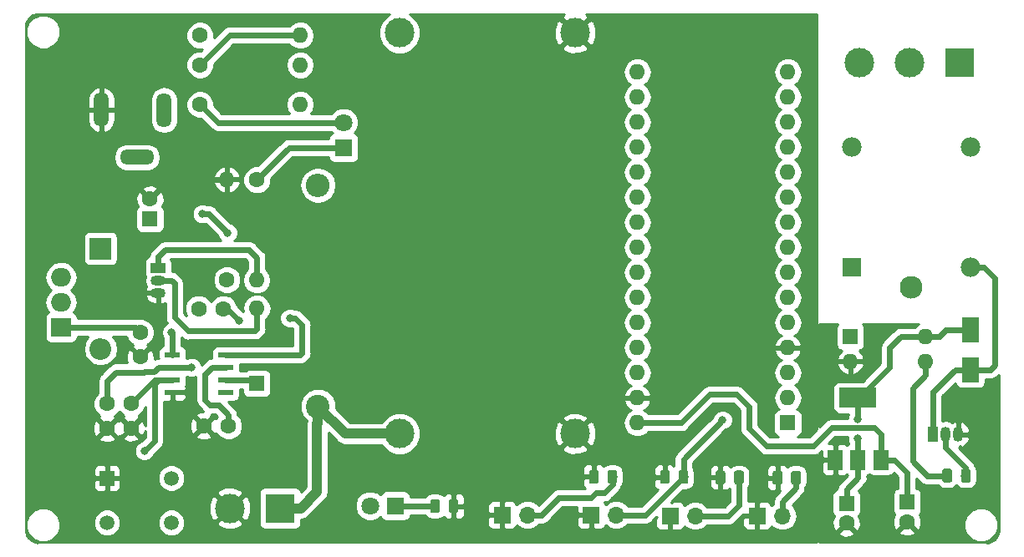
<source format=gbr>
G04 #@! TF.GenerationSoftware,KiCad,Pcbnew,(5.0.1)-3*
G04 #@! TF.CreationDate,2021-06-13T08:30:18+05:45*
G04 #@! TF.ProjectId,Logic-circuit,4C6F6769632D636972637569742E6B69,rev?*
G04 #@! TF.SameCoordinates,Original*
G04 #@! TF.FileFunction,Copper,L1,Top,Signal*
G04 #@! TF.FilePolarity,Positive*
%FSLAX46Y46*%
G04 Gerber Fmt 4.6, Leading zero omitted, Abs format (unit mm)*
G04 Created by KiCad (PCBNEW (5.0.1)-3) date 6/13/2021 8:30:18 AM*
%MOMM*%
%LPD*%
G01*
G04 APERTURE LIST*
G04 #@! TA.AperFunction,ComponentPad*
%ADD10R,1.600000X1.600000*%
G04 #@! TD*
G04 #@! TA.AperFunction,ComponentPad*
%ADD11O,1.600000X1.600000*%
G04 #@! TD*
G04 #@! TA.AperFunction,ComponentPad*
%ADD12C,1.600000*%
G04 #@! TD*
G04 #@! TA.AperFunction,ComponentPad*
%ADD13R,2.200000X2.200000*%
G04 #@! TD*
G04 #@! TA.AperFunction,ComponentPad*
%ADD14O,2.200000X2.200000*%
G04 #@! TD*
G04 #@! TA.AperFunction,ComponentPad*
%ADD15R,1.800000X1.800000*%
G04 #@! TD*
G04 #@! TA.AperFunction,ComponentPad*
%ADD16C,1.800000*%
G04 #@! TD*
G04 #@! TA.AperFunction,ComponentPad*
%ADD17R,3.000000X3.000000*%
G04 #@! TD*
G04 #@! TA.AperFunction,ComponentPad*
%ADD18C,3.000000*%
G04 #@! TD*
G04 #@! TA.AperFunction,ComponentPad*
%ADD19R,1.700000X1.700000*%
G04 #@! TD*
G04 #@! TA.AperFunction,ComponentPad*
%ADD20O,1.700000X1.700000*%
G04 #@! TD*
G04 #@! TA.AperFunction,ComponentPad*
%ADD21R,1.980000X1.980000*%
G04 #@! TD*
G04 #@! TA.AperFunction,ComponentPad*
%ADD22C,2.300000*%
G04 #@! TD*
G04 #@! TA.AperFunction,ComponentPad*
%ADD23C,1.980000*%
G04 #@! TD*
G04 #@! TA.AperFunction,ComponentPad*
%ADD24O,1.500000X1.050000*%
G04 #@! TD*
G04 #@! TA.AperFunction,ComponentPad*
%ADD25R,1.500000X1.050000*%
G04 #@! TD*
G04 #@! TA.AperFunction,ComponentPad*
%ADD26R,1.050000X1.500000*%
G04 #@! TD*
G04 #@! TA.AperFunction,ComponentPad*
%ADD27O,1.050000X1.500000*%
G04 #@! TD*
G04 #@! TA.AperFunction,ComponentPad*
%ADD28C,2.400000*%
G04 #@! TD*
G04 #@! TA.AperFunction,ComponentPad*
%ADD29O,2.400000X2.400000*%
G04 #@! TD*
G04 #@! TA.AperFunction,Conductor*
%ADD30C,0.100000*%
G04 #@! TD*
G04 #@! TA.AperFunction,SMDPad,CuDef*
%ADD31C,0.975000*%
G04 #@! TD*
G04 #@! TA.AperFunction,SMDPad,CuDef*
%ADD32R,1.550000X0.600000*%
G04 #@! TD*
G04 #@! TA.AperFunction,SMDPad,CuDef*
%ADD33R,3.800000X2.000000*%
G04 #@! TD*
G04 #@! TA.AperFunction,SMDPad,CuDef*
%ADD34R,1.500000X2.000000*%
G04 #@! TD*
G04 #@! TA.AperFunction,Conductor*
%ADD35R,0.100000X0.100000*%
G04 #@! TD*
G04 #@! TA.AperFunction,ComponentPad*
%ADD36O,1.524000X3.500000*%
G04 #@! TD*
G04 #@! TA.AperFunction,ComponentPad*
%ADD37O,3.500000X1.524000*%
G04 #@! TD*
G04 #@! TA.AperFunction,ComponentPad*
%ADD38R,2.000000X1.905000*%
G04 #@! TD*
G04 #@! TA.AperFunction,ComponentPad*
%ADD39O,2.000000X1.905000*%
G04 #@! TD*
G04 #@! TA.AperFunction,SMDPad,CuDef*
%ADD40R,1.800000X2.500000*%
G04 #@! TD*
G04 #@! TA.AperFunction,ComponentPad*
%ADD41C,1.498000*%
G04 #@! TD*
G04 #@! TA.AperFunction,ComponentPad*
%ADD42R,1.498000X1.498000*%
G04 #@! TD*
G04 #@! TA.AperFunction,ViaPad*
%ADD43C,0.800000*%
G04 #@! TD*
G04 #@! TA.AperFunction,Conductor*
%ADD44C,0.600000*%
G04 #@! TD*
G04 #@! TA.AperFunction,Conductor*
%ADD45C,1.000000*%
G04 #@! TD*
G04 #@! TA.AperFunction,Conductor*
%ADD46C,0.254000*%
G04 #@! TD*
G04 APERTURE END LIST*
D10*
G04 #@! TO.P,A1,1*
G04 #@! TO.N,N/C*
X165920000Y-102150000D03*
D11*
G04 #@! TO.P,A1,17*
X150680000Y-69130000D03*
G04 #@! TO.P,A1,2*
X165920000Y-99610000D03*
G04 #@! TO.P,A1,18*
X150680000Y-71670000D03*
G04 #@! TO.P,A1,3*
X165920000Y-97070000D03*
G04 #@! TO.P,A1,19*
X150680000Y-74210000D03*
G04 #@! TO.P,A1,4*
G04 #@! TO.N,GND*
X165920000Y-94530000D03*
G04 #@! TO.P,A1,20*
G04 #@! TO.N,N/C*
X150680000Y-76750000D03*
G04 #@! TO.P,A1,5*
X165920000Y-91990000D03*
G04 #@! TO.P,A1,21*
X150680000Y-79290000D03*
G04 #@! TO.P,A1,6*
X165920000Y-89450000D03*
G04 #@! TO.P,A1,22*
X150680000Y-81830000D03*
G04 #@! TO.P,A1,7*
G04 #@! TO.N,GEN1*
X165920000Y-86910000D03*
G04 #@! TO.P,A1,23*
G04 #@! TO.N,N/C*
X150680000Y-84370000D03*
G04 #@! TO.P,A1,8*
G04 #@! TO.N,GEN2*
X165920000Y-84370000D03*
G04 #@! TO.P,A1,24*
G04 #@! TO.N,N/C*
X150680000Y-86910000D03*
G04 #@! TO.P,A1,9*
G04 #@! TO.N,NEA*
X165920000Y-81830000D03*
G04 #@! TO.P,A1,25*
G04 #@! TO.N,N/C*
X150680000Y-89450000D03*
G04 #@! TO.P,A1,10*
G04 #@! TO.N,BUSBAR*
X165920000Y-79290000D03*
G04 #@! TO.P,A1,26*
G04 #@! TO.N,N/C*
X150680000Y-91990000D03*
G04 #@! TO.P,A1,11*
G04 #@! TO.N,LOGIC-OUTPUT*
X165920000Y-76750000D03*
G04 #@! TO.P,A1,27*
G04 #@! TO.N,N/C*
X150680000Y-94530000D03*
G04 #@! TO.P,A1,12*
G04 #@! TO.N,Net-(A1-Pad12)*
X165920000Y-74210000D03*
G04 #@! TO.P,A1,28*
G04 #@! TO.N,N/C*
X150680000Y-97070000D03*
G04 #@! TO.P,A1,13*
X165920000Y-71670000D03*
G04 #@! TO.P,A1,29*
G04 #@! TO.N,GND*
X150680000Y-99610000D03*
G04 #@! TO.P,A1,14*
G04 #@! TO.N,N/C*
X165920000Y-69130000D03*
G04 #@! TO.P,A1,30*
G04 #@! TO.N,7V*
X150680000Y-102150000D03*
G04 #@! TO.P,A1,15*
G04 #@! TO.N,N/C*
X165920000Y-66590000D03*
G04 #@! TO.P,A1,16*
X150680000Y-66590000D03*
G04 #@! TD*
D10*
G04 #@! TO.P,C1,1*
G04 #@! TO.N,Net-(C1-Pad1)*
X101320000Y-81470000D03*
D12*
G04 #@! TO.P,C1,2*
G04 #@! TO.N,GND*
X101320000Y-79470000D03*
G04 #@! TD*
G04 #@! TO.P,C2,1*
G04 #@! TO.N,Net-(C2-Pad1)*
X100320000Y-92970000D03*
G04 #@! TO.P,C2,2*
G04 #@! TO.N,GND*
X100320000Y-95470000D03*
G04 #@! TD*
G04 #@! TO.P,C3,1*
G04 #@! TO.N,Net-(C3-Pad1)*
X99390000Y-100170000D03*
G04 #@! TO.P,C3,2*
G04 #@! TO.N,GND*
X99390000Y-102670000D03*
G04 #@! TD*
G04 #@! TO.P,C4,2*
G04 #@! TO.N,GND*
X96980000Y-102710000D03*
G04 #@! TO.P,C4,1*
G04 #@! TO.N,BAT*
X96980000Y-100210000D03*
G04 #@! TD*
G04 #@! TO.P,C5,2*
G04 #@! TO.N,GND*
X106750000Y-102460000D03*
G04 #@! TO.P,C5,1*
G04 #@! TO.N,Net-(C1-Pad1)*
X109250000Y-102460000D03*
G04 #@! TD*
G04 #@! TO.P,C6,1*
G04 #@! TO.N,Net-(C6-Pad1)*
X106240000Y-90570000D03*
G04 #@! TO.P,C6,2*
G04 #@! TO.N,Net-(C6-Pad2)*
X108740000Y-90570000D03*
G04 #@! TD*
D10*
G04 #@! TO.P,C7,1*
G04 #@! TO.N,7V*
X178000000Y-110190000D03*
D12*
G04 #@! TO.P,C7,2*
G04 #@! TO.N,GND*
X178000000Y-112190000D03*
G04 #@! TD*
G04 #@! TO.P,C8,2*
G04 #@! TO.N,GND*
X171850000Y-112320000D03*
D10*
G04 #@! TO.P,C8,1*
G04 #@! TO.N,5V*
X171850000Y-110320000D03*
G04 #@! TD*
D13*
G04 #@! TO.P,D1,1*
G04 #@! TO.N,Net-(D1-Pad1)*
X96320000Y-84470000D03*
D14*
G04 #@! TO.P,D1,2*
G04 #@! TO.N,Net-(C1-Pad1)*
X96320000Y-94630000D03*
G04 #@! TD*
D15*
G04 #@! TO.P,D2,1*
G04 #@! TO.N,Net-(D2-Pad1)*
X120920000Y-74240000D03*
D16*
G04 #@! TO.P,D2,2*
G04 #@! TO.N,Net-(C1-Pad1)*
X120920000Y-71700000D03*
G04 #@! TD*
D10*
G04 #@! TO.P,D3,1*
G04 #@! TO.N,Net-(D3-Pad1)*
X112140000Y-98170000D03*
D11*
G04 #@! TO.P,D3,2*
G04 #@! TO.N,Net-(D3-Pad2)*
X112140000Y-90550000D03*
G04 #@! TD*
D17*
G04 #@! TO.P,J1,1*
G04 #@! TO.N,BAT*
X114480000Y-110800000D03*
D18*
G04 #@! TO.P,J1,2*
G04 #@! TO.N,GND*
X109400000Y-110800000D03*
G04 #@! TD*
D19*
G04 #@! TO.P,J3,1*
G04 #@! TO.N,GND*
X154000000Y-111590000D03*
D20*
G04 #@! TO.P,J3,2*
G04 #@! TO.N,GEN1*
X156540000Y-111590000D03*
G04 #@! TD*
G04 #@! TO.P,J4,2*
G04 #@! TO.N,GEN2*
X148540000Y-111500000D03*
D19*
G04 #@! TO.P,J4,1*
G04 #@! TO.N,GND*
X146000000Y-111500000D03*
G04 #@! TD*
G04 #@! TO.P,J6,1*
G04 #@! TO.N,GND*
X162830000Y-111590000D03*
D20*
G04 #@! TO.P,J6,2*
G04 #@! TO.N,NEA*
X165370000Y-111590000D03*
G04 #@! TD*
G04 #@! TO.P,J7,2*
G04 #@! TO.N,BUSBAR*
X139540000Y-111500000D03*
D19*
G04 #@! TO.P,J7,1*
G04 #@! TO.N,GND*
X137000000Y-111500000D03*
G04 #@! TD*
D21*
G04 #@! TO.P,K1,A1*
G04 #@! TO.N,5V*
X172410000Y-86370000D03*
D22*
G04 #@! TO.P,K1,COM*
G04 #@! TO.N,Net-(J5-Pad2)*
X178410000Y-88370000D03*
D23*
G04 #@! TO.P,K1,A2*
G04 #@! TO.N,Net-(D4-Pad2)*
X184410000Y-86370000D03*
G04 #@! TO.P,K1,NO*
G04 #@! TO.N,Net-(J5-Pad1)*
X184410000Y-74170000D03*
G04 #@! TO.P,K1,NC*
G04 #@! TO.N,Net-(J5-Pad3)*
X172410000Y-74170000D03*
G04 #@! TD*
D24*
G04 #@! TO.P,Q1,2*
G04 #@! TO.N,Net-(D3-Pad2)*
X102160000Y-87700000D03*
G04 #@! TO.P,Q1,3*
G04 #@! TO.N,GND*
X102160000Y-88970000D03*
D25*
G04 #@! TO.P,Q1,1*
G04 #@! TO.N,Net-(Q1-Pad1)*
X102160000Y-86430000D03*
G04 #@! TD*
D26*
G04 #@! TO.P,Q2,1*
G04 #@! TO.N,Net-(D4-Pad2)*
X180630000Y-103310000D03*
D27*
G04 #@! TO.P,Q2,3*
G04 #@! TO.N,GND*
X183170000Y-103310000D03*
G04 #@! TO.P,Q2,2*
G04 #@! TO.N,Net-(Q2-Pad2)*
X181900000Y-103310000D03*
G04 #@! TD*
D28*
G04 #@! TO.P,R1,1*
G04 #@! TO.N,BAT*
X118320000Y-100470000D03*
D29*
G04 #@! TO.P,R1,2*
G04 #@! TO.N,Net-(C1-Pad1)*
X118320000Y-78070000D03*
G04 #@! TD*
D12*
G04 #@! TO.P,R2,1*
G04 #@! TO.N,Net-(C1-Pad1)*
X106370000Y-69870000D03*
D11*
G04 #@! TO.P,R2,2*
G04 #@! TO.N,Net-(C3-Pad1)*
X116530000Y-69870000D03*
G04 #@! TD*
D12*
G04 #@! TO.P,R3,1*
G04 #@! TO.N,Net-(C3-Pad1)*
X106370000Y-62870000D03*
D11*
G04 #@! TO.P,R3,2*
G04 #@! TO.N,Net-(C2-Pad1)*
X116530000Y-62870000D03*
G04 #@! TD*
D12*
G04 #@! TO.P,R4,1*
G04 #@! TO.N,Net-(D2-Pad1)*
X112130000Y-77510000D03*
D11*
G04 #@! TO.P,R4,2*
G04 #@! TO.N,Net-(Q1-Pad1)*
X112130000Y-87670000D03*
G04 #@! TD*
G04 #@! TO.P,R5,2*
G04 #@! TO.N,Net-(D3-Pad2)*
X116530000Y-65870000D03*
D12*
G04 #@! TO.P,R5,1*
G04 #@! TO.N,Net-(C2-Pad1)*
X106370000Y-65870000D03*
G04 #@! TD*
D11*
G04 #@! TO.P,R6,2*
G04 #@! TO.N,GND*
X109110000Y-77480000D03*
D12*
G04 #@! TO.P,R6,1*
G04 #@! TO.N,Net-(C2-Pad1)*
X109110000Y-87640000D03*
G04 #@! TD*
D30*
G04 #@! TO.N,GEN1*
G04 #@! TO.C,R7*
G36*
X161235142Y-106981174D02*
X161258803Y-106984684D01*
X161282007Y-106990496D01*
X161304529Y-106998554D01*
X161326153Y-107008782D01*
X161346670Y-107021079D01*
X161365883Y-107035329D01*
X161383607Y-107051393D01*
X161399671Y-107069117D01*
X161413921Y-107088330D01*
X161426218Y-107108847D01*
X161436446Y-107130471D01*
X161444504Y-107152993D01*
X161450316Y-107176197D01*
X161453826Y-107199858D01*
X161455000Y-107223750D01*
X161455000Y-108136250D01*
X161453826Y-108160142D01*
X161450316Y-108183803D01*
X161444504Y-108207007D01*
X161436446Y-108229529D01*
X161426218Y-108251153D01*
X161413921Y-108271670D01*
X161399671Y-108290883D01*
X161383607Y-108308607D01*
X161365883Y-108324671D01*
X161346670Y-108338921D01*
X161326153Y-108351218D01*
X161304529Y-108361446D01*
X161282007Y-108369504D01*
X161258803Y-108375316D01*
X161235142Y-108378826D01*
X161211250Y-108380000D01*
X160723750Y-108380000D01*
X160699858Y-108378826D01*
X160676197Y-108375316D01*
X160652993Y-108369504D01*
X160630471Y-108361446D01*
X160608847Y-108351218D01*
X160588330Y-108338921D01*
X160569117Y-108324671D01*
X160551393Y-108308607D01*
X160535329Y-108290883D01*
X160521079Y-108271670D01*
X160508782Y-108251153D01*
X160498554Y-108229529D01*
X160490496Y-108207007D01*
X160484684Y-108183803D01*
X160481174Y-108160142D01*
X160480000Y-108136250D01*
X160480000Y-107223750D01*
X160481174Y-107199858D01*
X160484684Y-107176197D01*
X160490496Y-107152993D01*
X160498554Y-107130471D01*
X160508782Y-107108847D01*
X160521079Y-107088330D01*
X160535329Y-107069117D01*
X160551393Y-107051393D01*
X160569117Y-107035329D01*
X160588330Y-107021079D01*
X160608847Y-107008782D01*
X160630471Y-106998554D01*
X160652993Y-106990496D01*
X160676197Y-106984684D01*
X160699858Y-106981174D01*
X160723750Y-106980000D01*
X161211250Y-106980000D01*
X161235142Y-106981174D01*
X161235142Y-106981174D01*
G37*
D31*
G04 #@! TD*
G04 #@! TO.P,R7,1*
G04 #@! TO.N,GEN1*
X160967500Y-107680000D03*
D30*
G04 #@! TO.N,GND*
G04 #@! TO.C,R7*
G36*
X159360142Y-106981174D02*
X159383803Y-106984684D01*
X159407007Y-106990496D01*
X159429529Y-106998554D01*
X159451153Y-107008782D01*
X159471670Y-107021079D01*
X159490883Y-107035329D01*
X159508607Y-107051393D01*
X159524671Y-107069117D01*
X159538921Y-107088330D01*
X159551218Y-107108847D01*
X159561446Y-107130471D01*
X159569504Y-107152993D01*
X159575316Y-107176197D01*
X159578826Y-107199858D01*
X159580000Y-107223750D01*
X159580000Y-108136250D01*
X159578826Y-108160142D01*
X159575316Y-108183803D01*
X159569504Y-108207007D01*
X159561446Y-108229529D01*
X159551218Y-108251153D01*
X159538921Y-108271670D01*
X159524671Y-108290883D01*
X159508607Y-108308607D01*
X159490883Y-108324671D01*
X159471670Y-108338921D01*
X159451153Y-108351218D01*
X159429529Y-108361446D01*
X159407007Y-108369504D01*
X159383803Y-108375316D01*
X159360142Y-108378826D01*
X159336250Y-108380000D01*
X158848750Y-108380000D01*
X158824858Y-108378826D01*
X158801197Y-108375316D01*
X158777993Y-108369504D01*
X158755471Y-108361446D01*
X158733847Y-108351218D01*
X158713330Y-108338921D01*
X158694117Y-108324671D01*
X158676393Y-108308607D01*
X158660329Y-108290883D01*
X158646079Y-108271670D01*
X158633782Y-108251153D01*
X158623554Y-108229529D01*
X158615496Y-108207007D01*
X158609684Y-108183803D01*
X158606174Y-108160142D01*
X158605000Y-108136250D01*
X158605000Y-107223750D01*
X158606174Y-107199858D01*
X158609684Y-107176197D01*
X158615496Y-107152993D01*
X158623554Y-107130471D01*
X158633782Y-107108847D01*
X158646079Y-107088330D01*
X158660329Y-107069117D01*
X158676393Y-107051393D01*
X158694117Y-107035329D01*
X158713330Y-107021079D01*
X158733847Y-107008782D01*
X158755471Y-106998554D01*
X158777993Y-106990496D01*
X158801197Y-106984684D01*
X158824858Y-106981174D01*
X158848750Y-106980000D01*
X159336250Y-106980000D01*
X159360142Y-106981174D01*
X159360142Y-106981174D01*
G37*
D31*
G04 #@! TD*
G04 #@! TO.P,R7,2*
G04 #@! TO.N,GND*
X159092500Y-107680000D03*
D30*
G04 #@! TO.N,GND*
G04 #@! TO.C,R8*
G36*
X153732142Y-106941174D02*
X153755803Y-106944684D01*
X153779007Y-106950496D01*
X153801529Y-106958554D01*
X153823153Y-106968782D01*
X153843670Y-106981079D01*
X153862883Y-106995329D01*
X153880607Y-107011393D01*
X153896671Y-107029117D01*
X153910921Y-107048330D01*
X153923218Y-107068847D01*
X153933446Y-107090471D01*
X153941504Y-107112993D01*
X153947316Y-107136197D01*
X153950826Y-107159858D01*
X153952000Y-107183750D01*
X153952000Y-108096250D01*
X153950826Y-108120142D01*
X153947316Y-108143803D01*
X153941504Y-108167007D01*
X153933446Y-108189529D01*
X153923218Y-108211153D01*
X153910921Y-108231670D01*
X153896671Y-108250883D01*
X153880607Y-108268607D01*
X153862883Y-108284671D01*
X153843670Y-108298921D01*
X153823153Y-108311218D01*
X153801529Y-108321446D01*
X153779007Y-108329504D01*
X153755803Y-108335316D01*
X153732142Y-108338826D01*
X153708250Y-108340000D01*
X153220750Y-108340000D01*
X153196858Y-108338826D01*
X153173197Y-108335316D01*
X153149993Y-108329504D01*
X153127471Y-108321446D01*
X153105847Y-108311218D01*
X153085330Y-108298921D01*
X153066117Y-108284671D01*
X153048393Y-108268607D01*
X153032329Y-108250883D01*
X153018079Y-108231670D01*
X153005782Y-108211153D01*
X152995554Y-108189529D01*
X152987496Y-108167007D01*
X152981684Y-108143803D01*
X152978174Y-108120142D01*
X152977000Y-108096250D01*
X152977000Y-107183750D01*
X152978174Y-107159858D01*
X152981684Y-107136197D01*
X152987496Y-107112993D01*
X152995554Y-107090471D01*
X153005782Y-107068847D01*
X153018079Y-107048330D01*
X153032329Y-107029117D01*
X153048393Y-107011393D01*
X153066117Y-106995329D01*
X153085330Y-106981079D01*
X153105847Y-106968782D01*
X153127471Y-106958554D01*
X153149993Y-106950496D01*
X153173197Y-106944684D01*
X153196858Y-106941174D01*
X153220750Y-106940000D01*
X153708250Y-106940000D01*
X153732142Y-106941174D01*
X153732142Y-106941174D01*
G37*
D31*
G04 #@! TD*
G04 #@! TO.P,R8,2*
G04 #@! TO.N,GND*
X153464500Y-107640000D03*
D30*
G04 #@! TO.N,GEN2*
G04 #@! TO.C,R8*
G36*
X155607142Y-106941174D02*
X155630803Y-106944684D01*
X155654007Y-106950496D01*
X155676529Y-106958554D01*
X155698153Y-106968782D01*
X155718670Y-106981079D01*
X155737883Y-106995329D01*
X155755607Y-107011393D01*
X155771671Y-107029117D01*
X155785921Y-107048330D01*
X155798218Y-107068847D01*
X155808446Y-107090471D01*
X155816504Y-107112993D01*
X155822316Y-107136197D01*
X155825826Y-107159858D01*
X155827000Y-107183750D01*
X155827000Y-108096250D01*
X155825826Y-108120142D01*
X155822316Y-108143803D01*
X155816504Y-108167007D01*
X155808446Y-108189529D01*
X155798218Y-108211153D01*
X155785921Y-108231670D01*
X155771671Y-108250883D01*
X155755607Y-108268607D01*
X155737883Y-108284671D01*
X155718670Y-108298921D01*
X155698153Y-108311218D01*
X155676529Y-108321446D01*
X155654007Y-108329504D01*
X155630803Y-108335316D01*
X155607142Y-108338826D01*
X155583250Y-108340000D01*
X155095750Y-108340000D01*
X155071858Y-108338826D01*
X155048197Y-108335316D01*
X155024993Y-108329504D01*
X155002471Y-108321446D01*
X154980847Y-108311218D01*
X154960330Y-108298921D01*
X154941117Y-108284671D01*
X154923393Y-108268607D01*
X154907329Y-108250883D01*
X154893079Y-108231670D01*
X154880782Y-108211153D01*
X154870554Y-108189529D01*
X154862496Y-108167007D01*
X154856684Y-108143803D01*
X154853174Y-108120142D01*
X154852000Y-108096250D01*
X154852000Y-107183750D01*
X154853174Y-107159858D01*
X154856684Y-107136197D01*
X154862496Y-107112993D01*
X154870554Y-107090471D01*
X154880782Y-107068847D01*
X154893079Y-107048330D01*
X154907329Y-107029117D01*
X154923393Y-107011393D01*
X154941117Y-106995329D01*
X154960330Y-106981079D01*
X154980847Y-106968782D01*
X155002471Y-106958554D01*
X155024993Y-106950496D01*
X155048197Y-106944684D01*
X155071858Y-106941174D01*
X155095750Y-106940000D01*
X155583250Y-106940000D01*
X155607142Y-106941174D01*
X155607142Y-106941174D01*
G37*
D31*
G04 #@! TD*
G04 #@! TO.P,R8,1*
G04 #@! TO.N,GEN2*
X155339500Y-107640000D03*
D30*
G04 #@! TO.N,Net-(Q2-Pad2)*
G04 #@! TO.C,R9*
G36*
X184205142Y-106801174D02*
X184228803Y-106804684D01*
X184252007Y-106810496D01*
X184274529Y-106818554D01*
X184296153Y-106828782D01*
X184316670Y-106841079D01*
X184335883Y-106855329D01*
X184353607Y-106871393D01*
X184369671Y-106889117D01*
X184383921Y-106908330D01*
X184396218Y-106928847D01*
X184406446Y-106950471D01*
X184414504Y-106972993D01*
X184420316Y-106996197D01*
X184423826Y-107019858D01*
X184425000Y-107043750D01*
X184425000Y-107956250D01*
X184423826Y-107980142D01*
X184420316Y-108003803D01*
X184414504Y-108027007D01*
X184406446Y-108049529D01*
X184396218Y-108071153D01*
X184383921Y-108091670D01*
X184369671Y-108110883D01*
X184353607Y-108128607D01*
X184335883Y-108144671D01*
X184316670Y-108158921D01*
X184296153Y-108171218D01*
X184274529Y-108181446D01*
X184252007Y-108189504D01*
X184228803Y-108195316D01*
X184205142Y-108198826D01*
X184181250Y-108200000D01*
X183693750Y-108200000D01*
X183669858Y-108198826D01*
X183646197Y-108195316D01*
X183622993Y-108189504D01*
X183600471Y-108181446D01*
X183578847Y-108171218D01*
X183558330Y-108158921D01*
X183539117Y-108144671D01*
X183521393Y-108128607D01*
X183505329Y-108110883D01*
X183491079Y-108091670D01*
X183478782Y-108071153D01*
X183468554Y-108049529D01*
X183460496Y-108027007D01*
X183454684Y-108003803D01*
X183451174Y-107980142D01*
X183450000Y-107956250D01*
X183450000Y-107043750D01*
X183451174Y-107019858D01*
X183454684Y-106996197D01*
X183460496Y-106972993D01*
X183468554Y-106950471D01*
X183478782Y-106928847D01*
X183491079Y-106908330D01*
X183505329Y-106889117D01*
X183521393Y-106871393D01*
X183539117Y-106855329D01*
X183558330Y-106841079D01*
X183578847Y-106828782D01*
X183600471Y-106818554D01*
X183622993Y-106810496D01*
X183646197Y-106804684D01*
X183669858Y-106801174D01*
X183693750Y-106800000D01*
X184181250Y-106800000D01*
X184205142Y-106801174D01*
X184205142Y-106801174D01*
G37*
D31*
G04 #@! TD*
G04 #@! TO.P,R9,1*
G04 #@! TO.N,Net-(Q2-Pad2)*
X183937500Y-107500000D03*
D30*
G04 #@! TO.N,Net-(R9-Pad2)*
G04 #@! TO.C,R9*
G36*
X182330142Y-106801174D02*
X182353803Y-106804684D01*
X182377007Y-106810496D01*
X182399529Y-106818554D01*
X182421153Y-106828782D01*
X182441670Y-106841079D01*
X182460883Y-106855329D01*
X182478607Y-106871393D01*
X182494671Y-106889117D01*
X182508921Y-106908330D01*
X182521218Y-106928847D01*
X182531446Y-106950471D01*
X182539504Y-106972993D01*
X182545316Y-106996197D01*
X182548826Y-107019858D01*
X182550000Y-107043750D01*
X182550000Y-107956250D01*
X182548826Y-107980142D01*
X182545316Y-108003803D01*
X182539504Y-108027007D01*
X182531446Y-108049529D01*
X182521218Y-108071153D01*
X182508921Y-108091670D01*
X182494671Y-108110883D01*
X182478607Y-108128607D01*
X182460883Y-108144671D01*
X182441670Y-108158921D01*
X182421153Y-108171218D01*
X182399529Y-108181446D01*
X182377007Y-108189504D01*
X182353803Y-108195316D01*
X182330142Y-108198826D01*
X182306250Y-108200000D01*
X181818750Y-108200000D01*
X181794858Y-108198826D01*
X181771197Y-108195316D01*
X181747993Y-108189504D01*
X181725471Y-108181446D01*
X181703847Y-108171218D01*
X181683330Y-108158921D01*
X181664117Y-108144671D01*
X181646393Y-108128607D01*
X181630329Y-108110883D01*
X181616079Y-108091670D01*
X181603782Y-108071153D01*
X181593554Y-108049529D01*
X181585496Y-108027007D01*
X181579684Y-108003803D01*
X181576174Y-107980142D01*
X181575000Y-107956250D01*
X181575000Y-107043750D01*
X181576174Y-107019858D01*
X181579684Y-106996197D01*
X181585496Y-106972993D01*
X181593554Y-106950471D01*
X181603782Y-106928847D01*
X181616079Y-106908330D01*
X181630329Y-106889117D01*
X181646393Y-106871393D01*
X181664117Y-106855329D01*
X181683330Y-106841079D01*
X181703847Y-106828782D01*
X181725471Y-106818554D01*
X181747993Y-106810496D01*
X181771197Y-106804684D01*
X181794858Y-106801174D01*
X181818750Y-106800000D01*
X182306250Y-106800000D01*
X182330142Y-106801174D01*
X182330142Y-106801174D01*
G37*
D31*
G04 #@! TD*
G04 #@! TO.P,R9,2*
G04 #@! TO.N,Net-(R9-Pad2)*
X182062500Y-107500000D03*
D30*
G04 #@! TO.N,NEA*
G04 #@! TO.C,R10*
G36*
X167015142Y-107011174D02*
X167038803Y-107014684D01*
X167062007Y-107020496D01*
X167084529Y-107028554D01*
X167106153Y-107038782D01*
X167126670Y-107051079D01*
X167145883Y-107065329D01*
X167163607Y-107081393D01*
X167179671Y-107099117D01*
X167193921Y-107118330D01*
X167206218Y-107138847D01*
X167216446Y-107160471D01*
X167224504Y-107182993D01*
X167230316Y-107206197D01*
X167233826Y-107229858D01*
X167235000Y-107253750D01*
X167235000Y-108166250D01*
X167233826Y-108190142D01*
X167230316Y-108213803D01*
X167224504Y-108237007D01*
X167216446Y-108259529D01*
X167206218Y-108281153D01*
X167193921Y-108301670D01*
X167179671Y-108320883D01*
X167163607Y-108338607D01*
X167145883Y-108354671D01*
X167126670Y-108368921D01*
X167106153Y-108381218D01*
X167084529Y-108391446D01*
X167062007Y-108399504D01*
X167038803Y-108405316D01*
X167015142Y-108408826D01*
X166991250Y-108410000D01*
X166503750Y-108410000D01*
X166479858Y-108408826D01*
X166456197Y-108405316D01*
X166432993Y-108399504D01*
X166410471Y-108391446D01*
X166388847Y-108381218D01*
X166368330Y-108368921D01*
X166349117Y-108354671D01*
X166331393Y-108338607D01*
X166315329Y-108320883D01*
X166301079Y-108301670D01*
X166288782Y-108281153D01*
X166278554Y-108259529D01*
X166270496Y-108237007D01*
X166264684Y-108213803D01*
X166261174Y-108190142D01*
X166260000Y-108166250D01*
X166260000Y-107253750D01*
X166261174Y-107229858D01*
X166264684Y-107206197D01*
X166270496Y-107182993D01*
X166278554Y-107160471D01*
X166288782Y-107138847D01*
X166301079Y-107118330D01*
X166315329Y-107099117D01*
X166331393Y-107081393D01*
X166349117Y-107065329D01*
X166368330Y-107051079D01*
X166388847Y-107038782D01*
X166410471Y-107028554D01*
X166432993Y-107020496D01*
X166456197Y-107014684D01*
X166479858Y-107011174D01*
X166503750Y-107010000D01*
X166991250Y-107010000D01*
X167015142Y-107011174D01*
X167015142Y-107011174D01*
G37*
D31*
G04 #@! TD*
G04 #@! TO.P,R10,1*
G04 #@! TO.N,NEA*
X166747500Y-107710000D03*
D30*
G04 #@! TO.N,GND*
G04 #@! TO.C,R10*
G36*
X165140142Y-107011174D02*
X165163803Y-107014684D01*
X165187007Y-107020496D01*
X165209529Y-107028554D01*
X165231153Y-107038782D01*
X165251670Y-107051079D01*
X165270883Y-107065329D01*
X165288607Y-107081393D01*
X165304671Y-107099117D01*
X165318921Y-107118330D01*
X165331218Y-107138847D01*
X165341446Y-107160471D01*
X165349504Y-107182993D01*
X165355316Y-107206197D01*
X165358826Y-107229858D01*
X165360000Y-107253750D01*
X165360000Y-108166250D01*
X165358826Y-108190142D01*
X165355316Y-108213803D01*
X165349504Y-108237007D01*
X165341446Y-108259529D01*
X165331218Y-108281153D01*
X165318921Y-108301670D01*
X165304671Y-108320883D01*
X165288607Y-108338607D01*
X165270883Y-108354671D01*
X165251670Y-108368921D01*
X165231153Y-108381218D01*
X165209529Y-108391446D01*
X165187007Y-108399504D01*
X165163803Y-108405316D01*
X165140142Y-108408826D01*
X165116250Y-108410000D01*
X164628750Y-108410000D01*
X164604858Y-108408826D01*
X164581197Y-108405316D01*
X164557993Y-108399504D01*
X164535471Y-108391446D01*
X164513847Y-108381218D01*
X164493330Y-108368921D01*
X164474117Y-108354671D01*
X164456393Y-108338607D01*
X164440329Y-108320883D01*
X164426079Y-108301670D01*
X164413782Y-108281153D01*
X164403554Y-108259529D01*
X164395496Y-108237007D01*
X164389684Y-108213803D01*
X164386174Y-108190142D01*
X164385000Y-108166250D01*
X164385000Y-107253750D01*
X164386174Y-107229858D01*
X164389684Y-107206197D01*
X164395496Y-107182993D01*
X164403554Y-107160471D01*
X164413782Y-107138847D01*
X164426079Y-107118330D01*
X164440329Y-107099117D01*
X164456393Y-107081393D01*
X164474117Y-107065329D01*
X164493330Y-107051079D01*
X164513847Y-107038782D01*
X164535471Y-107028554D01*
X164557993Y-107020496D01*
X164581197Y-107014684D01*
X164604858Y-107011174D01*
X164628750Y-107010000D01*
X165116250Y-107010000D01*
X165140142Y-107011174D01*
X165140142Y-107011174D01*
G37*
D31*
G04 #@! TD*
G04 #@! TO.P,R10,2*
G04 #@! TO.N,GND*
X164872500Y-107710000D03*
D30*
G04 #@! TO.N,GND*
G04 #@! TO.C,R11*
G36*
X146538142Y-106921174D02*
X146561803Y-106924684D01*
X146585007Y-106930496D01*
X146607529Y-106938554D01*
X146629153Y-106948782D01*
X146649670Y-106961079D01*
X146668883Y-106975329D01*
X146686607Y-106991393D01*
X146702671Y-107009117D01*
X146716921Y-107028330D01*
X146729218Y-107048847D01*
X146739446Y-107070471D01*
X146747504Y-107092993D01*
X146753316Y-107116197D01*
X146756826Y-107139858D01*
X146758000Y-107163750D01*
X146758000Y-108076250D01*
X146756826Y-108100142D01*
X146753316Y-108123803D01*
X146747504Y-108147007D01*
X146739446Y-108169529D01*
X146729218Y-108191153D01*
X146716921Y-108211670D01*
X146702671Y-108230883D01*
X146686607Y-108248607D01*
X146668883Y-108264671D01*
X146649670Y-108278921D01*
X146629153Y-108291218D01*
X146607529Y-108301446D01*
X146585007Y-108309504D01*
X146561803Y-108315316D01*
X146538142Y-108318826D01*
X146514250Y-108320000D01*
X146026750Y-108320000D01*
X146002858Y-108318826D01*
X145979197Y-108315316D01*
X145955993Y-108309504D01*
X145933471Y-108301446D01*
X145911847Y-108291218D01*
X145891330Y-108278921D01*
X145872117Y-108264671D01*
X145854393Y-108248607D01*
X145838329Y-108230883D01*
X145824079Y-108211670D01*
X145811782Y-108191153D01*
X145801554Y-108169529D01*
X145793496Y-108147007D01*
X145787684Y-108123803D01*
X145784174Y-108100142D01*
X145783000Y-108076250D01*
X145783000Y-107163750D01*
X145784174Y-107139858D01*
X145787684Y-107116197D01*
X145793496Y-107092993D01*
X145801554Y-107070471D01*
X145811782Y-107048847D01*
X145824079Y-107028330D01*
X145838329Y-107009117D01*
X145854393Y-106991393D01*
X145872117Y-106975329D01*
X145891330Y-106961079D01*
X145911847Y-106948782D01*
X145933471Y-106938554D01*
X145955993Y-106930496D01*
X145979197Y-106924684D01*
X146002858Y-106921174D01*
X146026750Y-106920000D01*
X146514250Y-106920000D01*
X146538142Y-106921174D01*
X146538142Y-106921174D01*
G37*
D31*
G04 #@! TD*
G04 #@! TO.P,R11,2*
G04 #@! TO.N,GND*
X146270500Y-107620000D03*
D30*
G04 #@! TO.N,BUSBAR*
G04 #@! TO.C,R11*
G36*
X148413142Y-106921174D02*
X148436803Y-106924684D01*
X148460007Y-106930496D01*
X148482529Y-106938554D01*
X148504153Y-106948782D01*
X148524670Y-106961079D01*
X148543883Y-106975329D01*
X148561607Y-106991393D01*
X148577671Y-107009117D01*
X148591921Y-107028330D01*
X148604218Y-107048847D01*
X148614446Y-107070471D01*
X148622504Y-107092993D01*
X148628316Y-107116197D01*
X148631826Y-107139858D01*
X148633000Y-107163750D01*
X148633000Y-108076250D01*
X148631826Y-108100142D01*
X148628316Y-108123803D01*
X148622504Y-108147007D01*
X148614446Y-108169529D01*
X148604218Y-108191153D01*
X148591921Y-108211670D01*
X148577671Y-108230883D01*
X148561607Y-108248607D01*
X148543883Y-108264671D01*
X148524670Y-108278921D01*
X148504153Y-108291218D01*
X148482529Y-108301446D01*
X148460007Y-108309504D01*
X148436803Y-108315316D01*
X148413142Y-108318826D01*
X148389250Y-108320000D01*
X147901750Y-108320000D01*
X147877858Y-108318826D01*
X147854197Y-108315316D01*
X147830993Y-108309504D01*
X147808471Y-108301446D01*
X147786847Y-108291218D01*
X147766330Y-108278921D01*
X147747117Y-108264671D01*
X147729393Y-108248607D01*
X147713329Y-108230883D01*
X147699079Y-108211670D01*
X147686782Y-108191153D01*
X147676554Y-108169529D01*
X147668496Y-108147007D01*
X147662684Y-108123803D01*
X147659174Y-108100142D01*
X147658000Y-108076250D01*
X147658000Y-107163750D01*
X147659174Y-107139858D01*
X147662684Y-107116197D01*
X147668496Y-107092993D01*
X147676554Y-107070471D01*
X147686782Y-107048847D01*
X147699079Y-107028330D01*
X147713329Y-107009117D01*
X147729393Y-106991393D01*
X147747117Y-106975329D01*
X147766330Y-106961079D01*
X147786847Y-106948782D01*
X147808471Y-106938554D01*
X147830993Y-106930496D01*
X147854197Y-106924684D01*
X147877858Y-106921174D01*
X147901750Y-106920000D01*
X148389250Y-106920000D01*
X148413142Y-106921174D01*
X148413142Y-106921174D01*
G37*
D31*
G04 #@! TD*
G04 #@! TO.P,R11,1*
G04 #@! TO.N,BUSBAR*
X148145500Y-107620000D03*
D32*
G04 #@! TO.P,U3,1*
G04 #@! TO.N,Net-(C6-Pad1)*
X103590000Y-95245000D03*
G04 #@! TO.P,U3,2*
G04 #@! TO.N,BAT*
X103590000Y-96515000D03*
G04 #@! TO.P,U3,3*
G04 #@! TO.N,Net-(C3-Pad1)*
X103590000Y-97785000D03*
G04 #@! TO.P,U3,4*
G04 #@! TO.N,GND*
X103590000Y-99055000D03*
G04 #@! TO.P,U3,5*
G04 #@! TO.N,N/C*
X108990000Y-99055000D03*
G04 #@! TO.P,U3,6*
G04 #@! TO.N,Net-(D3-Pad1)*
X108990000Y-97785000D03*
G04 #@! TO.P,U3,7*
G04 #@! TO.N,Net-(C1-Pad1)*
X108990000Y-96515000D03*
G04 #@! TO.P,U3,8*
G04 #@! TO.N,Net-(C6-Pad2)*
X108990000Y-95245000D03*
G04 #@! TD*
D33*
G04 #@! TO.P,U4,2*
G04 #@! TO.N,5V*
X173030000Y-99590000D03*
D34*
X173030000Y-105890000D03*
G04 #@! TO.P,U4,3*
G04 #@! TO.N,7V*
X175330000Y-105890000D03*
G04 #@! TO.P,U4,1*
G04 #@! TO.N,GND*
X170730000Y-105890000D03*
G04 #@! TD*
D10*
G04 #@! TO.P,U5,1*
G04 #@! TO.N,LOGIC-OUTPUT*
X172240000Y-93380000D03*
D11*
G04 #@! TO.P,U5,3*
G04 #@! TO.N,Net-(R9-Pad2)*
X179860000Y-95920000D03*
G04 #@! TO.P,U5,2*
G04 #@! TO.N,GND*
X172240000Y-95920000D03*
G04 #@! TO.P,U5,4*
G04 #@! TO.N,5V*
X179860000Y-93380000D03*
G04 #@! TD*
D35*
G04 #@! TO.N,N/C*
G04 #@! TO.C,J2*
X99970000Y-74670000D03*
D36*
G04 #@! TD*
G04 #@! TO.P,J2,1*
G04 #@! TO.N,Net-(D1-Pad1)*
X102740000Y-70450000D03*
G04 #@! TO.P,J2,2*
G04 #@! TO.N,GND*
X96380000Y-70380000D03*
D37*
G04 #@! TO.P,J2,3*
G04 #@! TO.N,N/C*
X100010000Y-75210000D03*
G04 #@! TD*
D18*
G04 #@! TO.P,U2,4*
G04 #@! TO.N,GND*
X144370000Y-103250000D03*
G04 #@! TO.P,U2,3*
G04 #@! TO.N,BAT*
X126590000Y-103250000D03*
G04 #@! TO.P,U2,2*
G04 #@! TO.N,GND*
X144370000Y-62610000D03*
G04 #@! TO.P,U2,1*
G04 #@! TO.N,7V*
X126590000Y-62610000D03*
G04 #@! TD*
D38*
G04 #@! TO.P,U1,1*
G04 #@! TO.N,Net-(C2-Pad1)*
X92320000Y-92470000D03*
D39*
G04 #@! TO.P,U1,2*
G04 #@! TO.N,Net-(C1-Pad1)*
X92320000Y-89930000D03*
G04 #@! TO.P,U1,3*
G04 #@! TO.N,Net-(D1-Pad1)*
X92320000Y-87390000D03*
G04 #@! TD*
D15*
G04 #@! TO.P,D5,1*
G04 #@! TO.N,Net-(D5-Pad1)*
X126160000Y-110560000D03*
D16*
G04 #@! TO.P,D5,2*
G04 #@! TO.N,Net-(A1-Pad12)*
X123620000Y-110560000D03*
G04 #@! TD*
D17*
G04 #@! TO.P,J5,1*
G04 #@! TO.N,Net-(J5-Pad1)*
X183300000Y-65620000D03*
D18*
G04 #@! TO.P,J5,2*
G04 #@! TO.N,Net-(J5-Pad2)*
X178220000Y-65620000D03*
G04 #@! TO.P,J5,3*
G04 #@! TO.N,Net-(J5-Pad3)*
X173140000Y-65620000D03*
G04 #@! TD*
D30*
G04 #@! TO.N,GND*
G04 #@! TO.C,R12*
G36*
X132325142Y-109891174D02*
X132348803Y-109894684D01*
X132372007Y-109900496D01*
X132394529Y-109908554D01*
X132416153Y-109918782D01*
X132436670Y-109931079D01*
X132455883Y-109945329D01*
X132473607Y-109961393D01*
X132489671Y-109979117D01*
X132503921Y-109998330D01*
X132516218Y-110018847D01*
X132526446Y-110040471D01*
X132534504Y-110062993D01*
X132540316Y-110086197D01*
X132543826Y-110109858D01*
X132545000Y-110133750D01*
X132545000Y-111046250D01*
X132543826Y-111070142D01*
X132540316Y-111093803D01*
X132534504Y-111117007D01*
X132526446Y-111139529D01*
X132516218Y-111161153D01*
X132503921Y-111181670D01*
X132489671Y-111200883D01*
X132473607Y-111218607D01*
X132455883Y-111234671D01*
X132436670Y-111248921D01*
X132416153Y-111261218D01*
X132394529Y-111271446D01*
X132372007Y-111279504D01*
X132348803Y-111285316D01*
X132325142Y-111288826D01*
X132301250Y-111290000D01*
X131813750Y-111290000D01*
X131789858Y-111288826D01*
X131766197Y-111285316D01*
X131742993Y-111279504D01*
X131720471Y-111271446D01*
X131698847Y-111261218D01*
X131678330Y-111248921D01*
X131659117Y-111234671D01*
X131641393Y-111218607D01*
X131625329Y-111200883D01*
X131611079Y-111181670D01*
X131598782Y-111161153D01*
X131588554Y-111139529D01*
X131580496Y-111117007D01*
X131574684Y-111093803D01*
X131571174Y-111070142D01*
X131570000Y-111046250D01*
X131570000Y-110133750D01*
X131571174Y-110109858D01*
X131574684Y-110086197D01*
X131580496Y-110062993D01*
X131588554Y-110040471D01*
X131598782Y-110018847D01*
X131611079Y-109998330D01*
X131625329Y-109979117D01*
X131641393Y-109961393D01*
X131659117Y-109945329D01*
X131678330Y-109931079D01*
X131698847Y-109918782D01*
X131720471Y-109908554D01*
X131742993Y-109900496D01*
X131766197Y-109894684D01*
X131789858Y-109891174D01*
X131813750Y-109890000D01*
X132301250Y-109890000D01*
X132325142Y-109891174D01*
X132325142Y-109891174D01*
G37*
D31*
G04 #@! TD*
G04 #@! TO.P,R12,1*
G04 #@! TO.N,GND*
X132057500Y-110590000D03*
D30*
G04 #@! TO.N,Net-(D5-Pad1)*
G04 #@! TO.C,R12*
G36*
X130450142Y-109891174D02*
X130473803Y-109894684D01*
X130497007Y-109900496D01*
X130519529Y-109908554D01*
X130541153Y-109918782D01*
X130561670Y-109931079D01*
X130580883Y-109945329D01*
X130598607Y-109961393D01*
X130614671Y-109979117D01*
X130628921Y-109998330D01*
X130641218Y-110018847D01*
X130651446Y-110040471D01*
X130659504Y-110062993D01*
X130665316Y-110086197D01*
X130668826Y-110109858D01*
X130670000Y-110133750D01*
X130670000Y-111046250D01*
X130668826Y-111070142D01*
X130665316Y-111093803D01*
X130659504Y-111117007D01*
X130651446Y-111139529D01*
X130641218Y-111161153D01*
X130628921Y-111181670D01*
X130614671Y-111200883D01*
X130598607Y-111218607D01*
X130580883Y-111234671D01*
X130561670Y-111248921D01*
X130541153Y-111261218D01*
X130519529Y-111271446D01*
X130497007Y-111279504D01*
X130473803Y-111285316D01*
X130450142Y-111288826D01*
X130426250Y-111290000D01*
X129938750Y-111290000D01*
X129914858Y-111288826D01*
X129891197Y-111285316D01*
X129867993Y-111279504D01*
X129845471Y-111271446D01*
X129823847Y-111261218D01*
X129803330Y-111248921D01*
X129784117Y-111234671D01*
X129766393Y-111218607D01*
X129750329Y-111200883D01*
X129736079Y-111181670D01*
X129723782Y-111161153D01*
X129713554Y-111139529D01*
X129705496Y-111117007D01*
X129699684Y-111093803D01*
X129696174Y-111070142D01*
X129695000Y-111046250D01*
X129695000Y-110133750D01*
X129696174Y-110109858D01*
X129699684Y-110086197D01*
X129705496Y-110062993D01*
X129713554Y-110040471D01*
X129723782Y-110018847D01*
X129736079Y-109998330D01*
X129750329Y-109979117D01*
X129766393Y-109961393D01*
X129784117Y-109945329D01*
X129803330Y-109931079D01*
X129823847Y-109918782D01*
X129845471Y-109908554D01*
X129867993Y-109900496D01*
X129891197Y-109894684D01*
X129914858Y-109891174D01*
X129938750Y-109890000D01*
X130426250Y-109890000D01*
X130450142Y-109891174D01*
X130450142Y-109891174D01*
G37*
D31*
G04 #@! TD*
G04 #@! TO.P,R12,2*
G04 #@! TO.N,Net-(D5-Pad1)*
X130182500Y-110590000D03*
D40*
G04 #@! TO.P,D4,1*
G04 #@! TO.N,5V*
X184390000Y-92760000D03*
G04 #@! TO.P,D4,2*
G04 #@! TO.N,Net-(D4-Pad2)*
X184390000Y-96760000D03*
G04 #@! TD*
D41*
G04 #@! TO.P,SW1,3*
G04 #@! TO.N,N/C*
X96970000Y-112260000D03*
D42*
G04 #@! TO.P,SW1,1*
G04 #@! TO.N,GND*
X96970000Y-107760000D03*
D41*
G04 #@! TO.P,SW1,4*
G04 #@! TO.N,N/C*
X103470000Y-112260000D03*
G04 #@! TO.P,SW1,2*
G04 #@! TO.N,Net-(C6-Pad1)*
X103470000Y-107760000D03*
G04 #@! TD*
D43*
G04 #@! TO.N,GEN2*
X159307500Y-101854400D03*
G04 #@! TO.N,Net-(C2-Pad1)*
X106600000Y-80970000D03*
X109180000Y-82880000D03*
G04 #@! TO.N,Net-(C3-Pad1)*
X100750000Y-105000000D03*
G04 #@! TO.N,Net-(C6-Pad2)*
X110350000Y-91790000D03*
X115470000Y-91530000D03*
G04 #@! TO.N,Net-(C6-Pad1)*
X103470000Y-92970000D03*
G04 #@! TO.N,BAT*
X105530300Y-96515000D03*
G04 #@! TO.N,5V*
X173000000Y-101750000D03*
X173000000Y-103750000D03*
G04 #@! TD*
D44*
G04 #@! TO.N,Net-(Q1-Pad1)*
X102160000Y-85305000D02*
X102865000Y-84600000D01*
X102160000Y-86430000D02*
X102160000Y-85305000D01*
X102865000Y-84600000D02*
X111330000Y-84600000D01*
X112130000Y-85400000D02*
X112130000Y-87670000D01*
X111330000Y-84600000D02*
X112130000Y-85400000D01*
G04 #@! TO.N,GND*
X99350000Y-102710000D02*
X99390000Y-102670000D01*
X177870000Y-112320000D02*
X178000000Y-112190000D01*
X109110000Y-77480000D02*
X103310000Y-77480000D01*
X103310000Y-77480000D02*
X101320000Y-79470000D01*
G04 #@! TO.N,Net-(Q2-Pad2)*
X181900000Y-104660000D02*
X181900000Y-103310000D01*
X183937500Y-106697500D02*
X181900000Y-104660000D01*
X183937500Y-107500000D02*
X183937500Y-106697500D01*
G04 #@! TO.N,GEN1*
X160967500Y-108480000D02*
X161000000Y-108512500D01*
X160967500Y-107680000D02*
X160967500Y-108480000D01*
X161000000Y-108512500D02*
X161000000Y-110500000D01*
X159910000Y-111590000D02*
X156540000Y-111590000D01*
X161000000Y-110500000D02*
X159910000Y-111590000D01*
G04 #@! TO.N,GEN2*
X155339500Y-107640000D02*
X155339500Y-105822400D01*
X155339500Y-105822400D02*
X159307500Y-101854400D01*
X148540000Y-111500000D02*
X151479500Y-111500000D01*
X151479500Y-111500000D02*
X155339500Y-107640000D01*
G04 #@! TO.N,NEA*
X165370000Y-111590000D02*
X165370000Y-110140000D01*
X166747500Y-107710000D02*
X166747500Y-108762500D01*
X166747500Y-108762500D02*
X165370000Y-110140000D01*
G04 #@! TO.N,BUSBAR*
X139540000Y-111500000D02*
X140990000Y-111500000D01*
X145997000Y-109768500D02*
X142721500Y-109768500D01*
X142721500Y-109768500D02*
X140990000Y-111500000D01*
X147315500Y-109250000D02*
X146515500Y-109250000D01*
X148145500Y-108420000D02*
X147315500Y-109250000D01*
X148145500Y-107620000D02*
X148145500Y-108420000D01*
X146515500Y-109250000D02*
X145997000Y-109768500D01*
G04 #@! TO.N,Net-(C1-Pad1)*
X120920000Y-71700000D02*
X108200000Y-71700000D01*
X108200000Y-71700000D02*
X106370000Y-69870000D01*
X108990000Y-96515000D02*
X107615000Y-96515000D01*
X107615000Y-96515000D02*
X106910000Y-97220000D01*
X109250000Y-101328630D02*
X108271370Y-100350000D01*
X109250000Y-102460000D02*
X109250000Y-101328630D01*
X107410000Y-100320000D02*
X106910000Y-99820000D01*
X107410000Y-100350000D02*
X107410000Y-100320000D01*
X106910000Y-97220000D02*
X106910000Y-99820000D01*
X108271370Y-100350000D02*
X107410000Y-100350000D01*
G04 #@! TO.N,Net-(C2-Pad1)*
X100257500Y-92907500D02*
X100320000Y-92970000D01*
X100195000Y-92845000D02*
X100257500Y-92907500D01*
X100070000Y-92720000D02*
X100195000Y-92845000D01*
X92320000Y-92470000D02*
X99820000Y-92470000D01*
X99820000Y-92470000D02*
X100070000Y-92720000D01*
X106370000Y-65870000D02*
X109370000Y-62870000D01*
X109370000Y-62870000D02*
X116530000Y-62870000D01*
X106600000Y-80970000D02*
X107270000Y-80970000D01*
X107270000Y-80970000D02*
X109180000Y-82880000D01*
G04 #@! TO.N,Net-(C3-Pad1)*
X103590000Y-97785000D02*
X101775000Y-97785000D01*
X101775000Y-97785000D02*
X99390000Y-100170000D01*
X102215000Y-97785000D02*
X101750000Y-98250000D01*
X103590000Y-97785000D02*
X102215000Y-97785000D01*
X101750000Y-98250000D02*
X101750000Y-104000000D01*
X101750000Y-104000000D02*
X100750000Y-105000000D01*
G04 #@! TO.N,Net-(C6-Pad2)*
X108740000Y-90570000D02*
X109130000Y-90570000D01*
X109130000Y-90570000D02*
X110350000Y-91790000D01*
X108990000Y-95245000D02*
X116555000Y-95245000D01*
X116555000Y-95245000D02*
X116720000Y-95080000D01*
X116720000Y-92214315D02*
X116720000Y-92510000D01*
X116035685Y-91530000D02*
X116720000Y-92214315D01*
X115470000Y-91530000D02*
X116035685Y-91530000D01*
X116720000Y-95080000D02*
X116720000Y-92510000D01*
G04 #@! TO.N,Net-(C6-Pad1)*
X103590000Y-93090000D02*
X103470000Y-92970000D01*
X103590000Y-95245000D02*
X103590000Y-93090000D01*
G04 #@! TO.N,Net-(D2-Pad1)*
X112130000Y-77510000D02*
X115400000Y-74240000D01*
X115400000Y-74240000D02*
X120920000Y-74240000D01*
G04 #@! TO.N,Net-(D3-Pad1)*
X111755000Y-97785000D02*
X112140000Y-98170000D01*
X108990000Y-97785000D02*
X111755000Y-97785000D01*
G04 #@! TO.N,Net-(D3-Pad2)*
X102160000Y-87700000D02*
X103510000Y-87700000D01*
X103510000Y-87700000D02*
X103810000Y-88000000D01*
X103810000Y-88000000D02*
X103810000Y-91440000D01*
X103810000Y-91440000D02*
X105210000Y-92840000D01*
X105210000Y-92840000D02*
X111950000Y-92840000D01*
X112140000Y-92650000D02*
X112140000Y-90550000D01*
X111950000Y-92840000D02*
X112140000Y-92650000D01*
G04 #@! TO.N,Net-(D4-Pad2)*
X184390000Y-96760000D02*
X182890000Y-96760000D01*
X182890000Y-96760000D02*
X180630000Y-99020000D01*
X180630000Y-99020000D02*
X180630000Y-103310000D01*
X185810071Y-86370000D02*
X186910000Y-87469929D01*
X184410000Y-86370000D02*
X185810071Y-86370000D01*
X186910000Y-87469929D02*
X186910000Y-96310000D01*
X186460000Y-96760000D02*
X184390000Y-96760000D01*
X186910000Y-96310000D02*
X186460000Y-96760000D01*
G04 #@! TO.N,BAT*
X105530300Y-96515000D02*
X103590000Y-96515000D01*
D45*
X126590000Y-103250000D02*
X121100000Y-103250000D01*
X121100000Y-103250000D02*
X118320000Y-100470000D01*
X114480000Y-110800000D02*
X116580000Y-110800000D01*
X116580000Y-110800000D02*
X118250000Y-109130000D01*
X118320000Y-100470000D02*
X118320000Y-102167056D01*
X118320000Y-102167056D02*
X118250000Y-102237056D01*
X118250000Y-102237056D02*
X118250000Y-109130000D01*
D44*
X102215000Y-96515000D02*
X101745010Y-96984990D01*
X96980000Y-97900000D02*
X96980000Y-100210000D01*
X103590000Y-96515000D02*
X102215000Y-96515000D01*
X101745010Y-96984990D02*
X100734990Y-96984990D01*
X100734990Y-96984990D02*
X100719980Y-97000000D01*
X100719980Y-97000000D02*
X97880000Y-97000000D01*
X97880000Y-97000000D02*
X96980000Y-97900000D01*
G04 #@! TO.N,7V*
X155100000Y-102150000D02*
X150680000Y-102150000D01*
X158000000Y-99250000D02*
X155100000Y-102150000D01*
X160750000Y-99250000D02*
X158000000Y-99250000D01*
X162000000Y-100500000D02*
X160750000Y-99250000D01*
X162000000Y-102750000D02*
X162000000Y-100500000D01*
X175330000Y-105890000D02*
X175330000Y-103330000D01*
X175330000Y-103330000D02*
X174650001Y-102650001D01*
X170349999Y-102650001D02*
X168500000Y-104500000D01*
X174650001Y-102650001D02*
X170349999Y-102650001D01*
X168500000Y-104500000D02*
X163750000Y-104500000D01*
X163750000Y-104500000D02*
X162000000Y-102750000D01*
X176680000Y-105890000D02*
X178000000Y-107210000D01*
X175330000Y-105890000D02*
X176680000Y-105890000D01*
X178000000Y-107210000D02*
X178000000Y-110190000D01*
G04 #@! TO.N,5V*
X173755000Y-99590000D02*
X173030000Y-100315000D01*
X173030000Y-99590000D02*
X173755000Y-99590000D01*
X171850000Y-110320000D02*
X171850000Y-108920000D01*
X173030000Y-105890000D02*
X173030000Y-107740000D01*
X173030000Y-107740000D02*
X171850000Y-108920000D01*
X180493500Y-93380000D02*
X179860000Y-93380000D01*
X180493500Y-93380000D02*
X181260000Y-93380000D01*
X184390000Y-92760000D02*
X181880000Y-92760000D01*
X181880000Y-92760000D02*
X181260000Y-93380000D01*
X173160000Y-99590000D02*
X173030000Y-99590000D01*
X176250000Y-96500000D02*
X173160000Y-99590000D01*
X176250000Y-94500000D02*
X176250000Y-96500000D01*
X177370000Y-93380000D02*
X176250000Y-94500000D01*
X179860000Y-93380000D02*
X177370000Y-93380000D01*
X173030000Y-99590000D02*
X173030000Y-101720000D01*
X173030000Y-101720000D02*
X173000000Y-101750000D01*
X173000000Y-105860000D02*
X173030000Y-105890000D01*
X173000000Y-103750000D02*
X173000000Y-105860000D01*
G04 #@! TO.N,Net-(R9-Pad2)*
X179860000Y-97320000D02*
X179860000Y-95920000D01*
X178550000Y-98630000D02*
X179860000Y-97320000D01*
X178550000Y-106050000D02*
X178550000Y-98630000D01*
X180000000Y-107500000D02*
X178550000Y-106050000D01*
X182062500Y-107500000D02*
X180000000Y-107500000D01*
G04 #@! TO.N,Net-(D5-Pad1)*
X126160000Y-110560000D02*
X127660000Y-110560000D01*
X130182500Y-110590000D02*
X127690000Y-110590000D01*
X127690000Y-110590000D02*
X127660000Y-110560000D01*
G04 #@! TD*
D46*
G04 #@! TO.N,GND*
G36*
X89927612Y-60735000D02*
X125537626Y-60735000D01*
X125380620Y-60800034D01*
X124780034Y-61400620D01*
X124455000Y-62185322D01*
X124455000Y-63034678D01*
X124780034Y-63819380D01*
X125380620Y-64419966D01*
X126165322Y-64745000D01*
X127014678Y-64745000D01*
X127799380Y-64419966D01*
X128095376Y-64123970D01*
X143035635Y-64123970D01*
X143195418Y-64442739D01*
X143986187Y-64752723D01*
X144835387Y-64736497D01*
X145544582Y-64442739D01*
X145704365Y-64123970D01*
X144370000Y-62789605D01*
X143035635Y-64123970D01*
X128095376Y-64123970D01*
X128399966Y-63819380D01*
X128725000Y-63034678D01*
X128725000Y-62226187D01*
X142227277Y-62226187D01*
X142243503Y-63075387D01*
X142537261Y-63784582D01*
X142856030Y-63944365D01*
X144190395Y-62610000D01*
X144549605Y-62610000D01*
X145883970Y-63944365D01*
X146202739Y-63784582D01*
X146512723Y-62993813D01*
X146496497Y-62144613D01*
X146202739Y-61435418D01*
X145883970Y-61275635D01*
X144549605Y-62610000D01*
X144190395Y-62610000D01*
X142856030Y-61275635D01*
X142537261Y-61435418D01*
X142227277Y-62226187D01*
X128725000Y-62226187D01*
X128725000Y-62185322D01*
X128399966Y-61400620D01*
X127799380Y-60800034D01*
X127642374Y-60735000D01*
X143297445Y-60735000D01*
X143195418Y-60777261D01*
X143035635Y-61096030D01*
X144370000Y-62430395D01*
X145704365Y-61096030D01*
X145544582Y-60777261D01*
X145436774Y-60735000D01*
X168873000Y-60735000D01*
X168873000Y-102804711D01*
X168112711Y-103565000D01*
X166883089Y-103565000D01*
X166967765Y-103548157D01*
X167177809Y-103407809D01*
X167318157Y-103197765D01*
X167367440Y-102950000D01*
X167367440Y-101350000D01*
X167318157Y-101102235D01*
X167177809Y-100892191D01*
X166967765Y-100751843D01*
X166833894Y-100725215D01*
X166954577Y-100644577D01*
X167271740Y-100169909D01*
X167383113Y-99610000D01*
X167271740Y-99050091D01*
X166954577Y-98575423D01*
X166602242Y-98340000D01*
X166954577Y-98104577D01*
X167271740Y-97629909D01*
X167383113Y-97070000D01*
X167271740Y-96510091D01*
X166954577Y-96035423D01*
X166570892Y-95779053D01*
X166775134Y-95682389D01*
X167151041Y-95267423D01*
X167311904Y-94879039D01*
X167189915Y-94657000D01*
X166047000Y-94657000D01*
X166047000Y-94677000D01*
X165793000Y-94677000D01*
X165793000Y-94657000D01*
X164650085Y-94657000D01*
X164528096Y-94879039D01*
X164688959Y-95267423D01*
X165064866Y-95682389D01*
X165269108Y-95779053D01*
X164885423Y-96035423D01*
X164568260Y-96510091D01*
X164456887Y-97070000D01*
X164568260Y-97629909D01*
X164885423Y-98104577D01*
X165237758Y-98340000D01*
X164885423Y-98575423D01*
X164568260Y-99050091D01*
X164456887Y-99610000D01*
X164568260Y-100169909D01*
X164885423Y-100644577D01*
X165006106Y-100725215D01*
X164872235Y-100751843D01*
X164662191Y-100892191D01*
X164521843Y-101102235D01*
X164472560Y-101350000D01*
X164472560Y-102950000D01*
X164521843Y-103197765D01*
X164662191Y-103407809D01*
X164872235Y-103548157D01*
X164956911Y-103565000D01*
X164137290Y-103565000D01*
X162935000Y-102362711D01*
X162935000Y-100592086D01*
X162953317Y-100500000D01*
X162880750Y-100135181D01*
X162726259Y-99903969D01*
X162674097Y-99825903D01*
X162596031Y-99773741D01*
X161476261Y-98653972D01*
X161424097Y-98575903D01*
X161114819Y-98369250D01*
X160842086Y-98315000D01*
X160750000Y-98296683D01*
X160657914Y-98315000D01*
X158092081Y-98315000D01*
X157999999Y-98296684D01*
X157907917Y-98315000D01*
X157907914Y-98315000D01*
X157635181Y-98369250D01*
X157325903Y-98575903D01*
X157273741Y-98653969D01*
X154712711Y-101215000D01*
X151781112Y-101215000D01*
X151714577Y-101115423D01*
X151330892Y-100859053D01*
X151535134Y-100762389D01*
X151911041Y-100347423D01*
X152071904Y-99959039D01*
X151949915Y-99737000D01*
X150807000Y-99737000D01*
X150807000Y-99757000D01*
X150553000Y-99757000D01*
X150553000Y-99737000D01*
X149410085Y-99737000D01*
X149288096Y-99959039D01*
X149448959Y-100347423D01*
X149824866Y-100762389D01*
X150029108Y-100859053D01*
X149645423Y-101115423D01*
X149328260Y-101590091D01*
X149216887Y-102150000D01*
X149328260Y-102709909D01*
X149645423Y-103184577D01*
X150120091Y-103501740D01*
X150538667Y-103585000D01*
X150821333Y-103585000D01*
X151239909Y-103501740D01*
X151714577Y-103184577D01*
X151781112Y-103085000D01*
X155007914Y-103085000D01*
X155100000Y-103103317D01*
X155192086Y-103085000D01*
X155464819Y-103030750D01*
X155774097Y-102824097D01*
X155826261Y-102746028D01*
X158387290Y-100185000D01*
X160362711Y-100185000D01*
X161065001Y-100887291D01*
X161065000Y-102657914D01*
X161046683Y-102750000D01*
X161074452Y-102889605D01*
X161119250Y-103114818D01*
X161325903Y-103424097D01*
X161403972Y-103476261D01*
X163023741Y-105096031D01*
X163075903Y-105174097D01*
X163153969Y-105226259D01*
X163385181Y-105380750D01*
X163750000Y-105453317D01*
X163842086Y-105435000D01*
X168407914Y-105435000D01*
X168500000Y-105453317D01*
X168592086Y-105435000D01*
X168864819Y-105380750D01*
X168873000Y-105375284D01*
X168873000Y-114265000D01*
X89927612Y-114265000D01*
X89906013Y-114269296D01*
X89639973Y-114231197D01*
X89308888Y-114080661D01*
X89033361Y-113843251D01*
X88835544Y-113538056D01*
X88724300Y-113166083D01*
X88722141Y-113137033D01*
X88735000Y-113072388D01*
X88735000Y-112154887D01*
X88765000Y-112154887D01*
X88765000Y-112845113D01*
X89029138Y-113482799D01*
X89517201Y-113970862D01*
X90154887Y-114235000D01*
X90845113Y-114235000D01*
X91482799Y-113970862D01*
X91970862Y-113482799D01*
X92235000Y-112845113D01*
X92235000Y-112154887D01*
X92164509Y-111984705D01*
X95586000Y-111984705D01*
X95586000Y-112535295D01*
X95796702Y-113043973D01*
X96186027Y-113433298D01*
X96694705Y-113644000D01*
X97245295Y-113644000D01*
X97753973Y-113433298D01*
X98143298Y-113043973D01*
X98354000Y-112535295D01*
X98354000Y-111984705D01*
X102086000Y-111984705D01*
X102086000Y-112535295D01*
X102296702Y-113043973D01*
X102686027Y-113433298D01*
X103194705Y-113644000D01*
X103745295Y-113644000D01*
X104253973Y-113433298D01*
X104643298Y-113043973D01*
X104854000Y-112535295D01*
X104854000Y-112313970D01*
X108065635Y-112313970D01*
X108225418Y-112632739D01*
X109016187Y-112942723D01*
X109865387Y-112926497D01*
X110574582Y-112632739D01*
X110734365Y-112313970D01*
X109400000Y-110979605D01*
X108065635Y-112313970D01*
X104854000Y-112313970D01*
X104854000Y-111984705D01*
X104643298Y-111476027D01*
X104253973Y-111086702D01*
X103745295Y-110876000D01*
X103194705Y-110876000D01*
X102686027Y-111086702D01*
X102296702Y-111476027D01*
X102086000Y-111984705D01*
X98354000Y-111984705D01*
X98143298Y-111476027D01*
X97753973Y-111086702D01*
X97245295Y-110876000D01*
X96694705Y-110876000D01*
X96186027Y-111086702D01*
X95796702Y-111476027D01*
X95586000Y-111984705D01*
X92164509Y-111984705D01*
X91970862Y-111517201D01*
X91482799Y-111029138D01*
X90845113Y-110765000D01*
X90154887Y-110765000D01*
X89517201Y-111029138D01*
X89029138Y-111517201D01*
X88765000Y-112154887D01*
X88735000Y-112154887D01*
X88735000Y-110416187D01*
X107257277Y-110416187D01*
X107273503Y-111265387D01*
X107567261Y-111974582D01*
X107886030Y-112134365D01*
X109220395Y-110800000D01*
X109579605Y-110800000D01*
X110913970Y-112134365D01*
X111232739Y-111974582D01*
X111542723Y-111183813D01*
X111526497Y-110334613D01*
X111232739Y-109625418D01*
X110913970Y-109465635D01*
X109579605Y-110800000D01*
X109220395Y-110800000D01*
X107886030Y-109465635D01*
X107567261Y-109625418D01*
X107257277Y-110416187D01*
X88735000Y-110416187D01*
X88735000Y-109286030D01*
X108065635Y-109286030D01*
X109400000Y-110620395D01*
X110720395Y-109300000D01*
X112332560Y-109300000D01*
X112332560Y-112300000D01*
X112381843Y-112547765D01*
X112522191Y-112757809D01*
X112732235Y-112898157D01*
X112980000Y-112947440D01*
X115980000Y-112947440D01*
X116227765Y-112898157D01*
X116437809Y-112757809D01*
X116578157Y-112547765D01*
X116627440Y-112300000D01*
X116627440Y-111947799D01*
X116691783Y-111935000D01*
X117022855Y-111869146D01*
X117398289Y-111618289D01*
X117461613Y-111523518D01*
X118730461Y-110254670D01*
X122085000Y-110254670D01*
X122085000Y-110865330D01*
X122318690Y-111429507D01*
X122750493Y-111861310D01*
X123314670Y-112095000D01*
X123925330Y-112095000D01*
X124489507Y-111861310D01*
X124658725Y-111692092D01*
X124661843Y-111707765D01*
X124802191Y-111917809D01*
X125012235Y-112058157D01*
X125260000Y-112107440D01*
X127060000Y-112107440D01*
X127307765Y-112058157D01*
X127517809Y-111917809D01*
X127658157Y-111707765D01*
X127690903Y-111543136D01*
X127782080Y-111525000D01*
X129207411Y-111525000D01*
X129308584Y-111676416D01*
X129597706Y-111869602D01*
X129938750Y-111937440D01*
X130426250Y-111937440D01*
X130767294Y-111869602D01*
X131056416Y-111676416D01*
X131057207Y-111675233D01*
X131210302Y-111828327D01*
X131443691Y-111925000D01*
X131771750Y-111925000D01*
X131930500Y-111766250D01*
X131930500Y-110717000D01*
X132184500Y-110717000D01*
X132184500Y-111766250D01*
X132343250Y-111925000D01*
X132671309Y-111925000D01*
X132904698Y-111828327D01*
X132947275Y-111785750D01*
X135515000Y-111785750D01*
X135515000Y-112476309D01*
X135611673Y-112709698D01*
X135790301Y-112888327D01*
X136023690Y-112985000D01*
X136714250Y-112985000D01*
X136873000Y-112826250D01*
X136873000Y-111627000D01*
X135673750Y-111627000D01*
X135515000Y-111785750D01*
X132947275Y-111785750D01*
X133083327Y-111649699D01*
X133180000Y-111416310D01*
X133180000Y-110875750D01*
X133021250Y-110717000D01*
X132184500Y-110717000D01*
X131930500Y-110717000D01*
X131910500Y-110717000D01*
X131910500Y-110523691D01*
X135515000Y-110523691D01*
X135515000Y-111214250D01*
X135673750Y-111373000D01*
X136873000Y-111373000D01*
X136873000Y-110173750D01*
X137127000Y-110173750D01*
X137127000Y-111373000D01*
X137147000Y-111373000D01*
X137147000Y-111627000D01*
X137127000Y-111627000D01*
X137127000Y-112826250D01*
X137285750Y-112985000D01*
X137976310Y-112985000D01*
X138209699Y-112888327D01*
X138388327Y-112709698D01*
X138454904Y-112548967D01*
X138469375Y-112570625D01*
X138960582Y-112898839D01*
X139393744Y-112985000D01*
X139686256Y-112985000D01*
X140119418Y-112898839D01*
X140610625Y-112570625D01*
X140701247Y-112435000D01*
X140897914Y-112435000D01*
X140990000Y-112453317D01*
X141082086Y-112435000D01*
X141354819Y-112380750D01*
X141664097Y-112174097D01*
X141716261Y-112096028D01*
X142026539Y-111785750D01*
X144515000Y-111785750D01*
X144515000Y-112476309D01*
X144611673Y-112709698D01*
X144790301Y-112888327D01*
X145023690Y-112985000D01*
X145714250Y-112985000D01*
X145873000Y-112826250D01*
X145873000Y-111627000D01*
X144673750Y-111627000D01*
X144515000Y-111785750D01*
X142026539Y-111785750D01*
X143108790Y-110703500D01*
X144515000Y-110703500D01*
X144515000Y-111214250D01*
X144673750Y-111373000D01*
X145873000Y-111373000D01*
X145873000Y-111353000D01*
X146127000Y-111353000D01*
X146127000Y-111373000D01*
X146147000Y-111373000D01*
X146147000Y-111627000D01*
X146127000Y-111627000D01*
X146127000Y-112826250D01*
X146285750Y-112985000D01*
X146976310Y-112985000D01*
X147209699Y-112888327D01*
X147388327Y-112709698D01*
X147454904Y-112548967D01*
X147469375Y-112570625D01*
X147960582Y-112898839D01*
X148393744Y-112985000D01*
X148686256Y-112985000D01*
X149119418Y-112898839D01*
X149610625Y-112570625D01*
X149701247Y-112435000D01*
X151387414Y-112435000D01*
X151479500Y-112453317D01*
X151571586Y-112435000D01*
X151844319Y-112380750D01*
X152153597Y-112174097D01*
X152205761Y-112096028D01*
X152584787Y-111717002D01*
X152673748Y-111717002D01*
X152515000Y-111875750D01*
X152515000Y-112566309D01*
X152611673Y-112799698D01*
X152790301Y-112978327D01*
X153023690Y-113075000D01*
X153714250Y-113075000D01*
X153873000Y-112916250D01*
X153873000Y-111717000D01*
X153853000Y-111717000D01*
X153853000Y-111463000D01*
X153873000Y-111463000D01*
X153873000Y-111443000D01*
X154127000Y-111443000D01*
X154127000Y-111463000D01*
X154147000Y-111463000D01*
X154147000Y-111717000D01*
X154127000Y-111717000D01*
X154127000Y-112916250D01*
X154285750Y-113075000D01*
X154976310Y-113075000D01*
X155209699Y-112978327D01*
X155388327Y-112799698D01*
X155454904Y-112638967D01*
X155469375Y-112660625D01*
X155960582Y-112988839D01*
X156393744Y-113075000D01*
X156686256Y-113075000D01*
X157119418Y-112988839D01*
X157610625Y-112660625D01*
X157701247Y-112525000D01*
X159817914Y-112525000D01*
X159910000Y-112543317D01*
X160002086Y-112525000D01*
X160274819Y-112470750D01*
X160584097Y-112264097D01*
X160636261Y-112186028D01*
X160946539Y-111875750D01*
X161345000Y-111875750D01*
X161345000Y-112566309D01*
X161441673Y-112799698D01*
X161620301Y-112978327D01*
X161853690Y-113075000D01*
X162544250Y-113075000D01*
X162703000Y-112916250D01*
X162703000Y-111717000D01*
X161503750Y-111717000D01*
X161345000Y-111875750D01*
X160946539Y-111875750D01*
X161431520Y-111390770D01*
X161503750Y-111463000D01*
X162703000Y-111463000D01*
X162703000Y-110263750D01*
X162957000Y-110263750D01*
X162957000Y-111463000D01*
X162977000Y-111463000D01*
X162977000Y-111717000D01*
X162957000Y-111717000D01*
X162957000Y-112916250D01*
X163115750Y-113075000D01*
X163806310Y-113075000D01*
X164039699Y-112978327D01*
X164218327Y-112799698D01*
X164284904Y-112638967D01*
X164299375Y-112660625D01*
X164790582Y-112988839D01*
X165223744Y-113075000D01*
X165516256Y-113075000D01*
X165949418Y-112988839D01*
X166440625Y-112660625D01*
X166768839Y-112169418D01*
X166884092Y-111590000D01*
X166768839Y-111010582D01*
X166440625Y-110519375D01*
X166364068Y-110468221D01*
X167343531Y-109488759D01*
X167421597Y-109436597D01*
X167628250Y-109127319D01*
X167682500Y-108854586D01*
X167682500Y-108854583D01*
X167700816Y-108762501D01*
X167687800Y-108697065D01*
X167814602Y-108507294D01*
X167882440Y-108166250D01*
X167882440Y-107253750D01*
X167814602Y-106912706D01*
X167621416Y-106623584D01*
X167332294Y-106430398D01*
X166991250Y-106362560D01*
X166503750Y-106362560D01*
X166162706Y-106430398D01*
X165873584Y-106623584D01*
X165872793Y-106624767D01*
X165719698Y-106471673D01*
X165486309Y-106375000D01*
X165158250Y-106375000D01*
X164999500Y-106533750D01*
X164999500Y-107583000D01*
X165019500Y-107583000D01*
X165019500Y-107837000D01*
X164999500Y-107837000D01*
X164999500Y-108886250D01*
X165150480Y-109037230D01*
X164773970Y-109413741D01*
X164695904Y-109465903D01*
X164643742Y-109543969D01*
X164643741Y-109543970D01*
X164489250Y-109775182D01*
X164416683Y-110140000D01*
X164435001Y-110232090D01*
X164435001Y-110428753D01*
X164299375Y-110519375D01*
X164284904Y-110541033D01*
X164218327Y-110380302D01*
X164039699Y-110201673D01*
X163806310Y-110105000D01*
X163115750Y-110105000D01*
X162957000Y-110263750D01*
X162703000Y-110263750D01*
X162544250Y-110105000D01*
X161935000Y-110105000D01*
X161935000Y-108626358D01*
X162034602Y-108477294D01*
X162102440Y-108136250D01*
X162102440Y-107995750D01*
X163750000Y-107995750D01*
X163750000Y-108536310D01*
X163846673Y-108769699D01*
X164025302Y-108948327D01*
X164258691Y-109045000D01*
X164586750Y-109045000D01*
X164745500Y-108886250D01*
X164745500Y-107837000D01*
X163908750Y-107837000D01*
X163750000Y-107995750D01*
X162102440Y-107995750D01*
X162102440Y-107223750D01*
X162034798Y-106883690D01*
X163750000Y-106883690D01*
X163750000Y-107424250D01*
X163908750Y-107583000D01*
X164745500Y-107583000D01*
X164745500Y-106533750D01*
X164586750Y-106375000D01*
X164258691Y-106375000D01*
X164025302Y-106471673D01*
X163846673Y-106650301D01*
X163750000Y-106883690D01*
X162034798Y-106883690D01*
X162034602Y-106882706D01*
X161841416Y-106593584D01*
X161552294Y-106400398D01*
X161211250Y-106332560D01*
X160723750Y-106332560D01*
X160382706Y-106400398D01*
X160093584Y-106593584D01*
X160092793Y-106594767D01*
X159939698Y-106441673D01*
X159706309Y-106345000D01*
X159378250Y-106345000D01*
X159219500Y-106503750D01*
X159219500Y-107553000D01*
X159239500Y-107553000D01*
X159239500Y-107807000D01*
X159219500Y-107807000D01*
X159219500Y-108856250D01*
X159378250Y-109015000D01*
X159706309Y-109015000D01*
X159939698Y-108918327D01*
X160065000Y-108793026D01*
X160065001Y-110112709D01*
X159522711Y-110655000D01*
X157701247Y-110655000D01*
X157610625Y-110519375D01*
X157119418Y-110191161D01*
X156686256Y-110105000D01*
X156393744Y-110105000D01*
X155960582Y-110191161D01*
X155469375Y-110519375D01*
X155454904Y-110541033D01*
X155388327Y-110380302D01*
X155209699Y-110201673D01*
X154976310Y-110105000D01*
X154285750Y-110105000D01*
X154127002Y-110263748D01*
X154127002Y-110174787D01*
X155314350Y-108987440D01*
X155583250Y-108987440D01*
X155924294Y-108919602D01*
X156213416Y-108726416D01*
X156406602Y-108437294D01*
X156474440Y-108096250D01*
X156474440Y-107965750D01*
X157970000Y-107965750D01*
X157970000Y-108506310D01*
X158066673Y-108739699D01*
X158245302Y-108918327D01*
X158478691Y-109015000D01*
X158806750Y-109015000D01*
X158965500Y-108856250D01*
X158965500Y-107807000D01*
X158128750Y-107807000D01*
X157970000Y-107965750D01*
X156474440Y-107965750D01*
X156474440Y-107183750D01*
X156408787Y-106853690D01*
X157970000Y-106853690D01*
X157970000Y-107394250D01*
X158128750Y-107553000D01*
X158965500Y-107553000D01*
X158965500Y-106503750D01*
X158806750Y-106345000D01*
X158478691Y-106345000D01*
X158245302Y-106441673D01*
X158066673Y-106620301D01*
X157970000Y-106853690D01*
X156408787Y-106853690D01*
X156406602Y-106842706D01*
X156274500Y-106645002D01*
X156274500Y-106209689D01*
X159652359Y-102831830D01*
X159893780Y-102731831D01*
X160184931Y-102440680D01*
X160342500Y-102060274D01*
X160342500Y-101648526D01*
X160184931Y-101268120D01*
X159893780Y-100976969D01*
X159513374Y-100819400D01*
X159101626Y-100819400D01*
X158721220Y-100976969D01*
X158430069Y-101268120D01*
X158330070Y-101509541D01*
X154743470Y-105096141D01*
X154665404Y-105148303D01*
X154613242Y-105226369D01*
X154613241Y-105226370D01*
X154458750Y-105457582D01*
X154386183Y-105822400D01*
X154404501Y-105914490D01*
X154404501Y-106494475D01*
X154311698Y-106401673D01*
X154078309Y-106305000D01*
X153750250Y-106305000D01*
X153591500Y-106463750D01*
X153591500Y-107513000D01*
X153611500Y-107513000D01*
X153611500Y-107767000D01*
X153591500Y-107767000D01*
X153591500Y-107787000D01*
X153337500Y-107787000D01*
X153337500Y-107767000D01*
X152500750Y-107767000D01*
X152342000Y-107925750D01*
X152342000Y-108466310D01*
X152438673Y-108699699D01*
X152617302Y-108878327D01*
X152731557Y-108925653D01*
X151092211Y-110565000D01*
X149701247Y-110565000D01*
X149610625Y-110429375D01*
X149119418Y-110101161D01*
X148686256Y-110015000D01*
X148393744Y-110015000D01*
X147960582Y-110101161D01*
X147469375Y-110429375D01*
X147454904Y-110451033D01*
X147388327Y-110290302D01*
X147297827Y-110199802D01*
X147315500Y-110203317D01*
X147407586Y-110185000D01*
X147680319Y-110130750D01*
X147989597Y-109924097D01*
X148041761Y-109846028D01*
X148741530Y-109146259D01*
X148819597Y-109094097D01*
X149026250Y-108784819D01*
X149051353Y-108658620D01*
X149212602Y-108417294D01*
X149280440Y-108076250D01*
X149280440Y-107163750D01*
X149212602Y-106822706D01*
X149206578Y-106813690D01*
X152342000Y-106813690D01*
X152342000Y-107354250D01*
X152500750Y-107513000D01*
X153337500Y-107513000D01*
X153337500Y-106463750D01*
X153178750Y-106305000D01*
X152850691Y-106305000D01*
X152617302Y-106401673D01*
X152438673Y-106580301D01*
X152342000Y-106813690D01*
X149206578Y-106813690D01*
X149019416Y-106533584D01*
X148730294Y-106340398D01*
X148389250Y-106272560D01*
X147901750Y-106272560D01*
X147560706Y-106340398D01*
X147271584Y-106533584D01*
X147270793Y-106534767D01*
X147117698Y-106381673D01*
X146884309Y-106285000D01*
X146556250Y-106285000D01*
X146397500Y-106443750D01*
X146397500Y-107493000D01*
X146417500Y-107493000D01*
X146417500Y-107747000D01*
X146397500Y-107747000D01*
X146397500Y-107767000D01*
X146143500Y-107767000D01*
X146143500Y-107747000D01*
X145306750Y-107747000D01*
X145148000Y-107905750D01*
X145148000Y-108446310D01*
X145244673Y-108679699D01*
X145398475Y-108833500D01*
X142813586Y-108833500D01*
X142721500Y-108815183D01*
X142629414Y-108833500D01*
X142356681Y-108887750D01*
X142047403Y-109094403D01*
X141995241Y-109172469D01*
X140661779Y-110505932D01*
X140610625Y-110429375D01*
X140119418Y-110101161D01*
X139686256Y-110015000D01*
X139393744Y-110015000D01*
X138960582Y-110101161D01*
X138469375Y-110429375D01*
X138454904Y-110451033D01*
X138388327Y-110290302D01*
X138209699Y-110111673D01*
X137976310Y-110015000D01*
X137285750Y-110015000D01*
X137127000Y-110173750D01*
X136873000Y-110173750D01*
X136714250Y-110015000D01*
X136023690Y-110015000D01*
X135790301Y-110111673D01*
X135611673Y-110290302D01*
X135515000Y-110523691D01*
X131910500Y-110523691D01*
X131910500Y-110463000D01*
X131930500Y-110463000D01*
X131930500Y-109413750D01*
X132184500Y-109413750D01*
X132184500Y-110463000D01*
X133021250Y-110463000D01*
X133180000Y-110304250D01*
X133180000Y-109763690D01*
X133083327Y-109530301D01*
X132904698Y-109351673D01*
X132671309Y-109255000D01*
X132343250Y-109255000D01*
X132184500Y-109413750D01*
X131930500Y-109413750D01*
X131771750Y-109255000D01*
X131443691Y-109255000D01*
X131210302Y-109351673D01*
X131057207Y-109504767D01*
X131056416Y-109503584D01*
X130767294Y-109310398D01*
X130426250Y-109242560D01*
X129938750Y-109242560D01*
X129597706Y-109310398D01*
X129308584Y-109503584D01*
X129207411Y-109655000D01*
X127902906Y-109655000D01*
X127752086Y-109625000D01*
X127698352Y-109614312D01*
X127658157Y-109412235D01*
X127517809Y-109202191D01*
X127307765Y-109061843D01*
X127060000Y-109012560D01*
X125260000Y-109012560D01*
X125012235Y-109061843D01*
X124802191Y-109202191D01*
X124661843Y-109412235D01*
X124658725Y-109427908D01*
X124489507Y-109258690D01*
X123925330Y-109025000D01*
X123314670Y-109025000D01*
X122750493Y-109258690D01*
X122318690Y-109690493D01*
X122085000Y-110254670D01*
X118730461Y-110254670D01*
X118973521Y-110011611D01*
X119068289Y-109948289D01*
X119319146Y-109572855D01*
X119352797Y-109403681D01*
X119407235Y-109130000D01*
X119385000Y-109018217D01*
X119385000Y-106793690D01*
X145148000Y-106793690D01*
X145148000Y-107334250D01*
X145306750Y-107493000D01*
X146143500Y-107493000D01*
X146143500Y-106443750D01*
X145984750Y-106285000D01*
X145656691Y-106285000D01*
X145423302Y-106381673D01*
X145244673Y-106560301D01*
X145148000Y-106793690D01*
X119385000Y-106793690D01*
X119385000Y-103140132D01*
X120218389Y-103973521D01*
X120281711Y-104068289D01*
X120561144Y-104255000D01*
X120657145Y-104319146D01*
X121100000Y-104407235D01*
X121211783Y-104385000D01*
X124749225Y-104385000D01*
X124780034Y-104459380D01*
X125380620Y-105059966D01*
X126165322Y-105385000D01*
X127014678Y-105385000D01*
X127799380Y-105059966D01*
X128095376Y-104763970D01*
X143035635Y-104763970D01*
X143195418Y-105082739D01*
X143986187Y-105392723D01*
X144835387Y-105376497D01*
X145544582Y-105082739D01*
X145704365Y-104763970D01*
X144370000Y-103429605D01*
X143035635Y-104763970D01*
X128095376Y-104763970D01*
X128399966Y-104459380D01*
X128725000Y-103674678D01*
X128725000Y-102866187D01*
X142227277Y-102866187D01*
X142243503Y-103715387D01*
X142537261Y-104424582D01*
X142856030Y-104584365D01*
X144190395Y-103250000D01*
X144549605Y-103250000D01*
X145883970Y-104584365D01*
X146202739Y-104424582D01*
X146512723Y-103633813D01*
X146496497Y-102784613D01*
X146202739Y-102075418D01*
X145883970Y-101915635D01*
X144549605Y-103250000D01*
X144190395Y-103250000D01*
X142856030Y-101915635D01*
X142537261Y-102075418D01*
X142227277Y-102866187D01*
X128725000Y-102866187D01*
X128725000Y-102825322D01*
X128399966Y-102040620D01*
X128095376Y-101736030D01*
X143035635Y-101736030D01*
X144370000Y-103070395D01*
X145704365Y-101736030D01*
X145544582Y-101417261D01*
X144753813Y-101107277D01*
X143904613Y-101123503D01*
X143195418Y-101417261D01*
X143035635Y-101736030D01*
X128095376Y-101736030D01*
X127799380Y-101440034D01*
X127014678Y-101115000D01*
X126165322Y-101115000D01*
X125380620Y-101440034D01*
X124780034Y-102040620D01*
X124749225Y-102115000D01*
X121570132Y-102115000D01*
X120155000Y-100699869D01*
X120155000Y-100104996D01*
X119875638Y-99430556D01*
X119359444Y-98914362D01*
X118685004Y-98635000D01*
X117954996Y-98635000D01*
X117280556Y-98914362D01*
X116764362Y-99430556D01*
X116485000Y-100104996D01*
X116485000Y-100835004D01*
X116764362Y-101509444D01*
X117158998Y-101904080D01*
X117092765Y-102237056D01*
X117115000Y-102348839D01*
X117115001Y-108659867D01*
X116602127Y-109172742D01*
X116578157Y-109052235D01*
X116437809Y-108842191D01*
X116227765Y-108701843D01*
X115980000Y-108652560D01*
X112980000Y-108652560D01*
X112732235Y-108701843D01*
X112522191Y-108842191D01*
X112381843Y-109052235D01*
X112332560Y-109300000D01*
X110720395Y-109300000D01*
X110734365Y-109286030D01*
X110574582Y-108967261D01*
X109783813Y-108657277D01*
X108934613Y-108673503D01*
X108225418Y-108967261D01*
X108065635Y-109286030D01*
X88735000Y-109286030D01*
X88735000Y-108045750D01*
X95586000Y-108045750D01*
X95586000Y-108635310D01*
X95682673Y-108868699D01*
X95861302Y-109047327D01*
X96094691Y-109144000D01*
X96684250Y-109144000D01*
X96843000Y-108985250D01*
X96843000Y-107887000D01*
X97097000Y-107887000D01*
X97097000Y-108985250D01*
X97255750Y-109144000D01*
X97845309Y-109144000D01*
X98078698Y-109047327D01*
X98257327Y-108868699D01*
X98354000Y-108635310D01*
X98354000Y-108045750D01*
X98195250Y-107887000D01*
X97097000Y-107887000D01*
X96843000Y-107887000D01*
X95744750Y-107887000D01*
X95586000Y-108045750D01*
X88735000Y-108045750D01*
X88735000Y-106884690D01*
X95586000Y-106884690D01*
X95586000Y-107474250D01*
X95744750Y-107633000D01*
X96843000Y-107633000D01*
X96843000Y-106534750D01*
X97097000Y-106534750D01*
X97097000Y-107633000D01*
X98195250Y-107633000D01*
X98343545Y-107484705D01*
X102086000Y-107484705D01*
X102086000Y-108035295D01*
X102296702Y-108543973D01*
X102686027Y-108933298D01*
X103194705Y-109144000D01*
X103745295Y-109144000D01*
X104253973Y-108933298D01*
X104643298Y-108543973D01*
X104854000Y-108035295D01*
X104854000Y-107484705D01*
X104643298Y-106976027D01*
X104253973Y-106586702D01*
X103745295Y-106376000D01*
X103194705Y-106376000D01*
X102686027Y-106586702D01*
X102296702Y-106976027D01*
X102086000Y-107484705D01*
X98343545Y-107484705D01*
X98354000Y-107474250D01*
X98354000Y-106884690D01*
X98257327Y-106651301D01*
X98078698Y-106472673D01*
X97845309Y-106376000D01*
X97255750Y-106376000D01*
X97097000Y-106534750D01*
X96843000Y-106534750D01*
X96684250Y-106376000D01*
X96094691Y-106376000D01*
X95861302Y-106472673D01*
X95682673Y-106651301D01*
X95586000Y-106884690D01*
X88735000Y-106884690D01*
X88735000Y-103717745D01*
X96151861Y-103717745D01*
X96225995Y-103963864D01*
X96763223Y-104156965D01*
X97333454Y-104129778D01*
X97734005Y-103963864D01*
X97808139Y-103717745D01*
X97768140Y-103677745D01*
X98561861Y-103677745D01*
X98635995Y-103923864D01*
X99173223Y-104116965D01*
X99743454Y-104089778D01*
X100144005Y-103923864D01*
X100218139Y-103677745D01*
X99390000Y-102849605D01*
X98561861Y-103677745D01*
X97768140Y-103677745D01*
X96980000Y-102889605D01*
X96151861Y-103717745D01*
X88735000Y-103717745D01*
X88735000Y-102493223D01*
X95533035Y-102493223D01*
X95560222Y-103063454D01*
X95726136Y-103464005D01*
X95972255Y-103538139D01*
X96800395Y-102710000D01*
X97159605Y-102710000D01*
X97987745Y-103538139D01*
X98233864Y-103464005D01*
X98237290Y-103454474D01*
X98382255Y-103498139D01*
X99210395Y-102670000D01*
X98382255Y-101841861D01*
X98136136Y-101915995D01*
X98132710Y-101925526D01*
X97987745Y-101881861D01*
X97159605Y-102710000D01*
X96800395Y-102710000D01*
X95972255Y-101881861D01*
X95726136Y-101955995D01*
X95533035Y-102493223D01*
X88735000Y-102493223D01*
X88735000Y-99924561D01*
X95545000Y-99924561D01*
X95545000Y-100495439D01*
X95763466Y-101022862D01*
X96167138Y-101426534D01*
X96232299Y-101453525D01*
X96225995Y-101456136D01*
X96151861Y-101702255D01*
X96980000Y-102530395D01*
X97808139Y-101702255D01*
X97734005Y-101456136D01*
X97727254Y-101453710D01*
X97792862Y-101426534D01*
X98196534Y-101022862D01*
X98201493Y-101010889D01*
X98577138Y-101386534D01*
X98642299Y-101413525D01*
X98635995Y-101416136D01*
X98561861Y-101662255D01*
X99390000Y-102490395D01*
X100218139Y-101662255D01*
X100144005Y-101416136D01*
X100137254Y-101413710D01*
X100202862Y-101386534D01*
X100606534Y-100982862D01*
X100815000Y-100479580D01*
X100815001Y-102426089D01*
X100809778Y-102316546D01*
X100643864Y-101915995D01*
X100397745Y-101841861D01*
X99569605Y-102670000D01*
X100397745Y-103498139D01*
X100643864Y-103424005D01*
X100815001Y-102947884D01*
X100815001Y-103612710D01*
X100405142Y-104022569D01*
X100163720Y-104122569D01*
X99872569Y-104413720D01*
X99715000Y-104794126D01*
X99715000Y-105205874D01*
X99872569Y-105586280D01*
X100163720Y-105877431D01*
X100544126Y-106035000D01*
X100955874Y-106035000D01*
X101336280Y-105877431D01*
X101627431Y-105586280D01*
X101727431Y-105344858D01*
X102346028Y-104726261D01*
X102424097Y-104674097D01*
X102630750Y-104364819D01*
X102685000Y-104092086D01*
X102703317Y-104000000D01*
X102685000Y-103907914D01*
X102685000Y-103467745D01*
X105921861Y-103467745D01*
X105995995Y-103713864D01*
X106533223Y-103906965D01*
X107103454Y-103879778D01*
X107504005Y-103713864D01*
X107578139Y-103467745D01*
X106750000Y-102639605D01*
X105921861Y-103467745D01*
X102685000Y-103467745D01*
X102685000Y-102243223D01*
X105303035Y-102243223D01*
X105330222Y-102813454D01*
X105496136Y-103214005D01*
X105742255Y-103288139D01*
X106570395Y-102460000D01*
X105742255Y-101631861D01*
X105496136Y-101705995D01*
X105303035Y-102243223D01*
X102685000Y-102243223D01*
X102685000Y-99988471D01*
X102688691Y-99990000D01*
X103304250Y-99990000D01*
X103463000Y-99831250D01*
X103463000Y-99182000D01*
X103717000Y-99182000D01*
X103717000Y-99831250D01*
X103875750Y-99990000D01*
X104491309Y-99990000D01*
X104724698Y-99893327D01*
X104903327Y-99714699D01*
X105000000Y-99481310D01*
X105000000Y-99340750D01*
X104841250Y-99182000D01*
X103717000Y-99182000D01*
X103463000Y-99182000D01*
X103443000Y-99182000D01*
X103443000Y-98928000D01*
X103463000Y-98928000D01*
X103463000Y-98908000D01*
X103717000Y-98908000D01*
X103717000Y-98928000D01*
X104841250Y-98928000D01*
X105000000Y-98769250D01*
X105000000Y-98628690D01*
X104910232Y-98411972D01*
X104963157Y-98332765D01*
X105012440Y-98085000D01*
X105012440Y-97485000D01*
X105005478Y-97450000D01*
X105083004Y-97450000D01*
X105324426Y-97550000D01*
X105736174Y-97550000D01*
X105975000Y-97451075D01*
X105975001Y-99727910D01*
X105956683Y-99820000D01*
X106029250Y-100184818D01*
X106156535Y-100375313D01*
X106235904Y-100494097D01*
X106313970Y-100546259D01*
X106623329Y-100855618D01*
X106735868Y-101024044D01*
X106396546Y-101040222D01*
X105995995Y-101206136D01*
X105921861Y-101452255D01*
X106750000Y-102280395D01*
X107578139Y-101452255D01*
X107527760Y-101285000D01*
X107884081Y-101285000D01*
X108139842Y-101540762D01*
X108033466Y-101647138D01*
X108006475Y-101712299D01*
X108003864Y-101705995D01*
X107757745Y-101631861D01*
X106929605Y-102460000D01*
X107757745Y-103288139D01*
X108003864Y-103214005D01*
X108006290Y-103207254D01*
X108033466Y-103272862D01*
X108437138Y-103676534D01*
X108964561Y-103895000D01*
X109535439Y-103895000D01*
X110062862Y-103676534D01*
X110466534Y-103272862D01*
X110685000Y-102745439D01*
X110685000Y-102174561D01*
X110466534Y-101647138D01*
X110194144Y-101374748D01*
X110203317Y-101328630D01*
X110183848Y-101230750D01*
X110130750Y-100963811D01*
X109924097Y-100654533D01*
X109846031Y-100602371D01*
X109246099Y-100002440D01*
X109765000Y-100002440D01*
X110012765Y-99953157D01*
X110222809Y-99812809D01*
X110363157Y-99602765D01*
X110412440Y-99355000D01*
X110412440Y-98755000D01*
X110405478Y-98720000D01*
X110692560Y-98720000D01*
X110692560Y-98970000D01*
X110741843Y-99217765D01*
X110882191Y-99427809D01*
X111092235Y-99568157D01*
X111340000Y-99617440D01*
X112940000Y-99617440D01*
X113187765Y-99568157D01*
X113397809Y-99427809D01*
X113538157Y-99217765D01*
X113587440Y-98970000D01*
X113587440Y-97370000D01*
X113538157Y-97122235D01*
X113397809Y-96912191D01*
X113187765Y-96771843D01*
X112940000Y-96722560D01*
X111340000Y-96722560D01*
X111092235Y-96771843D01*
X110975266Y-96850000D01*
X110405478Y-96850000D01*
X110412440Y-96815000D01*
X110412440Y-96215000D01*
X110405478Y-96180000D01*
X116462914Y-96180000D01*
X116555000Y-96198317D01*
X116647086Y-96180000D01*
X116919819Y-96125750D01*
X117229097Y-95919097D01*
X117281261Y-95841028D01*
X117316028Y-95806261D01*
X117394097Y-95754097D01*
X117600750Y-95444819D01*
X117655000Y-95172086D01*
X117655000Y-95172083D01*
X117673316Y-95080001D01*
X117655000Y-94987919D01*
X117655000Y-92306401D01*
X117673317Y-92214315D01*
X117636008Y-92026750D01*
X117600750Y-91849496D01*
X117394097Y-91540218D01*
X117316028Y-91488054D01*
X116761946Y-90933972D01*
X116709782Y-90855903D01*
X116400504Y-90649250D01*
X116127771Y-90595000D01*
X116035685Y-90576683D01*
X115943599Y-90595000D01*
X115917296Y-90595000D01*
X115675874Y-90495000D01*
X115264126Y-90495000D01*
X114883720Y-90652569D01*
X114592569Y-90943720D01*
X114435000Y-91324126D01*
X114435000Y-91735874D01*
X114592569Y-92116280D01*
X114883720Y-92407431D01*
X115264126Y-92565000D01*
X115675874Y-92565000D01*
X115727155Y-92543759D01*
X115785000Y-92601604D01*
X115785000Y-92602086D01*
X115785001Y-92602091D01*
X115785000Y-94310000D01*
X109827541Y-94310000D01*
X109765000Y-94297560D01*
X108215000Y-94297560D01*
X107967235Y-94346843D01*
X107757191Y-94487191D01*
X107616843Y-94697235D01*
X107567560Y-94945000D01*
X107567560Y-95545000D01*
X107572558Y-95570125D01*
X107522914Y-95580000D01*
X107250181Y-95634250D01*
X106940903Y-95840903D01*
X106888739Y-95918972D01*
X106545760Y-96261951D01*
X106407731Y-95928720D01*
X106116580Y-95637569D01*
X105736174Y-95480000D01*
X105324426Y-95480000D01*
X105083004Y-95580000D01*
X105005478Y-95580000D01*
X105012440Y-95545000D01*
X105012440Y-94945000D01*
X104963157Y-94697235D01*
X104822809Y-94487191D01*
X104612765Y-94346843D01*
X104525000Y-94329386D01*
X104525000Y-93497780D01*
X104535903Y-93514097D01*
X104613969Y-93566259D01*
X104845181Y-93720750D01*
X105210000Y-93793317D01*
X105302086Y-93775000D01*
X111857914Y-93775000D01*
X111950000Y-93793317D01*
X112042086Y-93775000D01*
X112314819Y-93720750D01*
X112624097Y-93514097D01*
X112676262Y-93436027D01*
X112736027Y-93376262D01*
X112814097Y-93324097D01*
X113020750Y-93014819D01*
X113075000Y-92742086D01*
X113075000Y-92742085D01*
X113093317Y-92650000D01*
X113075000Y-92557914D01*
X113075000Y-91651112D01*
X113174577Y-91584577D01*
X113491740Y-91109909D01*
X113603113Y-90550000D01*
X113491740Y-89990091D01*
X113174577Y-89515423D01*
X112699909Y-89198260D01*
X112281333Y-89115000D01*
X111998667Y-89115000D01*
X111580091Y-89198260D01*
X111105423Y-89515423D01*
X110788260Y-89990091D01*
X110676887Y-90550000D01*
X110732191Y-90828033D01*
X110694858Y-90812569D01*
X110175000Y-90292711D01*
X110175000Y-90284561D01*
X109956534Y-89757138D01*
X109552862Y-89353466D01*
X109025439Y-89135000D01*
X108454561Y-89135000D01*
X107927138Y-89353466D01*
X107523466Y-89757138D01*
X107490000Y-89837932D01*
X107456534Y-89757138D01*
X107052862Y-89353466D01*
X106525439Y-89135000D01*
X105954561Y-89135000D01*
X105427138Y-89353466D01*
X105023466Y-89757138D01*
X104805000Y-90284561D01*
X104805000Y-90855439D01*
X104986919Y-91294629D01*
X104745000Y-91052711D01*
X104745000Y-88092085D01*
X104763317Y-87999999D01*
X104690750Y-87635182D01*
X104690750Y-87635181D01*
X104503246Y-87354561D01*
X107675000Y-87354561D01*
X107675000Y-87925439D01*
X107893466Y-88452862D01*
X108297138Y-88856534D01*
X108824561Y-89075000D01*
X109395439Y-89075000D01*
X109922862Y-88856534D01*
X110326534Y-88452862D01*
X110545000Y-87925439D01*
X110545000Y-87354561D01*
X110326534Y-86827138D01*
X109922862Y-86423466D01*
X109395439Y-86205000D01*
X108824561Y-86205000D01*
X108297138Y-86423466D01*
X107893466Y-86827138D01*
X107675000Y-87354561D01*
X104503246Y-87354561D01*
X104484097Y-87325903D01*
X104406028Y-87273739D01*
X104236261Y-87103972D01*
X104184097Y-87025903D01*
X103874819Y-86819250D01*
X103602086Y-86765000D01*
X103557440Y-86756119D01*
X103557440Y-85905000D01*
X103508157Y-85657235D01*
X103426482Y-85535000D01*
X110942711Y-85535000D01*
X111195000Y-85787290D01*
X111195001Y-86568887D01*
X111095423Y-86635423D01*
X110778260Y-87110091D01*
X110666887Y-87670000D01*
X110778260Y-88229909D01*
X111095423Y-88704577D01*
X111570091Y-89021740D01*
X111988667Y-89105000D01*
X112271333Y-89105000D01*
X112689909Y-89021740D01*
X113164577Y-88704577D01*
X113481740Y-88229909D01*
X113593113Y-87670000D01*
X113481740Y-87110091D01*
X113164577Y-86635423D01*
X113065000Y-86568888D01*
X113065000Y-85492086D01*
X113083317Y-85400000D01*
X113010750Y-85035181D01*
X112856259Y-84803969D01*
X112804097Y-84725903D01*
X112726031Y-84673741D01*
X112056261Y-84003972D01*
X112004097Y-83925903D01*
X111694819Y-83719250D01*
X111422086Y-83665000D01*
X111330000Y-83646683D01*
X111237914Y-83665000D01*
X109858711Y-83665000D01*
X110057431Y-83466280D01*
X110215000Y-83085874D01*
X110215000Y-82674126D01*
X110057431Y-82293720D01*
X109766280Y-82002569D01*
X109524859Y-81902569D01*
X107996261Y-80373972D01*
X107944097Y-80295903D01*
X107634819Y-80089250D01*
X107362086Y-80035000D01*
X107270000Y-80016683D01*
X107177914Y-80035000D01*
X107047296Y-80035000D01*
X106805874Y-79935000D01*
X106394126Y-79935000D01*
X106013720Y-80092569D01*
X105722569Y-80383720D01*
X105565000Y-80764126D01*
X105565000Y-81175874D01*
X105722569Y-81556280D01*
X106013720Y-81847431D01*
X106394126Y-82005000D01*
X106805874Y-82005000D01*
X106930917Y-81953206D01*
X108202569Y-83224859D01*
X108302569Y-83466280D01*
X108501289Y-83665000D01*
X102957086Y-83665000D01*
X102865000Y-83646683D01*
X102772914Y-83665000D01*
X102500181Y-83719250D01*
X102190903Y-83925903D01*
X102138739Y-84003972D01*
X101563970Y-84578741D01*
X101485904Y-84630903D01*
X101433742Y-84708969D01*
X101433741Y-84708970D01*
X101279250Y-84940182D01*
X101208132Y-85297714D01*
X101162235Y-85306843D01*
X100952191Y-85447191D01*
X100811843Y-85657235D01*
X100762560Y-85905000D01*
X100762560Y-86955000D01*
X100811843Y-87202765D01*
X100842157Y-87248133D01*
X100752275Y-87700000D01*
X100842305Y-88152609D01*
X100970854Y-88344996D01*
X100824734Y-88602664D01*
X100816036Y-88664190D01*
X100941837Y-88843000D01*
X101735290Y-88843000D01*
X101820754Y-88860000D01*
X102307000Y-88860000D01*
X102307000Y-89097000D01*
X102287000Y-89097000D01*
X102287000Y-89976593D01*
X102470506Y-90136326D01*
X102875001Y-90024583D01*
X102875001Y-91347910D01*
X102856683Y-91440000D01*
X102929250Y-91804818D01*
X103069971Y-92015422D01*
X102883720Y-92092569D01*
X102592569Y-92383720D01*
X102435000Y-92764126D01*
X102435000Y-93175874D01*
X102592569Y-93556280D01*
X102655001Y-93618712D01*
X102655000Y-94329386D01*
X102567235Y-94346843D01*
X102357191Y-94487191D01*
X102216843Y-94697235D01*
X102167560Y-94945000D01*
X102167560Y-95545000D01*
X102172558Y-95570126D01*
X102122917Y-95580000D01*
X102122914Y-95580000D01*
X101850181Y-95634250D01*
X101765510Y-95690825D01*
X101766965Y-95686777D01*
X101739778Y-95116546D01*
X101573864Y-94715995D01*
X101327745Y-94641861D01*
X100499605Y-95470000D01*
X100513748Y-95484142D01*
X100334142Y-95663748D01*
X100320000Y-95649605D01*
X100305858Y-95663748D01*
X100126252Y-95484142D01*
X100140395Y-95470000D01*
X99312255Y-94641861D01*
X99066136Y-94715995D01*
X98873035Y-95253223D01*
X98900222Y-95823454D01*
X99000274Y-96065000D01*
X97972081Y-96065000D01*
X97879999Y-96046684D01*
X97787917Y-96065000D01*
X97787914Y-96065000D01*
X97515181Y-96119250D01*
X97205903Y-96325903D01*
X97153741Y-96403970D01*
X96383972Y-97173739D01*
X96305903Y-97225903D01*
X96099251Y-97535181D01*
X96099250Y-97535182D01*
X96026683Y-97900000D01*
X96045000Y-97992086D01*
X96045001Y-99115603D01*
X95763466Y-99397138D01*
X95545000Y-99924561D01*
X88735000Y-99924561D01*
X88735000Y-87390000D01*
X90653900Y-87390000D01*
X90777109Y-88009411D01*
X91127977Y-88534523D01*
X91315767Y-88660000D01*
X91127977Y-88785477D01*
X90777109Y-89310589D01*
X90653900Y-89930000D01*
X90777109Y-90549411D01*
X91039088Y-90941491D01*
X90862191Y-91059691D01*
X90721843Y-91269735D01*
X90672560Y-91517500D01*
X90672560Y-93422500D01*
X90721843Y-93670265D01*
X90862191Y-93880309D01*
X91072235Y-94020657D01*
X91320000Y-94069940D01*
X93320000Y-94069940D01*
X93567765Y-94020657D01*
X93777809Y-93880309D01*
X93918157Y-93670265D01*
X93967440Y-93422500D01*
X93967440Y-93405000D01*
X95051853Y-93405000D01*
X94685666Y-93953037D01*
X94551010Y-94630000D01*
X94685666Y-95306963D01*
X95069135Y-95880865D01*
X95643037Y-96264334D01*
X96149120Y-96365000D01*
X96490880Y-96365000D01*
X96996963Y-96264334D01*
X97570865Y-95880865D01*
X97954334Y-95306963D01*
X98088990Y-94630000D01*
X97954334Y-93953037D01*
X97588147Y-93405000D01*
X98946950Y-93405000D01*
X99103466Y-93782862D01*
X99507138Y-94186534D01*
X99572299Y-94213525D01*
X99565995Y-94216136D01*
X99491861Y-94462255D01*
X100320000Y-95290395D01*
X101148139Y-94462255D01*
X101074005Y-94216136D01*
X101067254Y-94213710D01*
X101132862Y-94186534D01*
X101536534Y-93782862D01*
X101755000Y-93255439D01*
X101755000Y-92684561D01*
X101536534Y-92157138D01*
X101132862Y-91753466D01*
X100605439Y-91535000D01*
X100034561Y-91535000D01*
X99994827Y-91551458D01*
X99912086Y-91535000D01*
X99820000Y-91516683D01*
X99727914Y-91535000D01*
X93967440Y-91535000D01*
X93967440Y-91517500D01*
X93918157Y-91269735D01*
X93777809Y-91059691D01*
X93600912Y-90941491D01*
X93862891Y-90549411D01*
X93986100Y-89930000D01*
X93862891Y-89310589D01*
X93839653Y-89275810D01*
X100816036Y-89275810D01*
X100824734Y-89337336D01*
X101049821Y-89734255D01*
X101409669Y-90014823D01*
X101849494Y-90136326D01*
X102033000Y-89976593D01*
X102033000Y-89097000D01*
X100941837Y-89097000D01*
X100816036Y-89275810D01*
X93839653Y-89275810D01*
X93512023Y-88785477D01*
X93324233Y-88660000D01*
X93512023Y-88534523D01*
X93862891Y-88009411D01*
X93986100Y-87390000D01*
X93862891Y-86770589D01*
X93512023Y-86245477D01*
X92986911Y-85894609D01*
X92523850Y-85802500D01*
X92116150Y-85802500D01*
X91653089Y-85894609D01*
X91127977Y-86245477D01*
X90777109Y-86770589D01*
X90653900Y-87390000D01*
X88735000Y-87390000D01*
X88735000Y-83370000D01*
X94572560Y-83370000D01*
X94572560Y-85570000D01*
X94621843Y-85817765D01*
X94762191Y-86027809D01*
X94972235Y-86168157D01*
X95220000Y-86217440D01*
X97420000Y-86217440D01*
X97667765Y-86168157D01*
X97877809Y-86027809D01*
X98018157Y-85817765D01*
X98067440Y-85570000D01*
X98067440Y-83370000D01*
X98018157Y-83122235D01*
X97877809Y-82912191D01*
X97667765Y-82771843D01*
X97420000Y-82722560D01*
X95220000Y-82722560D01*
X94972235Y-82771843D01*
X94762191Y-82912191D01*
X94621843Y-83122235D01*
X94572560Y-83370000D01*
X88735000Y-83370000D01*
X88735000Y-80670000D01*
X99872560Y-80670000D01*
X99872560Y-82270000D01*
X99921843Y-82517765D01*
X100062191Y-82727809D01*
X100272235Y-82868157D01*
X100520000Y-82917440D01*
X102120000Y-82917440D01*
X102367765Y-82868157D01*
X102577809Y-82727809D01*
X102718157Y-82517765D01*
X102767440Y-82270000D01*
X102767440Y-80670000D01*
X102718157Y-80422235D01*
X102578005Y-80212484D01*
X102766965Y-79686777D01*
X102739778Y-79116546D01*
X102573864Y-78715995D01*
X102327745Y-78641861D01*
X101499605Y-79470000D01*
X101513748Y-79484142D01*
X101334143Y-79663748D01*
X101320000Y-79649605D01*
X101305858Y-79663748D01*
X101126252Y-79484142D01*
X101140395Y-79470000D01*
X100312255Y-78641861D01*
X100066136Y-78715995D01*
X99873035Y-79253223D01*
X99900222Y-79823454D01*
X100061605Y-80213067D01*
X99921843Y-80422235D01*
X99872560Y-80670000D01*
X88735000Y-80670000D01*
X88735000Y-78462255D01*
X100491861Y-78462255D01*
X101320000Y-79290395D01*
X102148139Y-78462255D01*
X102074005Y-78216136D01*
X101536777Y-78023035D01*
X100966546Y-78050222D01*
X100565995Y-78216136D01*
X100491861Y-78462255D01*
X88735000Y-78462255D01*
X88735000Y-77829041D01*
X107718086Y-77829041D01*
X107957611Y-78335134D01*
X108372577Y-78711041D01*
X108760961Y-78871904D01*
X108983000Y-78749915D01*
X108983000Y-77607000D01*
X109237000Y-77607000D01*
X109237000Y-78749915D01*
X109459039Y-78871904D01*
X109847423Y-78711041D01*
X110262389Y-78335134D01*
X110501914Y-77829041D01*
X110380629Y-77607000D01*
X109237000Y-77607000D01*
X108983000Y-77607000D01*
X107839371Y-77607000D01*
X107718086Y-77829041D01*
X88735000Y-77829041D01*
X88735000Y-77130959D01*
X107718086Y-77130959D01*
X107839371Y-77353000D01*
X108983000Y-77353000D01*
X108983000Y-76210085D01*
X109237000Y-76210085D01*
X109237000Y-77353000D01*
X110380629Y-77353000D01*
X110501914Y-77130959D01*
X110262389Y-76624866D01*
X109847423Y-76248959D01*
X109459039Y-76088096D01*
X109237000Y-76210085D01*
X108983000Y-76210085D01*
X108760961Y-76088096D01*
X108372577Y-76248959D01*
X107957611Y-76624866D01*
X107718086Y-77130959D01*
X88735000Y-77130959D01*
X88735000Y-75210000D01*
X97597632Y-75210000D01*
X97706056Y-75755082D01*
X98014820Y-76217180D01*
X98476918Y-76525944D01*
X98884412Y-76607000D01*
X101135588Y-76607000D01*
X101543082Y-76525944D01*
X102005180Y-76217180D01*
X102313944Y-75755082D01*
X102422368Y-75210000D01*
X102313944Y-74664918D01*
X102005180Y-74202820D01*
X101543082Y-73894056D01*
X101135588Y-73813000D01*
X98884412Y-73813000D01*
X98476918Y-73894056D01*
X98014820Y-74202820D01*
X97706056Y-74664918D01*
X97597632Y-75210000D01*
X88735000Y-75210000D01*
X88735000Y-70507000D01*
X94983000Y-70507000D01*
X94983000Y-71495000D01*
X95137941Y-72019941D01*
X95481974Y-72445630D01*
X95962723Y-72707260D01*
X96036930Y-72722220D01*
X96253000Y-72599720D01*
X96253000Y-70507000D01*
X96507000Y-70507000D01*
X96507000Y-72599720D01*
X96723070Y-72722220D01*
X96797277Y-72707260D01*
X97278026Y-72445630D01*
X97622059Y-72019941D01*
X97753214Y-71575587D01*
X101343000Y-71575587D01*
X101424056Y-71983081D01*
X101732820Y-72445179D01*
X102194918Y-72753944D01*
X102740000Y-72862368D01*
X103285081Y-72753944D01*
X103747179Y-72445180D01*
X104055944Y-71983082D01*
X104137000Y-71575588D01*
X104137000Y-69584561D01*
X104935000Y-69584561D01*
X104935000Y-70155439D01*
X105153466Y-70682862D01*
X105557138Y-71086534D01*
X106084561Y-71305000D01*
X106482711Y-71305000D01*
X107473741Y-72296031D01*
X107525903Y-72374097D01*
X107603969Y-72426259D01*
X107835181Y-72580750D01*
X108200000Y-72653317D01*
X108292086Y-72635000D01*
X119684183Y-72635000D01*
X119787908Y-72738725D01*
X119772235Y-72741843D01*
X119562191Y-72882191D01*
X119421843Y-73092235D01*
X119379522Y-73305000D01*
X115492081Y-73305000D01*
X115399999Y-73286684D01*
X115307917Y-73305000D01*
X115307914Y-73305000D01*
X115035181Y-73359250D01*
X114725903Y-73565903D01*
X114673741Y-73643969D01*
X112242711Y-76075000D01*
X111844561Y-76075000D01*
X111317138Y-76293466D01*
X110913466Y-76697138D01*
X110695000Y-77224561D01*
X110695000Y-77795439D01*
X110913466Y-78322862D01*
X111317138Y-78726534D01*
X111844561Y-78945000D01*
X112415439Y-78945000D01*
X112942862Y-78726534D01*
X113346534Y-78322862D01*
X113451272Y-78070000D01*
X116449051Y-78070000D01*
X116591469Y-78785981D01*
X116997039Y-79392961D01*
X117604019Y-79798531D01*
X118139273Y-79905000D01*
X118500727Y-79905000D01*
X119035981Y-79798531D01*
X119642961Y-79392961D01*
X120048531Y-78785981D01*
X120190949Y-78070000D01*
X120048531Y-77354019D01*
X119642961Y-76747039D01*
X119035981Y-76341469D01*
X118500727Y-76235000D01*
X118139273Y-76235000D01*
X117604019Y-76341469D01*
X116997039Y-76747039D01*
X116591469Y-77354019D01*
X116449051Y-78070000D01*
X113451272Y-78070000D01*
X113565000Y-77795439D01*
X113565000Y-77397289D01*
X115787290Y-75175000D01*
X119379522Y-75175000D01*
X119421843Y-75387765D01*
X119562191Y-75597809D01*
X119772235Y-75738157D01*
X120020000Y-75787440D01*
X121820000Y-75787440D01*
X122067765Y-75738157D01*
X122277809Y-75597809D01*
X122418157Y-75387765D01*
X122467440Y-75140000D01*
X122467440Y-73340000D01*
X122418157Y-73092235D01*
X122277809Y-72882191D01*
X122067765Y-72741843D01*
X122052092Y-72738725D01*
X122221310Y-72569507D01*
X122455000Y-72005330D01*
X122455000Y-71394670D01*
X122221310Y-70830493D01*
X121789507Y-70398690D01*
X121225330Y-70165000D01*
X120614670Y-70165000D01*
X120050493Y-70398690D01*
X119684183Y-70765000D01*
X117657839Y-70765000D01*
X117881740Y-70429909D01*
X117993113Y-69870000D01*
X117881740Y-69310091D01*
X117564577Y-68835423D01*
X117089909Y-68518260D01*
X116671333Y-68435000D01*
X116388667Y-68435000D01*
X115970091Y-68518260D01*
X115495423Y-68835423D01*
X115178260Y-69310091D01*
X115066887Y-69870000D01*
X115178260Y-70429909D01*
X115402161Y-70765000D01*
X108587290Y-70765000D01*
X107805000Y-69982711D01*
X107805000Y-69584561D01*
X107586534Y-69057138D01*
X107182862Y-68653466D01*
X106655439Y-68435000D01*
X106084561Y-68435000D01*
X105557138Y-68653466D01*
X105153466Y-69057138D01*
X104935000Y-69584561D01*
X104137000Y-69584561D01*
X104137000Y-69324412D01*
X104055944Y-68916918D01*
X103747180Y-68454820D01*
X103285082Y-68146056D01*
X102740000Y-68037632D01*
X102194919Y-68146056D01*
X101732821Y-68454820D01*
X101424057Y-68916918D01*
X101343001Y-69324412D01*
X101343000Y-71575587D01*
X97753214Y-71575587D01*
X97777000Y-71495000D01*
X97777000Y-70507000D01*
X96507000Y-70507000D01*
X96253000Y-70507000D01*
X94983000Y-70507000D01*
X88735000Y-70507000D01*
X88735000Y-69265000D01*
X94983000Y-69265000D01*
X94983000Y-70253000D01*
X96253000Y-70253000D01*
X96253000Y-68160280D01*
X96507000Y-68160280D01*
X96507000Y-70253000D01*
X97777000Y-70253000D01*
X97777000Y-69265000D01*
X97622059Y-68740059D01*
X97278026Y-68314370D01*
X96797277Y-68052740D01*
X96723070Y-68037780D01*
X96507000Y-68160280D01*
X96253000Y-68160280D01*
X96036930Y-68037780D01*
X95962723Y-68052740D01*
X95481974Y-68314370D01*
X95137941Y-68740059D01*
X94983000Y-69265000D01*
X88735000Y-69265000D01*
X88735000Y-62154887D01*
X88765000Y-62154887D01*
X88765000Y-62845113D01*
X89029138Y-63482799D01*
X89517201Y-63970862D01*
X90154887Y-64235000D01*
X90845113Y-64235000D01*
X91482799Y-63970862D01*
X91970862Y-63482799D01*
X92235000Y-62845113D01*
X92235000Y-62584561D01*
X104935000Y-62584561D01*
X104935000Y-63155439D01*
X105153466Y-63682862D01*
X105557138Y-64086534D01*
X106084561Y-64305000D01*
X106612711Y-64305000D01*
X106482711Y-64435000D01*
X106084561Y-64435000D01*
X105557138Y-64653466D01*
X105153466Y-65057138D01*
X104935000Y-65584561D01*
X104935000Y-66155439D01*
X105153466Y-66682862D01*
X105557138Y-67086534D01*
X106084561Y-67305000D01*
X106655439Y-67305000D01*
X107182862Y-67086534D01*
X107586534Y-66682862D01*
X107805000Y-66155439D01*
X107805000Y-65870000D01*
X115066887Y-65870000D01*
X115178260Y-66429909D01*
X115495423Y-66904577D01*
X115970091Y-67221740D01*
X116388667Y-67305000D01*
X116671333Y-67305000D01*
X117089909Y-67221740D01*
X117564577Y-66904577D01*
X117774770Y-66590000D01*
X149216887Y-66590000D01*
X149328260Y-67149909D01*
X149645423Y-67624577D01*
X149997758Y-67860000D01*
X149645423Y-68095423D01*
X149328260Y-68570091D01*
X149216887Y-69130000D01*
X149328260Y-69689909D01*
X149645423Y-70164577D01*
X149997758Y-70400000D01*
X149645423Y-70635423D01*
X149328260Y-71110091D01*
X149216887Y-71670000D01*
X149328260Y-72229909D01*
X149645423Y-72704577D01*
X149997758Y-72940000D01*
X149645423Y-73175423D01*
X149328260Y-73650091D01*
X149216887Y-74210000D01*
X149328260Y-74769909D01*
X149645423Y-75244577D01*
X149997758Y-75480000D01*
X149645423Y-75715423D01*
X149328260Y-76190091D01*
X149216887Y-76750000D01*
X149328260Y-77309909D01*
X149645423Y-77784577D01*
X149997758Y-78020000D01*
X149645423Y-78255423D01*
X149328260Y-78730091D01*
X149216887Y-79290000D01*
X149328260Y-79849909D01*
X149645423Y-80324577D01*
X149997758Y-80560000D01*
X149645423Y-80795423D01*
X149328260Y-81270091D01*
X149216887Y-81830000D01*
X149328260Y-82389909D01*
X149645423Y-82864577D01*
X149997758Y-83100000D01*
X149645423Y-83335423D01*
X149328260Y-83810091D01*
X149216887Y-84370000D01*
X149328260Y-84929909D01*
X149645423Y-85404577D01*
X149997758Y-85640000D01*
X149645423Y-85875423D01*
X149328260Y-86350091D01*
X149216887Y-86910000D01*
X149328260Y-87469909D01*
X149645423Y-87944577D01*
X149997758Y-88180000D01*
X149645423Y-88415423D01*
X149328260Y-88890091D01*
X149216887Y-89450000D01*
X149328260Y-90009909D01*
X149645423Y-90484577D01*
X149997758Y-90720000D01*
X149645423Y-90955423D01*
X149328260Y-91430091D01*
X149216887Y-91990000D01*
X149328260Y-92549909D01*
X149645423Y-93024577D01*
X149997758Y-93260000D01*
X149645423Y-93495423D01*
X149328260Y-93970091D01*
X149216887Y-94530000D01*
X149328260Y-95089909D01*
X149645423Y-95564577D01*
X149997758Y-95800000D01*
X149645423Y-96035423D01*
X149328260Y-96510091D01*
X149216887Y-97070000D01*
X149328260Y-97629909D01*
X149645423Y-98104577D01*
X150029108Y-98360947D01*
X149824866Y-98457611D01*
X149448959Y-98872577D01*
X149288096Y-99260961D01*
X149410085Y-99483000D01*
X150553000Y-99483000D01*
X150553000Y-99463000D01*
X150807000Y-99463000D01*
X150807000Y-99483000D01*
X151949915Y-99483000D01*
X152071904Y-99260961D01*
X151911041Y-98872577D01*
X151535134Y-98457611D01*
X151330892Y-98360947D01*
X151714577Y-98104577D01*
X152031740Y-97629909D01*
X152143113Y-97070000D01*
X152031740Y-96510091D01*
X151714577Y-96035423D01*
X151362242Y-95800000D01*
X151714577Y-95564577D01*
X152031740Y-95089909D01*
X152143113Y-94530000D01*
X152031740Y-93970091D01*
X151714577Y-93495423D01*
X151362242Y-93260000D01*
X151714577Y-93024577D01*
X152031740Y-92549909D01*
X152143113Y-91990000D01*
X152031740Y-91430091D01*
X151714577Y-90955423D01*
X151362242Y-90720000D01*
X151714577Y-90484577D01*
X152031740Y-90009909D01*
X152143113Y-89450000D01*
X152031740Y-88890091D01*
X151714577Y-88415423D01*
X151362242Y-88180000D01*
X151714577Y-87944577D01*
X152031740Y-87469909D01*
X152143113Y-86910000D01*
X152031740Y-86350091D01*
X151714577Y-85875423D01*
X151362242Y-85640000D01*
X151714577Y-85404577D01*
X152031740Y-84929909D01*
X152143113Y-84370000D01*
X152031740Y-83810091D01*
X151714577Y-83335423D01*
X151362242Y-83100000D01*
X151714577Y-82864577D01*
X152031740Y-82389909D01*
X152143113Y-81830000D01*
X152031740Y-81270091D01*
X151714577Y-80795423D01*
X151362242Y-80560000D01*
X151714577Y-80324577D01*
X152031740Y-79849909D01*
X152143113Y-79290000D01*
X152031740Y-78730091D01*
X151714577Y-78255423D01*
X151362242Y-78020000D01*
X151714577Y-77784577D01*
X152031740Y-77309909D01*
X152143113Y-76750000D01*
X152031740Y-76190091D01*
X151714577Y-75715423D01*
X151362242Y-75480000D01*
X151714577Y-75244577D01*
X152031740Y-74769909D01*
X152143113Y-74210000D01*
X152031740Y-73650091D01*
X151714577Y-73175423D01*
X151362242Y-72940000D01*
X151714577Y-72704577D01*
X152031740Y-72229909D01*
X152143113Y-71670000D01*
X152031740Y-71110091D01*
X151714577Y-70635423D01*
X151362242Y-70400000D01*
X151714577Y-70164577D01*
X152031740Y-69689909D01*
X152143113Y-69130000D01*
X152031740Y-68570091D01*
X151714577Y-68095423D01*
X151362242Y-67860000D01*
X151714577Y-67624577D01*
X152031740Y-67149909D01*
X152143113Y-66590000D01*
X164456887Y-66590000D01*
X164568260Y-67149909D01*
X164885423Y-67624577D01*
X165237758Y-67860000D01*
X164885423Y-68095423D01*
X164568260Y-68570091D01*
X164456887Y-69130000D01*
X164568260Y-69689909D01*
X164885423Y-70164577D01*
X165237758Y-70400000D01*
X164885423Y-70635423D01*
X164568260Y-71110091D01*
X164456887Y-71670000D01*
X164568260Y-72229909D01*
X164885423Y-72704577D01*
X165237758Y-72940000D01*
X164885423Y-73175423D01*
X164568260Y-73650091D01*
X164456887Y-74210000D01*
X164568260Y-74769909D01*
X164885423Y-75244577D01*
X165237758Y-75480000D01*
X164885423Y-75715423D01*
X164568260Y-76190091D01*
X164456887Y-76750000D01*
X164568260Y-77309909D01*
X164885423Y-77784577D01*
X165237758Y-78020000D01*
X164885423Y-78255423D01*
X164568260Y-78730091D01*
X164456887Y-79290000D01*
X164568260Y-79849909D01*
X164885423Y-80324577D01*
X165237758Y-80560000D01*
X164885423Y-80795423D01*
X164568260Y-81270091D01*
X164456887Y-81830000D01*
X164568260Y-82389909D01*
X164885423Y-82864577D01*
X165237758Y-83100000D01*
X164885423Y-83335423D01*
X164568260Y-83810091D01*
X164456887Y-84370000D01*
X164568260Y-84929909D01*
X164885423Y-85404577D01*
X165237758Y-85640000D01*
X164885423Y-85875423D01*
X164568260Y-86350091D01*
X164456887Y-86910000D01*
X164568260Y-87469909D01*
X164885423Y-87944577D01*
X165237758Y-88180000D01*
X164885423Y-88415423D01*
X164568260Y-88890091D01*
X164456887Y-89450000D01*
X164568260Y-90009909D01*
X164885423Y-90484577D01*
X165237758Y-90720000D01*
X164885423Y-90955423D01*
X164568260Y-91430091D01*
X164456887Y-91990000D01*
X164568260Y-92549909D01*
X164885423Y-93024577D01*
X165269108Y-93280947D01*
X165064866Y-93377611D01*
X164688959Y-93792577D01*
X164528096Y-94180961D01*
X164650085Y-94403000D01*
X165793000Y-94403000D01*
X165793000Y-94383000D01*
X166047000Y-94383000D01*
X166047000Y-94403000D01*
X167189915Y-94403000D01*
X167311904Y-94180961D01*
X167151041Y-93792577D01*
X166775134Y-93377611D01*
X166570892Y-93280947D01*
X166954577Y-93024577D01*
X167271740Y-92549909D01*
X167383113Y-91990000D01*
X167271740Y-91430091D01*
X166954577Y-90955423D01*
X166602242Y-90720000D01*
X166954577Y-90484577D01*
X167271740Y-90009909D01*
X167383113Y-89450000D01*
X167271740Y-88890091D01*
X166954577Y-88415423D01*
X166602242Y-88180000D01*
X166954577Y-87944577D01*
X167271740Y-87469909D01*
X167383113Y-86910000D01*
X167271740Y-86350091D01*
X166954577Y-85875423D01*
X166602242Y-85640000D01*
X166954577Y-85404577D01*
X167271740Y-84929909D01*
X167383113Y-84370000D01*
X167271740Y-83810091D01*
X166954577Y-83335423D01*
X166602242Y-83100000D01*
X166954577Y-82864577D01*
X167271740Y-82389909D01*
X167383113Y-81830000D01*
X167271740Y-81270091D01*
X166954577Y-80795423D01*
X166602242Y-80560000D01*
X166954577Y-80324577D01*
X167271740Y-79849909D01*
X167383113Y-79290000D01*
X167271740Y-78730091D01*
X166954577Y-78255423D01*
X166602242Y-78020000D01*
X166954577Y-77784577D01*
X167271740Y-77309909D01*
X167383113Y-76750000D01*
X167271740Y-76190091D01*
X166954577Y-75715423D01*
X166602242Y-75480000D01*
X166954577Y-75244577D01*
X167271740Y-74769909D01*
X167383113Y-74210000D01*
X167271740Y-73650091D01*
X166954577Y-73175423D01*
X166602242Y-72940000D01*
X166954577Y-72704577D01*
X167271740Y-72229909D01*
X167383113Y-71670000D01*
X167271740Y-71110091D01*
X166954577Y-70635423D01*
X166602242Y-70400000D01*
X166954577Y-70164577D01*
X167271740Y-69689909D01*
X167383113Y-69130000D01*
X167271740Y-68570091D01*
X166954577Y-68095423D01*
X166602242Y-67860000D01*
X166954577Y-67624577D01*
X167271740Y-67149909D01*
X167383113Y-66590000D01*
X167271740Y-66030091D01*
X166954577Y-65555423D01*
X166479909Y-65238260D01*
X166061333Y-65155000D01*
X165778667Y-65155000D01*
X165360091Y-65238260D01*
X164885423Y-65555423D01*
X164568260Y-66030091D01*
X164456887Y-66590000D01*
X152143113Y-66590000D01*
X152031740Y-66030091D01*
X151714577Y-65555423D01*
X151239909Y-65238260D01*
X150821333Y-65155000D01*
X150538667Y-65155000D01*
X150120091Y-65238260D01*
X149645423Y-65555423D01*
X149328260Y-66030091D01*
X149216887Y-66590000D01*
X117774770Y-66590000D01*
X117881740Y-66429909D01*
X117993113Y-65870000D01*
X117881740Y-65310091D01*
X117564577Y-64835423D01*
X117089909Y-64518260D01*
X116671333Y-64435000D01*
X116388667Y-64435000D01*
X115970091Y-64518260D01*
X115495423Y-64835423D01*
X115178260Y-65310091D01*
X115066887Y-65870000D01*
X107805000Y-65870000D01*
X107805000Y-65757289D01*
X109757289Y-63805000D01*
X115428888Y-63805000D01*
X115495423Y-63904577D01*
X115970091Y-64221740D01*
X116388667Y-64305000D01*
X116671333Y-64305000D01*
X117089909Y-64221740D01*
X117564577Y-63904577D01*
X117881740Y-63429909D01*
X117993113Y-62870000D01*
X117881740Y-62310091D01*
X117564577Y-61835423D01*
X117089909Y-61518260D01*
X116671333Y-61435000D01*
X116388667Y-61435000D01*
X115970091Y-61518260D01*
X115495423Y-61835423D01*
X115428888Y-61935000D01*
X109462086Y-61935000D01*
X109370000Y-61916683D01*
X109277914Y-61935000D01*
X109005181Y-61989250D01*
X108695903Y-62195903D01*
X108643739Y-62273972D01*
X107805000Y-63112711D01*
X107805000Y-62584561D01*
X107586534Y-62057138D01*
X107182862Y-61653466D01*
X106655439Y-61435000D01*
X106084561Y-61435000D01*
X105557138Y-61653466D01*
X105153466Y-62057138D01*
X104935000Y-62584561D01*
X92235000Y-62584561D01*
X92235000Y-62154887D01*
X91970862Y-61517201D01*
X91482799Y-61029138D01*
X90845113Y-60765000D01*
X90154887Y-60765000D01*
X89517201Y-61029138D01*
X89029138Y-61517201D01*
X88765000Y-62154887D01*
X88735000Y-62154887D01*
X88735000Y-61927612D01*
X88730704Y-61906013D01*
X88768803Y-61639973D01*
X88919338Y-61308890D01*
X89156749Y-61033361D01*
X89461944Y-60835544D01*
X89833917Y-60724300D01*
X89862967Y-60722141D01*
X89927612Y-60735000D01*
X89927612Y-60735000D01*
G37*
X89927612Y-60735000D02*
X125537626Y-60735000D01*
X125380620Y-60800034D01*
X124780034Y-61400620D01*
X124455000Y-62185322D01*
X124455000Y-63034678D01*
X124780034Y-63819380D01*
X125380620Y-64419966D01*
X126165322Y-64745000D01*
X127014678Y-64745000D01*
X127799380Y-64419966D01*
X128095376Y-64123970D01*
X143035635Y-64123970D01*
X143195418Y-64442739D01*
X143986187Y-64752723D01*
X144835387Y-64736497D01*
X145544582Y-64442739D01*
X145704365Y-64123970D01*
X144370000Y-62789605D01*
X143035635Y-64123970D01*
X128095376Y-64123970D01*
X128399966Y-63819380D01*
X128725000Y-63034678D01*
X128725000Y-62226187D01*
X142227277Y-62226187D01*
X142243503Y-63075387D01*
X142537261Y-63784582D01*
X142856030Y-63944365D01*
X144190395Y-62610000D01*
X144549605Y-62610000D01*
X145883970Y-63944365D01*
X146202739Y-63784582D01*
X146512723Y-62993813D01*
X146496497Y-62144613D01*
X146202739Y-61435418D01*
X145883970Y-61275635D01*
X144549605Y-62610000D01*
X144190395Y-62610000D01*
X142856030Y-61275635D01*
X142537261Y-61435418D01*
X142227277Y-62226187D01*
X128725000Y-62226187D01*
X128725000Y-62185322D01*
X128399966Y-61400620D01*
X127799380Y-60800034D01*
X127642374Y-60735000D01*
X143297445Y-60735000D01*
X143195418Y-60777261D01*
X143035635Y-61096030D01*
X144370000Y-62430395D01*
X145704365Y-61096030D01*
X145544582Y-60777261D01*
X145436774Y-60735000D01*
X168873000Y-60735000D01*
X168873000Y-102804711D01*
X168112711Y-103565000D01*
X166883089Y-103565000D01*
X166967765Y-103548157D01*
X167177809Y-103407809D01*
X167318157Y-103197765D01*
X167367440Y-102950000D01*
X167367440Y-101350000D01*
X167318157Y-101102235D01*
X167177809Y-100892191D01*
X166967765Y-100751843D01*
X166833894Y-100725215D01*
X166954577Y-100644577D01*
X167271740Y-100169909D01*
X167383113Y-99610000D01*
X167271740Y-99050091D01*
X166954577Y-98575423D01*
X166602242Y-98340000D01*
X166954577Y-98104577D01*
X167271740Y-97629909D01*
X167383113Y-97070000D01*
X167271740Y-96510091D01*
X166954577Y-96035423D01*
X166570892Y-95779053D01*
X166775134Y-95682389D01*
X167151041Y-95267423D01*
X167311904Y-94879039D01*
X167189915Y-94657000D01*
X166047000Y-94657000D01*
X166047000Y-94677000D01*
X165793000Y-94677000D01*
X165793000Y-94657000D01*
X164650085Y-94657000D01*
X164528096Y-94879039D01*
X164688959Y-95267423D01*
X165064866Y-95682389D01*
X165269108Y-95779053D01*
X164885423Y-96035423D01*
X164568260Y-96510091D01*
X164456887Y-97070000D01*
X164568260Y-97629909D01*
X164885423Y-98104577D01*
X165237758Y-98340000D01*
X164885423Y-98575423D01*
X164568260Y-99050091D01*
X164456887Y-99610000D01*
X164568260Y-100169909D01*
X164885423Y-100644577D01*
X165006106Y-100725215D01*
X164872235Y-100751843D01*
X164662191Y-100892191D01*
X164521843Y-101102235D01*
X164472560Y-101350000D01*
X164472560Y-102950000D01*
X164521843Y-103197765D01*
X164662191Y-103407809D01*
X164872235Y-103548157D01*
X164956911Y-103565000D01*
X164137290Y-103565000D01*
X162935000Y-102362711D01*
X162935000Y-100592086D01*
X162953317Y-100500000D01*
X162880750Y-100135181D01*
X162726259Y-99903969D01*
X162674097Y-99825903D01*
X162596031Y-99773741D01*
X161476261Y-98653972D01*
X161424097Y-98575903D01*
X161114819Y-98369250D01*
X160842086Y-98315000D01*
X160750000Y-98296683D01*
X160657914Y-98315000D01*
X158092081Y-98315000D01*
X157999999Y-98296684D01*
X157907917Y-98315000D01*
X157907914Y-98315000D01*
X157635181Y-98369250D01*
X157325903Y-98575903D01*
X157273741Y-98653969D01*
X154712711Y-101215000D01*
X151781112Y-101215000D01*
X151714577Y-101115423D01*
X151330892Y-100859053D01*
X151535134Y-100762389D01*
X151911041Y-100347423D01*
X152071904Y-99959039D01*
X151949915Y-99737000D01*
X150807000Y-99737000D01*
X150807000Y-99757000D01*
X150553000Y-99757000D01*
X150553000Y-99737000D01*
X149410085Y-99737000D01*
X149288096Y-99959039D01*
X149448959Y-100347423D01*
X149824866Y-100762389D01*
X150029108Y-100859053D01*
X149645423Y-101115423D01*
X149328260Y-101590091D01*
X149216887Y-102150000D01*
X149328260Y-102709909D01*
X149645423Y-103184577D01*
X150120091Y-103501740D01*
X150538667Y-103585000D01*
X150821333Y-103585000D01*
X151239909Y-103501740D01*
X151714577Y-103184577D01*
X151781112Y-103085000D01*
X155007914Y-103085000D01*
X155100000Y-103103317D01*
X155192086Y-103085000D01*
X155464819Y-103030750D01*
X155774097Y-102824097D01*
X155826261Y-102746028D01*
X158387290Y-100185000D01*
X160362711Y-100185000D01*
X161065001Y-100887291D01*
X161065000Y-102657914D01*
X161046683Y-102750000D01*
X161074452Y-102889605D01*
X161119250Y-103114818D01*
X161325903Y-103424097D01*
X161403972Y-103476261D01*
X163023741Y-105096031D01*
X163075903Y-105174097D01*
X163153969Y-105226259D01*
X163385181Y-105380750D01*
X163750000Y-105453317D01*
X163842086Y-105435000D01*
X168407914Y-105435000D01*
X168500000Y-105453317D01*
X168592086Y-105435000D01*
X168864819Y-105380750D01*
X168873000Y-105375284D01*
X168873000Y-114265000D01*
X89927612Y-114265000D01*
X89906013Y-114269296D01*
X89639973Y-114231197D01*
X89308888Y-114080661D01*
X89033361Y-113843251D01*
X88835544Y-113538056D01*
X88724300Y-113166083D01*
X88722141Y-113137033D01*
X88735000Y-113072388D01*
X88735000Y-112154887D01*
X88765000Y-112154887D01*
X88765000Y-112845113D01*
X89029138Y-113482799D01*
X89517201Y-113970862D01*
X90154887Y-114235000D01*
X90845113Y-114235000D01*
X91482799Y-113970862D01*
X91970862Y-113482799D01*
X92235000Y-112845113D01*
X92235000Y-112154887D01*
X92164509Y-111984705D01*
X95586000Y-111984705D01*
X95586000Y-112535295D01*
X95796702Y-113043973D01*
X96186027Y-113433298D01*
X96694705Y-113644000D01*
X97245295Y-113644000D01*
X97753973Y-113433298D01*
X98143298Y-113043973D01*
X98354000Y-112535295D01*
X98354000Y-111984705D01*
X102086000Y-111984705D01*
X102086000Y-112535295D01*
X102296702Y-113043973D01*
X102686027Y-113433298D01*
X103194705Y-113644000D01*
X103745295Y-113644000D01*
X104253973Y-113433298D01*
X104643298Y-113043973D01*
X104854000Y-112535295D01*
X104854000Y-112313970D01*
X108065635Y-112313970D01*
X108225418Y-112632739D01*
X109016187Y-112942723D01*
X109865387Y-112926497D01*
X110574582Y-112632739D01*
X110734365Y-112313970D01*
X109400000Y-110979605D01*
X108065635Y-112313970D01*
X104854000Y-112313970D01*
X104854000Y-111984705D01*
X104643298Y-111476027D01*
X104253973Y-111086702D01*
X103745295Y-110876000D01*
X103194705Y-110876000D01*
X102686027Y-111086702D01*
X102296702Y-111476027D01*
X102086000Y-111984705D01*
X98354000Y-111984705D01*
X98143298Y-111476027D01*
X97753973Y-111086702D01*
X97245295Y-110876000D01*
X96694705Y-110876000D01*
X96186027Y-111086702D01*
X95796702Y-111476027D01*
X95586000Y-111984705D01*
X92164509Y-111984705D01*
X91970862Y-111517201D01*
X91482799Y-111029138D01*
X90845113Y-110765000D01*
X90154887Y-110765000D01*
X89517201Y-111029138D01*
X89029138Y-111517201D01*
X88765000Y-112154887D01*
X88735000Y-112154887D01*
X88735000Y-110416187D01*
X107257277Y-110416187D01*
X107273503Y-111265387D01*
X107567261Y-111974582D01*
X107886030Y-112134365D01*
X109220395Y-110800000D01*
X109579605Y-110800000D01*
X110913970Y-112134365D01*
X111232739Y-111974582D01*
X111542723Y-111183813D01*
X111526497Y-110334613D01*
X111232739Y-109625418D01*
X110913970Y-109465635D01*
X109579605Y-110800000D01*
X109220395Y-110800000D01*
X107886030Y-109465635D01*
X107567261Y-109625418D01*
X107257277Y-110416187D01*
X88735000Y-110416187D01*
X88735000Y-109286030D01*
X108065635Y-109286030D01*
X109400000Y-110620395D01*
X110720395Y-109300000D01*
X112332560Y-109300000D01*
X112332560Y-112300000D01*
X112381843Y-112547765D01*
X112522191Y-112757809D01*
X112732235Y-112898157D01*
X112980000Y-112947440D01*
X115980000Y-112947440D01*
X116227765Y-112898157D01*
X116437809Y-112757809D01*
X116578157Y-112547765D01*
X116627440Y-112300000D01*
X116627440Y-111947799D01*
X116691783Y-111935000D01*
X117022855Y-111869146D01*
X117398289Y-111618289D01*
X117461613Y-111523518D01*
X118730461Y-110254670D01*
X122085000Y-110254670D01*
X122085000Y-110865330D01*
X122318690Y-111429507D01*
X122750493Y-111861310D01*
X123314670Y-112095000D01*
X123925330Y-112095000D01*
X124489507Y-111861310D01*
X124658725Y-111692092D01*
X124661843Y-111707765D01*
X124802191Y-111917809D01*
X125012235Y-112058157D01*
X125260000Y-112107440D01*
X127060000Y-112107440D01*
X127307765Y-112058157D01*
X127517809Y-111917809D01*
X127658157Y-111707765D01*
X127690903Y-111543136D01*
X127782080Y-111525000D01*
X129207411Y-111525000D01*
X129308584Y-111676416D01*
X129597706Y-111869602D01*
X129938750Y-111937440D01*
X130426250Y-111937440D01*
X130767294Y-111869602D01*
X131056416Y-111676416D01*
X131057207Y-111675233D01*
X131210302Y-111828327D01*
X131443691Y-111925000D01*
X131771750Y-111925000D01*
X131930500Y-111766250D01*
X131930500Y-110717000D01*
X132184500Y-110717000D01*
X132184500Y-111766250D01*
X132343250Y-111925000D01*
X132671309Y-111925000D01*
X132904698Y-111828327D01*
X132947275Y-111785750D01*
X135515000Y-111785750D01*
X135515000Y-112476309D01*
X135611673Y-112709698D01*
X135790301Y-112888327D01*
X136023690Y-112985000D01*
X136714250Y-112985000D01*
X136873000Y-112826250D01*
X136873000Y-111627000D01*
X135673750Y-111627000D01*
X135515000Y-111785750D01*
X132947275Y-111785750D01*
X133083327Y-111649699D01*
X133180000Y-111416310D01*
X133180000Y-110875750D01*
X133021250Y-110717000D01*
X132184500Y-110717000D01*
X131930500Y-110717000D01*
X131910500Y-110717000D01*
X131910500Y-110523691D01*
X135515000Y-110523691D01*
X135515000Y-111214250D01*
X135673750Y-111373000D01*
X136873000Y-111373000D01*
X136873000Y-110173750D01*
X137127000Y-110173750D01*
X137127000Y-111373000D01*
X137147000Y-111373000D01*
X137147000Y-111627000D01*
X137127000Y-111627000D01*
X137127000Y-112826250D01*
X137285750Y-112985000D01*
X137976310Y-112985000D01*
X138209699Y-112888327D01*
X138388327Y-112709698D01*
X138454904Y-112548967D01*
X138469375Y-112570625D01*
X138960582Y-112898839D01*
X139393744Y-112985000D01*
X139686256Y-112985000D01*
X140119418Y-112898839D01*
X140610625Y-112570625D01*
X140701247Y-112435000D01*
X140897914Y-112435000D01*
X140990000Y-112453317D01*
X141082086Y-112435000D01*
X141354819Y-112380750D01*
X141664097Y-112174097D01*
X141716261Y-112096028D01*
X142026539Y-111785750D01*
X144515000Y-111785750D01*
X144515000Y-112476309D01*
X144611673Y-112709698D01*
X144790301Y-112888327D01*
X145023690Y-112985000D01*
X145714250Y-112985000D01*
X145873000Y-112826250D01*
X145873000Y-111627000D01*
X144673750Y-111627000D01*
X144515000Y-111785750D01*
X142026539Y-111785750D01*
X143108790Y-110703500D01*
X144515000Y-110703500D01*
X144515000Y-111214250D01*
X144673750Y-111373000D01*
X145873000Y-111373000D01*
X145873000Y-111353000D01*
X146127000Y-111353000D01*
X146127000Y-111373000D01*
X146147000Y-111373000D01*
X146147000Y-111627000D01*
X146127000Y-111627000D01*
X146127000Y-112826250D01*
X146285750Y-112985000D01*
X146976310Y-112985000D01*
X147209699Y-112888327D01*
X147388327Y-112709698D01*
X147454904Y-112548967D01*
X147469375Y-112570625D01*
X147960582Y-112898839D01*
X148393744Y-112985000D01*
X148686256Y-112985000D01*
X149119418Y-112898839D01*
X149610625Y-112570625D01*
X149701247Y-112435000D01*
X151387414Y-112435000D01*
X151479500Y-112453317D01*
X151571586Y-112435000D01*
X151844319Y-112380750D01*
X152153597Y-112174097D01*
X152205761Y-112096028D01*
X152584787Y-111717002D01*
X152673748Y-111717002D01*
X152515000Y-111875750D01*
X152515000Y-112566309D01*
X152611673Y-112799698D01*
X152790301Y-112978327D01*
X153023690Y-113075000D01*
X153714250Y-113075000D01*
X153873000Y-112916250D01*
X153873000Y-111717000D01*
X153853000Y-111717000D01*
X153853000Y-111463000D01*
X153873000Y-111463000D01*
X153873000Y-111443000D01*
X154127000Y-111443000D01*
X154127000Y-111463000D01*
X154147000Y-111463000D01*
X154147000Y-111717000D01*
X154127000Y-111717000D01*
X154127000Y-112916250D01*
X154285750Y-113075000D01*
X154976310Y-113075000D01*
X155209699Y-112978327D01*
X155388327Y-112799698D01*
X155454904Y-112638967D01*
X155469375Y-112660625D01*
X155960582Y-112988839D01*
X156393744Y-113075000D01*
X156686256Y-113075000D01*
X157119418Y-112988839D01*
X157610625Y-112660625D01*
X157701247Y-112525000D01*
X159817914Y-112525000D01*
X159910000Y-112543317D01*
X160002086Y-112525000D01*
X160274819Y-112470750D01*
X160584097Y-112264097D01*
X160636261Y-112186028D01*
X160946539Y-111875750D01*
X161345000Y-111875750D01*
X161345000Y-112566309D01*
X161441673Y-112799698D01*
X161620301Y-112978327D01*
X161853690Y-113075000D01*
X162544250Y-113075000D01*
X162703000Y-112916250D01*
X162703000Y-111717000D01*
X161503750Y-111717000D01*
X161345000Y-111875750D01*
X160946539Y-111875750D01*
X161431520Y-111390770D01*
X161503750Y-111463000D01*
X162703000Y-111463000D01*
X162703000Y-110263750D01*
X162957000Y-110263750D01*
X162957000Y-111463000D01*
X162977000Y-111463000D01*
X162977000Y-111717000D01*
X162957000Y-111717000D01*
X162957000Y-112916250D01*
X163115750Y-113075000D01*
X163806310Y-113075000D01*
X164039699Y-112978327D01*
X164218327Y-112799698D01*
X164284904Y-112638967D01*
X164299375Y-112660625D01*
X164790582Y-112988839D01*
X165223744Y-113075000D01*
X165516256Y-113075000D01*
X165949418Y-112988839D01*
X166440625Y-112660625D01*
X166768839Y-112169418D01*
X166884092Y-111590000D01*
X166768839Y-111010582D01*
X166440625Y-110519375D01*
X166364068Y-110468221D01*
X167343531Y-109488759D01*
X167421597Y-109436597D01*
X167628250Y-109127319D01*
X167682500Y-108854586D01*
X167682500Y-108854583D01*
X167700816Y-108762501D01*
X167687800Y-108697065D01*
X167814602Y-108507294D01*
X167882440Y-108166250D01*
X167882440Y-107253750D01*
X167814602Y-106912706D01*
X167621416Y-106623584D01*
X167332294Y-106430398D01*
X166991250Y-106362560D01*
X166503750Y-106362560D01*
X166162706Y-106430398D01*
X165873584Y-106623584D01*
X165872793Y-106624767D01*
X165719698Y-106471673D01*
X165486309Y-106375000D01*
X165158250Y-106375000D01*
X164999500Y-106533750D01*
X164999500Y-107583000D01*
X165019500Y-107583000D01*
X165019500Y-107837000D01*
X164999500Y-107837000D01*
X164999500Y-108886250D01*
X165150480Y-109037230D01*
X164773970Y-109413741D01*
X164695904Y-109465903D01*
X164643742Y-109543969D01*
X164643741Y-109543970D01*
X164489250Y-109775182D01*
X164416683Y-110140000D01*
X164435001Y-110232090D01*
X164435001Y-110428753D01*
X164299375Y-110519375D01*
X164284904Y-110541033D01*
X164218327Y-110380302D01*
X164039699Y-110201673D01*
X163806310Y-110105000D01*
X163115750Y-110105000D01*
X162957000Y-110263750D01*
X162703000Y-110263750D01*
X162544250Y-110105000D01*
X161935000Y-110105000D01*
X161935000Y-108626358D01*
X162034602Y-108477294D01*
X162102440Y-108136250D01*
X162102440Y-107995750D01*
X163750000Y-107995750D01*
X163750000Y-108536310D01*
X163846673Y-108769699D01*
X164025302Y-108948327D01*
X164258691Y-109045000D01*
X164586750Y-109045000D01*
X164745500Y-108886250D01*
X164745500Y-107837000D01*
X163908750Y-107837000D01*
X163750000Y-107995750D01*
X162102440Y-107995750D01*
X162102440Y-107223750D01*
X162034798Y-106883690D01*
X163750000Y-106883690D01*
X163750000Y-107424250D01*
X163908750Y-107583000D01*
X164745500Y-107583000D01*
X164745500Y-106533750D01*
X164586750Y-106375000D01*
X164258691Y-106375000D01*
X164025302Y-106471673D01*
X163846673Y-106650301D01*
X163750000Y-106883690D01*
X162034798Y-106883690D01*
X162034602Y-106882706D01*
X161841416Y-106593584D01*
X161552294Y-106400398D01*
X161211250Y-106332560D01*
X160723750Y-106332560D01*
X160382706Y-106400398D01*
X160093584Y-106593584D01*
X160092793Y-106594767D01*
X159939698Y-106441673D01*
X159706309Y-106345000D01*
X159378250Y-106345000D01*
X159219500Y-106503750D01*
X159219500Y-107553000D01*
X159239500Y-107553000D01*
X159239500Y-107807000D01*
X159219500Y-107807000D01*
X159219500Y-108856250D01*
X159378250Y-109015000D01*
X159706309Y-109015000D01*
X159939698Y-108918327D01*
X160065000Y-108793026D01*
X160065001Y-110112709D01*
X159522711Y-110655000D01*
X157701247Y-110655000D01*
X157610625Y-110519375D01*
X157119418Y-110191161D01*
X156686256Y-110105000D01*
X156393744Y-110105000D01*
X155960582Y-110191161D01*
X155469375Y-110519375D01*
X155454904Y-110541033D01*
X155388327Y-110380302D01*
X155209699Y-110201673D01*
X154976310Y-110105000D01*
X154285750Y-110105000D01*
X154127002Y-110263748D01*
X154127002Y-110174787D01*
X155314350Y-108987440D01*
X155583250Y-108987440D01*
X155924294Y-108919602D01*
X156213416Y-108726416D01*
X156406602Y-108437294D01*
X156474440Y-108096250D01*
X156474440Y-107965750D01*
X157970000Y-107965750D01*
X157970000Y-108506310D01*
X158066673Y-108739699D01*
X158245302Y-108918327D01*
X158478691Y-109015000D01*
X158806750Y-109015000D01*
X158965500Y-108856250D01*
X158965500Y-107807000D01*
X158128750Y-107807000D01*
X157970000Y-107965750D01*
X156474440Y-107965750D01*
X156474440Y-107183750D01*
X156408787Y-106853690D01*
X157970000Y-106853690D01*
X157970000Y-107394250D01*
X158128750Y-107553000D01*
X158965500Y-107553000D01*
X158965500Y-106503750D01*
X158806750Y-106345000D01*
X158478691Y-106345000D01*
X158245302Y-106441673D01*
X158066673Y-106620301D01*
X157970000Y-106853690D01*
X156408787Y-106853690D01*
X156406602Y-106842706D01*
X156274500Y-106645002D01*
X156274500Y-106209689D01*
X159652359Y-102831830D01*
X159893780Y-102731831D01*
X160184931Y-102440680D01*
X160342500Y-102060274D01*
X160342500Y-101648526D01*
X160184931Y-101268120D01*
X159893780Y-100976969D01*
X159513374Y-100819400D01*
X159101626Y-100819400D01*
X158721220Y-100976969D01*
X158430069Y-101268120D01*
X158330070Y-101509541D01*
X154743470Y-105096141D01*
X154665404Y-105148303D01*
X154613242Y-105226369D01*
X154613241Y-105226370D01*
X154458750Y-105457582D01*
X154386183Y-105822400D01*
X154404501Y-105914490D01*
X154404501Y-106494475D01*
X154311698Y-106401673D01*
X154078309Y-106305000D01*
X153750250Y-106305000D01*
X153591500Y-106463750D01*
X153591500Y-107513000D01*
X153611500Y-107513000D01*
X153611500Y-107767000D01*
X153591500Y-107767000D01*
X153591500Y-107787000D01*
X153337500Y-107787000D01*
X153337500Y-107767000D01*
X152500750Y-107767000D01*
X152342000Y-107925750D01*
X152342000Y-108466310D01*
X152438673Y-108699699D01*
X152617302Y-108878327D01*
X152731557Y-108925653D01*
X151092211Y-110565000D01*
X149701247Y-110565000D01*
X149610625Y-110429375D01*
X149119418Y-110101161D01*
X148686256Y-110015000D01*
X148393744Y-110015000D01*
X147960582Y-110101161D01*
X147469375Y-110429375D01*
X147454904Y-110451033D01*
X147388327Y-110290302D01*
X147297827Y-110199802D01*
X147315500Y-110203317D01*
X147407586Y-110185000D01*
X147680319Y-110130750D01*
X147989597Y-109924097D01*
X148041761Y-109846028D01*
X148741530Y-109146259D01*
X148819597Y-109094097D01*
X149026250Y-108784819D01*
X149051353Y-108658620D01*
X149212602Y-108417294D01*
X149280440Y-108076250D01*
X149280440Y-107163750D01*
X149212602Y-106822706D01*
X149206578Y-106813690D01*
X152342000Y-106813690D01*
X152342000Y-107354250D01*
X152500750Y-107513000D01*
X153337500Y-107513000D01*
X153337500Y-106463750D01*
X153178750Y-106305000D01*
X152850691Y-106305000D01*
X152617302Y-106401673D01*
X152438673Y-106580301D01*
X152342000Y-106813690D01*
X149206578Y-106813690D01*
X149019416Y-106533584D01*
X148730294Y-106340398D01*
X148389250Y-106272560D01*
X147901750Y-106272560D01*
X147560706Y-106340398D01*
X147271584Y-106533584D01*
X147270793Y-106534767D01*
X147117698Y-106381673D01*
X146884309Y-106285000D01*
X146556250Y-106285000D01*
X146397500Y-106443750D01*
X146397500Y-107493000D01*
X146417500Y-107493000D01*
X146417500Y-107747000D01*
X146397500Y-107747000D01*
X146397500Y-107767000D01*
X146143500Y-107767000D01*
X146143500Y-107747000D01*
X145306750Y-107747000D01*
X145148000Y-107905750D01*
X145148000Y-108446310D01*
X145244673Y-108679699D01*
X145398475Y-108833500D01*
X142813586Y-108833500D01*
X142721500Y-108815183D01*
X142629414Y-108833500D01*
X142356681Y-108887750D01*
X142047403Y-109094403D01*
X141995241Y-109172469D01*
X140661779Y-110505932D01*
X140610625Y-110429375D01*
X140119418Y-110101161D01*
X139686256Y-110015000D01*
X139393744Y-110015000D01*
X138960582Y-110101161D01*
X138469375Y-110429375D01*
X138454904Y-110451033D01*
X138388327Y-110290302D01*
X138209699Y-110111673D01*
X137976310Y-110015000D01*
X137285750Y-110015000D01*
X137127000Y-110173750D01*
X136873000Y-110173750D01*
X136714250Y-110015000D01*
X136023690Y-110015000D01*
X135790301Y-110111673D01*
X135611673Y-110290302D01*
X135515000Y-110523691D01*
X131910500Y-110523691D01*
X131910500Y-110463000D01*
X131930500Y-110463000D01*
X131930500Y-109413750D01*
X132184500Y-109413750D01*
X132184500Y-110463000D01*
X133021250Y-110463000D01*
X133180000Y-110304250D01*
X133180000Y-109763690D01*
X133083327Y-109530301D01*
X132904698Y-109351673D01*
X132671309Y-109255000D01*
X132343250Y-109255000D01*
X132184500Y-109413750D01*
X131930500Y-109413750D01*
X131771750Y-109255000D01*
X131443691Y-109255000D01*
X131210302Y-109351673D01*
X131057207Y-109504767D01*
X131056416Y-109503584D01*
X130767294Y-109310398D01*
X130426250Y-109242560D01*
X129938750Y-109242560D01*
X129597706Y-109310398D01*
X129308584Y-109503584D01*
X129207411Y-109655000D01*
X127902906Y-109655000D01*
X127752086Y-109625000D01*
X127698352Y-109614312D01*
X127658157Y-109412235D01*
X127517809Y-109202191D01*
X127307765Y-109061843D01*
X127060000Y-109012560D01*
X125260000Y-109012560D01*
X125012235Y-109061843D01*
X124802191Y-109202191D01*
X124661843Y-109412235D01*
X124658725Y-109427908D01*
X124489507Y-109258690D01*
X123925330Y-109025000D01*
X123314670Y-109025000D01*
X122750493Y-109258690D01*
X122318690Y-109690493D01*
X122085000Y-110254670D01*
X118730461Y-110254670D01*
X118973521Y-110011611D01*
X119068289Y-109948289D01*
X119319146Y-109572855D01*
X119352797Y-109403681D01*
X119407235Y-109130000D01*
X119385000Y-109018217D01*
X119385000Y-106793690D01*
X145148000Y-106793690D01*
X145148000Y-107334250D01*
X145306750Y-107493000D01*
X146143500Y-107493000D01*
X146143500Y-106443750D01*
X145984750Y-106285000D01*
X145656691Y-106285000D01*
X145423302Y-106381673D01*
X145244673Y-106560301D01*
X145148000Y-106793690D01*
X119385000Y-106793690D01*
X119385000Y-103140132D01*
X120218389Y-103973521D01*
X120281711Y-104068289D01*
X120561144Y-104255000D01*
X120657145Y-104319146D01*
X121100000Y-104407235D01*
X121211783Y-104385000D01*
X124749225Y-104385000D01*
X124780034Y-104459380D01*
X125380620Y-105059966D01*
X126165322Y-105385000D01*
X127014678Y-105385000D01*
X127799380Y-105059966D01*
X128095376Y-104763970D01*
X143035635Y-104763970D01*
X143195418Y-105082739D01*
X143986187Y-105392723D01*
X144835387Y-105376497D01*
X145544582Y-105082739D01*
X145704365Y-104763970D01*
X144370000Y-103429605D01*
X143035635Y-104763970D01*
X128095376Y-104763970D01*
X128399966Y-104459380D01*
X128725000Y-103674678D01*
X128725000Y-102866187D01*
X142227277Y-102866187D01*
X142243503Y-103715387D01*
X142537261Y-104424582D01*
X142856030Y-104584365D01*
X144190395Y-103250000D01*
X144549605Y-103250000D01*
X145883970Y-104584365D01*
X146202739Y-104424582D01*
X146512723Y-103633813D01*
X146496497Y-102784613D01*
X146202739Y-102075418D01*
X145883970Y-101915635D01*
X144549605Y-103250000D01*
X144190395Y-103250000D01*
X142856030Y-101915635D01*
X142537261Y-102075418D01*
X142227277Y-102866187D01*
X128725000Y-102866187D01*
X128725000Y-102825322D01*
X128399966Y-102040620D01*
X128095376Y-101736030D01*
X143035635Y-101736030D01*
X144370000Y-103070395D01*
X145704365Y-101736030D01*
X145544582Y-101417261D01*
X144753813Y-101107277D01*
X143904613Y-101123503D01*
X143195418Y-101417261D01*
X143035635Y-101736030D01*
X128095376Y-101736030D01*
X127799380Y-101440034D01*
X127014678Y-101115000D01*
X126165322Y-101115000D01*
X125380620Y-101440034D01*
X124780034Y-102040620D01*
X124749225Y-102115000D01*
X121570132Y-102115000D01*
X120155000Y-100699869D01*
X120155000Y-100104996D01*
X119875638Y-99430556D01*
X119359444Y-98914362D01*
X118685004Y-98635000D01*
X117954996Y-98635000D01*
X117280556Y-98914362D01*
X116764362Y-99430556D01*
X116485000Y-100104996D01*
X116485000Y-100835004D01*
X116764362Y-101509444D01*
X117158998Y-101904080D01*
X117092765Y-102237056D01*
X117115000Y-102348839D01*
X117115001Y-108659867D01*
X116602127Y-109172742D01*
X116578157Y-109052235D01*
X116437809Y-108842191D01*
X116227765Y-108701843D01*
X115980000Y-108652560D01*
X112980000Y-108652560D01*
X112732235Y-108701843D01*
X112522191Y-108842191D01*
X112381843Y-109052235D01*
X112332560Y-109300000D01*
X110720395Y-109300000D01*
X110734365Y-109286030D01*
X110574582Y-108967261D01*
X109783813Y-108657277D01*
X108934613Y-108673503D01*
X108225418Y-108967261D01*
X108065635Y-109286030D01*
X88735000Y-109286030D01*
X88735000Y-108045750D01*
X95586000Y-108045750D01*
X95586000Y-108635310D01*
X95682673Y-108868699D01*
X95861302Y-109047327D01*
X96094691Y-109144000D01*
X96684250Y-109144000D01*
X96843000Y-108985250D01*
X96843000Y-107887000D01*
X97097000Y-107887000D01*
X97097000Y-108985250D01*
X97255750Y-109144000D01*
X97845309Y-109144000D01*
X98078698Y-109047327D01*
X98257327Y-108868699D01*
X98354000Y-108635310D01*
X98354000Y-108045750D01*
X98195250Y-107887000D01*
X97097000Y-107887000D01*
X96843000Y-107887000D01*
X95744750Y-107887000D01*
X95586000Y-108045750D01*
X88735000Y-108045750D01*
X88735000Y-106884690D01*
X95586000Y-106884690D01*
X95586000Y-107474250D01*
X95744750Y-107633000D01*
X96843000Y-107633000D01*
X96843000Y-106534750D01*
X97097000Y-106534750D01*
X97097000Y-107633000D01*
X98195250Y-107633000D01*
X98343545Y-107484705D01*
X102086000Y-107484705D01*
X102086000Y-108035295D01*
X102296702Y-108543973D01*
X102686027Y-108933298D01*
X103194705Y-109144000D01*
X103745295Y-109144000D01*
X104253973Y-108933298D01*
X104643298Y-108543973D01*
X104854000Y-108035295D01*
X104854000Y-107484705D01*
X104643298Y-106976027D01*
X104253973Y-106586702D01*
X103745295Y-106376000D01*
X103194705Y-106376000D01*
X102686027Y-106586702D01*
X102296702Y-106976027D01*
X102086000Y-107484705D01*
X98343545Y-107484705D01*
X98354000Y-107474250D01*
X98354000Y-106884690D01*
X98257327Y-106651301D01*
X98078698Y-106472673D01*
X97845309Y-106376000D01*
X97255750Y-106376000D01*
X97097000Y-106534750D01*
X96843000Y-106534750D01*
X96684250Y-106376000D01*
X96094691Y-106376000D01*
X95861302Y-106472673D01*
X95682673Y-106651301D01*
X95586000Y-106884690D01*
X88735000Y-106884690D01*
X88735000Y-103717745D01*
X96151861Y-103717745D01*
X96225995Y-103963864D01*
X96763223Y-104156965D01*
X97333454Y-104129778D01*
X97734005Y-103963864D01*
X97808139Y-103717745D01*
X97768140Y-103677745D01*
X98561861Y-103677745D01*
X98635995Y-103923864D01*
X99173223Y-104116965D01*
X99743454Y-104089778D01*
X100144005Y-103923864D01*
X100218139Y-103677745D01*
X99390000Y-102849605D01*
X98561861Y-103677745D01*
X97768140Y-103677745D01*
X96980000Y-102889605D01*
X96151861Y-103717745D01*
X88735000Y-103717745D01*
X88735000Y-102493223D01*
X95533035Y-102493223D01*
X95560222Y-103063454D01*
X95726136Y-103464005D01*
X95972255Y-103538139D01*
X96800395Y-102710000D01*
X97159605Y-102710000D01*
X97987745Y-103538139D01*
X98233864Y-103464005D01*
X98237290Y-103454474D01*
X98382255Y-103498139D01*
X99210395Y-102670000D01*
X98382255Y-101841861D01*
X98136136Y-101915995D01*
X98132710Y-101925526D01*
X97987745Y-101881861D01*
X97159605Y-102710000D01*
X96800395Y-102710000D01*
X95972255Y-101881861D01*
X95726136Y-101955995D01*
X95533035Y-102493223D01*
X88735000Y-102493223D01*
X88735000Y-99924561D01*
X95545000Y-99924561D01*
X95545000Y-100495439D01*
X95763466Y-101022862D01*
X96167138Y-101426534D01*
X96232299Y-101453525D01*
X96225995Y-101456136D01*
X96151861Y-101702255D01*
X96980000Y-102530395D01*
X97808139Y-101702255D01*
X97734005Y-101456136D01*
X97727254Y-101453710D01*
X97792862Y-101426534D01*
X98196534Y-101022862D01*
X98201493Y-101010889D01*
X98577138Y-101386534D01*
X98642299Y-101413525D01*
X98635995Y-101416136D01*
X98561861Y-101662255D01*
X99390000Y-102490395D01*
X100218139Y-101662255D01*
X100144005Y-101416136D01*
X100137254Y-101413710D01*
X100202862Y-101386534D01*
X100606534Y-100982862D01*
X100815000Y-100479580D01*
X100815001Y-102426089D01*
X100809778Y-102316546D01*
X100643864Y-101915995D01*
X100397745Y-101841861D01*
X99569605Y-102670000D01*
X100397745Y-103498139D01*
X100643864Y-103424005D01*
X100815001Y-102947884D01*
X100815001Y-103612710D01*
X100405142Y-104022569D01*
X100163720Y-104122569D01*
X99872569Y-104413720D01*
X99715000Y-104794126D01*
X99715000Y-105205874D01*
X99872569Y-105586280D01*
X100163720Y-105877431D01*
X100544126Y-106035000D01*
X100955874Y-106035000D01*
X101336280Y-105877431D01*
X101627431Y-105586280D01*
X101727431Y-105344858D01*
X102346028Y-104726261D01*
X102424097Y-104674097D01*
X102630750Y-104364819D01*
X102685000Y-104092086D01*
X102703317Y-104000000D01*
X102685000Y-103907914D01*
X102685000Y-103467745D01*
X105921861Y-103467745D01*
X105995995Y-103713864D01*
X106533223Y-103906965D01*
X107103454Y-103879778D01*
X107504005Y-103713864D01*
X107578139Y-103467745D01*
X106750000Y-102639605D01*
X105921861Y-103467745D01*
X102685000Y-103467745D01*
X102685000Y-102243223D01*
X105303035Y-102243223D01*
X105330222Y-102813454D01*
X105496136Y-103214005D01*
X105742255Y-103288139D01*
X106570395Y-102460000D01*
X105742255Y-101631861D01*
X105496136Y-101705995D01*
X105303035Y-102243223D01*
X102685000Y-102243223D01*
X102685000Y-99988471D01*
X102688691Y-99990000D01*
X103304250Y-99990000D01*
X103463000Y-99831250D01*
X103463000Y-99182000D01*
X103717000Y-99182000D01*
X103717000Y-99831250D01*
X103875750Y-99990000D01*
X104491309Y-99990000D01*
X104724698Y-99893327D01*
X104903327Y-99714699D01*
X105000000Y-99481310D01*
X105000000Y-99340750D01*
X104841250Y-99182000D01*
X103717000Y-99182000D01*
X103463000Y-99182000D01*
X103443000Y-99182000D01*
X103443000Y-98928000D01*
X103463000Y-98928000D01*
X103463000Y-98908000D01*
X103717000Y-98908000D01*
X103717000Y-98928000D01*
X104841250Y-98928000D01*
X105000000Y-98769250D01*
X105000000Y-98628690D01*
X104910232Y-98411972D01*
X104963157Y-98332765D01*
X105012440Y-98085000D01*
X105012440Y-97485000D01*
X105005478Y-97450000D01*
X105083004Y-97450000D01*
X105324426Y-97550000D01*
X105736174Y-97550000D01*
X105975000Y-97451075D01*
X105975001Y-99727910D01*
X105956683Y-99820000D01*
X106029250Y-100184818D01*
X106156535Y-100375313D01*
X106235904Y-100494097D01*
X106313970Y-100546259D01*
X106623329Y-100855618D01*
X106735868Y-101024044D01*
X106396546Y-101040222D01*
X105995995Y-101206136D01*
X105921861Y-101452255D01*
X106750000Y-102280395D01*
X107578139Y-101452255D01*
X107527760Y-101285000D01*
X107884081Y-101285000D01*
X108139842Y-101540762D01*
X108033466Y-101647138D01*
X108006475Y-101712299D01*
X108003864Y-101705995D01*
X107757745Y-101631861D01*
X106929605Y-102460000D01*
X107757745Y-103288139D01*
X108003864Y-103214005D01*
X108006290Y-103207254D01*
X108033466Y-103272862D01*
X108437138Y-103676534D01*
X108964561Y-103895000D01*
X109535439Y-103895000D01*
X110062862Y-103676534D01*
X110466534Y-103272862D01*
X110685000Y-102745439D01*
X110685000Y-102174561D01*
X110466534Y-101647138D01*
X110194144Y-101374748D01*
X110203317Y-101328630D01*
X110183848Y-101230750D01*
X110130750Y-100963811D01*
X109924097Y-100654533D01*
X109846031Y-100602371D01*
X109246099Y-100002440D01*
X109765000Y-100002440D01*
X110012765Y-99953157D01*
X110222809Y-99812809D01*
X110363157Y-99602765D01*
X110412440Y-99355000D01*
X110412440Y-98755000D01*
X110405478Y-98720000D01*
X110692560Y-98720000D01*
X110692560Y-98970000D01*
X110741843Y-99217765D01*
X110882191Y-99427809D01*
X111092235Y-99568157D01*
X111340000Y-99617440D01*
X112940000Y-99617440D01*
X113187765Y-99568157D01*
X113397809Y-99427809D01*
X113538157Y-99217765D01*
X113587440Y-98970000D01*
X113587440Y-97370000D01*
X113538157Y-97122235D01*
X113397809Y-96912191D01*
X113187765Y-96771843D01*
X112940000Y-96722560D01*
X111340000Y-96722560D01*
X111092235Y-96771843D01*
X110975266Y-96850000D01*
X110405478Y-96850000D01*
X110412440Y-96815000D01*
X110412440Y-96215000D01*
X110405478Y-96180000D01*
X116462914Y-96180000D01*
X116555000Y-96198317D01*
X116647086Y-96180000D01*
X116919819Y-96125750D01*
X117229097Y-95919097D01*
X117281261Y-95841028D01*
X117316028Y-95806261D01*
X117394097Y-95754097D01*
X117600750Y-95444819D01*
X117655000Y-95172086D01*
X117655000Y-95172083D01*
X117673316Y-95080001D01*
X117655000Y-94987919D01*
X117655000Y-92306401D01*
X117673317Y-92214315D01*
X117636008Y-92026750D01*
X117600750Y-91849496D01*
X117394097Y-91540218D01*
X117316028Y-91488054D01*
X116761946Y-90933972D01*
X116709782Y-90855903D01*
X116400504Y-90649250D01*
X116127771Y-90595000D01*
X116035685Y-90576683D01*
X115943599Y-90595000D01*
X115917296Y-90595000D01*
X115675874Y-90495000D01*
X115264126Y-90495000D01*
X114883720Y-90652569D01*
X114592569Y-90943720D01*
X114435000Y-91324126D01*
X114435000Y-91735874D01*
X114592569Y-92116280D01*
X114883720Y-92407431D01*
X115264126Y-92565000D01*
X115675874Y-92565000D01*
X115727155Y-92543759D01*
X115785000Y-92601604D01*
X115785000Y-92602086D01*
X115785001Y-92602091D01*
X115785000Y-94310000D01*
X109827541Y-94310000D01*
X109765000Y-94297560D01*
X108215000Y-94297560D01*
X107967235Y-94346843D01*
X107757191Y-94487191D01*
X107616843Y-94697235D01*
X107567560Y-94945000D01*
X107567560Y-95545000D01*
X107572558Y-95570125D01*
X107522914Y-95580000D01*
X107250181Y-95634250D01*
X106940903Y-95840903D01*
X106888739Y-95918972D01*
X106545760Y-96261951D01*
X106407731Y-95928720D01*
X106116580Y-95637569D01*
X105736174Y-95480000D01*
X105324426Y-95480000D01*
X105083004Y-95580000D01*
X105005478Y-95580000D01*
X105012440Y-95545000D01*
X105012440Y-94945000D01*
X104963157Y-94697235D01*
X104822809Y-94487191D01*
X104612765Y-94346843D01*
X104525000Y-94329386D01*
X104525000Y-93497780D01*
X104535903Y-93514097D01*
X104613969Y-93566259D01*
X104845181Y-93720750D01*
X105210000Y-93793317D01*
X105302086Y-93775000D01*
X111857914Y-93775000D01*
X111950000Y-93793317D01*
X112042086Y-93775000D01*
X112314819Y-93720750D01*
X112624097Y-93514097D01*
X112676262Y-93436027D01*
X112736027Y-93376262D01*
X112814097Y-93324097D01*
X113020750Y-93014819D01*
X113075000Y-92742086D01*
X113075000Y-92742085D01*
X113093317Y-92650000D01*
X113075000Y-92557914D01*
X113075000Y-91651112D01*
X113174577Y-91584577D01*
X113491740Y-91109909D01*
X113603113Y-90550000D01*
X113491740Y-89990091D01*
X113174577Y-89515423D01*
X112699909Y-89198260D01*
X112281333Y-89115000D01*
X111998667Y-89115000D01*
X111580091Y-89198260D01*
X111105423Y-89515423D01*
X110788260Y-89990091D01*
X110676887Y-90550000D01*
X110732191Y-90828033D01*
X110694858Y-90812569D01*
X110175000Y-90292711D01*
X110175000Y-90284561D01*
X109956534Y-89757138D01*
X109552862Y-89353466D01*
X109025439Y-89135000D01*
X108454561Y-89135000D01*
X107927138Y-89353466D01*
X107523466Y-89757138D01*
X107490000Y-89837932D01*
X107456534Y-89757138D01*
X107052862Y-89353466D01*
X106525439Y-89135000D01*
X105954561Y-89135000D01*
X105427138Y-89353466D01*
X105023466Y-89757138D01*
X104805000Y-90284561D01*
X104805000Y-90855439D01*
X104986919Y-91294629D01*
X104745000Y-91052711D01*
X104745000Y-88092085D01*
X104763317Y-87999999D01*
X104690750Y-87635182D01*
X104690750Y-87635181D01*
X104503246Y-87354561D01*
X107675000Y-87354561D01*
X107675000Y-87925439D01*
X107893466Y-88452862D01*
X108297138Y-88856534D01*
X108824561Y-89075000D01*
X109395439Y-89075000D01*
X109922862Y-88856534D01*
X110326534Y-88452862D01*
X110545000Y-87925439D01*
X110545000Y-87354561D01*
X110326534Y-86827138D01*
X109922862Y-86423466D01*
X109395439Y-86205000D01*
X108824561Y-86205000D01*
X108297138Y-86423466D01*
X107893466Y-86827138D01*
X107675000Y-87354561D01*
X104503246Y-87354561D01*
X104484097Y-87325903D01*
X104406028Y-87273739D01*
X104236261Y-87103972D01*
X104184097Y-87025903D01*
X103874819Y-86819250D01*
X103602086Y-86765000D01*
X103557440Y-86756119D01*
X103557440Y-85905000D01*
X103508157Y-85657235D01*
X103426482Y-85535000D01*
X110942711Y-85535000D01*
X111195000Y-85787290D01*
X111195001Y-86568887D01*
X111095423Y-86635423D01*
X110778260Y-87110091D01*
X110666887Y-87670000D01*
X110778260Y-88229909D01*
X111095423Y-88704577D01*
X111570091Y-89021740D01*
X111988667Y-89105000D01*
X112271333Y-89105000D01*
X112689909Y-89021740D01*
X113164577Y-88704577D01*
X113481740Y-88229909D01*
X113593113Y-87670000D01*
X113481740Y-87110091D01*
X113164577Y-86635423D01*
X113065000Y-86568888D01*
X113065000Y-85492086D01*
X113083317Y-85400000D01*
X113010750Y-85035181D01*
X112856259Y-84803969D01*
X112804097Y-84725903D01*
X112726031Y-84673741D01*
X112056261Y-84003972D01*
X112004097Y-83925903D01*
X111694819Y-83719250D01*
X111422086Y-83665000D01*
X111330000Y-83646683D01*
X111237914Y-83665000D01*
X109858711Y-83665000D01*
X110057431Y-83466280D01*
X110215000Y-83085874D01*
X110215000Y-82674126D01*
X110057431Y-82293720D01*
X109766280Y-82002569D01*
X109524859Y-81902569D01*
X107996261Y-80373972D01*
X107944097Y-80295903D01*
X107634819Y-80089250D01*
X107362086Y-80035000D01*
X107270000Y-80016683D01*
X107177914Y-80035000D01*
X107047296Y-80035000D01*
X106805874Y-79935000D01*
X106394126Y-79935000D01*
X106013720Y-80092569D01*
X105722569Y-80383720D01*
X105565000Y-80764126D01*
X105565000Y-81175874D01*
X105722569Y-81556280D01*
X106013720Y-81847431D01*
X106394126Y-82005000D01*
X106805874Y-82005000D01*
X106930917Y-81953206D01*
X108202569Y-83224859D01*
X108302569Y-83466280D01*
X108501289Y-83665000D01*
X102957086Y-83665000D01*
X102865000Y-83646683D01*
X102772914Y-83665000D01*
X102500181Y-83719250D01*
X102190903Y-83925903D01*
X102138739Y-84003972D01*
X101563970Y-84578741D01*
X101485904Y-84630903D01*
X101433742Y-84708969D01*
X101433741Y-84708970D01*
X101279250Y-84940182D01*
X101208132Y-85297714D01*
X101162235Y-85306843D01*
X100952191Y-85447191D01*
X100811843Y-85657235D01*
X100762560Y-85905000D01*
X100762560Y-86955000D01*
X100811843Y-87202765D01*
X100842157Y-87248133D01*
X100752275Y-87700000D01*
X100842305Y-88152609D01*
X100970854Y-88344996D01*
X100824734Y-88602664D01*
X100816036Y-88664190D01*
X100941837Y-88843000D01*
X101735290Y-88843000D01*
X101820754Y-88860000D01*
X102307000Y-88860000D01*
X102307000Y-89097000D01*
X102287000Y-89097000D01*
X102287000Y-89976593D01*
X102470506Y-90136326D01*
X102875001Y-90024583D01*
X102875001Y-91347910D01*
X102856683Y-91440000D01*
X102929250Y-91804818D01*
X103069971Y-92015422D01*
X102883720Y-92092569D01*
X102592569Y-92383720D01*
X102435000Y-92764126D01*
X102435000Y-93175874D01*
X102592569Y-93556280D01*
X102655001Y-93618712D01*
X102655000Y-94329386D01*
X102567235Y-94346843D01*
X102357191Y-94487191D01*
X102216843Y-94697235D01*
X102167560Y-94945000D01*
X102167560Y-95545000D01*
X102172558Y-95570126D01*
X102122917Y-95580000D01*
X102122914Y-95580000D01*
X101850181Y-95634250D01*
X101765510Y-95690825D01*
X101766965Y-95686777D01*
X101739778Y-95116546D01*
X101573864Y-94715995D01*
X101327745Y-94641861D01*
X100499605Y-95470000D01*
X100513748Y-95484142D01*
X100334142Y-95663748D01*
X100320000Y-95649605D01*
X100305858Y-95663748D01*
X100126252Y-95484142D01*
X100140395Y-95470000D01*
X99312255Y-94641861D01*
X99066136Y-94715995D01*
X98873035Y-95253223D01*
X98900222Y-95823454D01*
X99000274Y-96065000D01*
X97972081Y-96065000D01*
X97879999Y-96046684D01*
X97787917Y-96065000D01*
X97787914Y-96065000D01*
X97515181Y-96119250D01*
X97205903Y-96325903D01*
X97153741Y-96403970D01*
X96383972Y-97173739D01*
X96305903Y-97225903D01*
X96099251Y-97535181D01*
X96099250Y-97535182D01*
X96026683Y-97900000D01*
X96045000Y-97992086D01*
X96045001Y-99115603D01*
X95763466Y-99397138D01*
X95545000Y-99924561D01*
X88735000Y-99924561D01*
X88735000Y-87390000D01*
X90653900Y-87390000D01*
X90777109Y-88009411D01*
X91127977Y-88534523D01*
X91315767Y-88660000D01*
X91127977Y-88785477D01*
X90777109Y-89310589D01*
X90653900Y-89930000D01*
X90777109Y-90549411D01*
X91039088Y-90941491D01*
X90862191Y-91059691D01*
X90721843Y-91269735D01*
X90672560Y-91517500D01*
X90672560Y-93422500D01*
X90721843Y-93670265D01*
X90862191Y-93880309D01*
X91072235Y-94020657D01*
X91320000Y-94069940D01*
X93320000Y-94069940D01*
X93567765Y-94020657D01*
X93777809Y-93880309D01*
X93918157Y-93670265D01*
X93967440Y-93422500D01*
X93967440Y-93405000D01*
X95051853Y-93405000D01*
X94685666Y-93953037D01*
X94551010Y-94630000D01*
X94685666Y-95306963D01*
X95069135Y-95880865D01*
X95643037Y-96264334D01*
X96149120Y-96365000D01*
X96490880Y-96365000D01*
X96996963Y-96264334D01*
X97570865Y-95880865D01*
X97954334Y-95306963D01*
X98088990Y-94630000D01*
X97954334Y-93953037D01*
X97588147Y-93405000D01*
X98946950Y-93405000D01*
X99103466Y-93782862D01*
X99507138Y-94186534D01*
X99572299Y-94213525D01*
X99565995Y-94216136D01*
X99491861Y-94462255D01*
X100320000Y-95290395D01*
X101148139Y-94462255D01*
X101074005Y-94216136D01*
X101067254Y-94213710D01*
X101132862Y-94186534D01*
X101536534Y-93782862D01*
X101755000Y-93255439D01*
X101755000Y-92684561D01*
X101536534Y-92157138D01*
X101132862Y-91753466D01*
X100605439Y-91535000D01*
X100034561Y-91535000D01*
X99994827Y-91551458D01*
X99912086Y-91535000D01*
X99820000Y-91516683D01*
X99727914Y-91535000D01*
X93967440Y-91535000D01*
X93967440Y-91517500D01*
X93918157Y-91269735D01*
X93777809Y-91059691D01*
X93600912Y-90941491D01*
X93862891Y-90549411D01*
X93986100Y-89930000D01*
X93862891Y-89310589D01*
X93839653Y-89275810D01*
X100816036Y-89275810D01*
X100824734Y-89337336D01*
X101049821Y-89734255D01*
X101409669Y-90014823D01*
X101849494Y-90136326D01*
X102033000Y-89976593D01*
X102033000Y-89097000D01*
X100941837Y-89097000D01*
X100816036Y-89275810D01*
X93839653Y-89275810D01*
X93512023Y-88785477D01*
X93324233Y-88660000D01*
X93512023Y-88534523D01*
X93862891Y-88009411D01*
X93986100Y-87390000D01*
X93862891Y-86770589D01*
X93512023Y-86245477D01*
X92986911Y-85894609D01*
X92523850Y-85802500D01*
X92116150Y-85802500D01*
X91653089Y-85894609D01*
X91127977Y-86245477D01*
X90777109Y-86770589D01*
X90653900Y-87390000D01*
X88735000Y-87390000D01*
X88735000Y-83370000D01*
X94572560Y-83370000D01*
X94572560Y-85570000D01*
X94621843Y-85817765D01*
X94762191Y-86027809D01*
X94972235Y-86168157D01*
X95220000Y-86217440D01*
X97420000Y-86217440D01*
X97667765Y-86168157D01*
X97877809Y-86027809D01*
X98018157Y-85817765D01*
X98067440Y-85570000D01*
X98067440Y-83370000D01*
X98018157Y-83122235D01*
X97877809Y-82912191D01*
X97667765Y-82771843D01*
X97420000Y-82722560D01*
X95220000Y-82722560D01*
X94972235Y-82771843D01*
X94762191Y-82912191D01*
X94621843Y-83122235D01*
X94572560Y-83370000D01*
X88735000Y-83370000D01*
X88735000Y-80670000D01*
X99872560Y-80670000D01*
X99872560Y-82270000D01*
X99921843Y-82517765D01*
X100062191Y-82727809D01*
X100272235Y-82868157D01*
X100520000Y-82917440D01*
X102120000Y-82917440D01*
X102367765Y-82868157D01*
X102577809Y-82727809D01*
X102718157Y-82517765D01*
X102767440Y-82270000D01*
X102767440Y-80670000D01*
X102718157Y-80422235D01*
X102578005Y-80212484D01*
X102766965Y-79686777D01*
X102739778Y-79116546D01*
X102573864Y-78715995D01*
X102327745Y-78641861D01*
X101499605Y-79470000D01*
X101513748Y-79484142D01*
X101334143Y-79663748D01*
X101320000Y-79649605D01*
X101305858Y-79663748D01*
X101126252Y-79484142D01*
X101140395Y-79470000D01*
X100312255Y-78641861D01*
X100066136Y-78715995D01*
X99873035Y-79253223D01*
X99900222Y-79823454D01*
X100061605Y-80213067D01*
X99921843Y-80422235D01*
X99872560Y-80670000D01*
X88735000Y-80670000D01*
X88735000Y-78462255D01*
X100491861Y-78462255D01*
X101320000Y-79290395D01*
X102148139Y-78462255D01*
X102074005Y-78216136D01*
X101536777Y-78023035D01*
X100966546Y-78050222D01*
X100565995Y-78216136D01*
X100491861Y-78462255D01*
X88735000Y-78462255D01*
X88735000Y-77829041D01*
X107718086Y-77829041D01*
X107957611Y-78335134D01*
X108372577Y-78711041D01*
X108760961Y-78871904D01*
X108983000Y-78749915D01*
X108983000Y-77607000D01*
X109237000Y-77607000D01*
X109237000Y-78749915D01*
X109459039Y-78871904D01*
X109847423Y-78711041D01*
X110262389Y-78335134D01*
X110501914Y-77829041D01*
X110380629Y-77607000D01*
X109237000Y-77607000D01*
X108983000Y-77607000D01*
X107839371Y-77607000D01*
X107718086Y-77829041D01*
X88735000Y-77829041D01*
X88735000Y-77130959D01*
X107718086Y-77130959D01*
X107839371Y-77353000D01*
X108983000Y-77353000D01*
X108983000Y-76210085D01*
X109237000Y-76210085D01*
X109237000Y-77353000D01*
X110380629Y-77353000D01*
X110501914Y-77130959D01*
X110262389Y-76624866D01*
X109847423Y-76248959D01*
X109459039Y-76088096D01*
X109237000Y-76210085D01*
X108983000Y-76210085D01*
X108760961Y-76088096D01*
X108372577Y-76248959D01*
X107957611Y-76624866D01*
X107718086Y-77130959D01*
X88735000Y-77130959D01*
X88735000Y-75210000D01*
X97597632Y-75210000D01*
X97706056Y-75755082D01*
X98014820Y-76217180D01*
X98476918Y-76525944D01*
X98884412Y-76607000D01*
X101135588Y-76607000D01*
X101543082Y-76525944D01*
X102005180Y-76217180D01*
X102313944Y-75755082D01*
X102422368Y-75210000D01*
X102313944Y-74664918D01*
X102005180Y-74202820D01*
X101543082Y-73894056D01*
X101135588Y-73813000D01*
X98884412Y-73813000D01*
X98476918Y-73894056D01*
X98014820Y-74202820D01*
X97706056Y-74664918D01*
X97597632Y-75210000D01*
X88735000Y-75210000D01*
X88735000Y-70507000D01*
X94983000Y-70507000D01*
X94983000Y-71495000D01*
X95137941Y-72019941D01*
X95481974Y-72445630D01*
X95962723Y-72707260D01*
X96036930Y-72722220D01*
X96253000Y-72599720D01*
X96253000Y-70507000D01*
X96507000Y-70507000D01*
X96507000Y-72599720D01*
X96723070Y-72722220D01*
X96797277Y-72707260D01*
X97278026Y-72445630D01*
X97622059Y-72019941D01*
X97753214Y-71575587D01*
X101343000Y-71575587D01*
X101424056Y-71983081D01*
X101732820Y-72445179D01*
X102194918Y-72753944D01*
X102740000Y-72862368D01*
X103285081Y-72753944D01*
X103747179Y-72445180D01*
X104055944Y-71983082D01*
X104137000Y-71575588D01*
X104137000Y-69584561D01*
X104935000Y-69584561D01*
X104935000Y-70155439D01*
X105153466Y-70682862D01*
X105557138Y-71086534D01*
X106084561Y-71305000D01*
X106482711Y-71305000D01*
X107473741Y-72296031D01*
X107525903Y-72374097D01*
X107603969Y-72426259D01*
X107835181Y-72580750D01*
X108200000Y-72653317D01*
X108292086Y-72635000D01*
X119684183Y-72635000D01*
X119787908Y-72738725D01*
X119772235Y-72741843D01*
X119562191Y-72882191D01*
X119421843Y-73092235D01*
X119379522Y-73305000D01*
X115492081Y-73305000D01*
X115399999Y-73286684D01*
X115307917Y-73305000D01*
X115307914Y-73305000D01*
X115035181Y-73359250D01*
X114725903Y-73565903D01*
X114673741Y-73643969D01*
X112242711Y-76075000D01*
X111844561Y-76075000D01*
X111317138Y-76293466D01*
X110913466Y-76697138D01*
X110695000Y-77224561D01*
X110695000Y-77795439D01*
X110913466Y-78322862D01*
X111317138Y-78726534D01*
X111844561Y-78945000D01*
X112415439Y-78945000D01*
X112942862Y-78726534D01*
X113346534Y-78322862D01*
X113451272Y-78070000D01*
X116449051Y-78070000D01*
X116591469Y-78785981D01*
X116997039Y-79392961D01*
X117604019Y-79798531D01*
X118139273Y-79905000D01*
X118500727Y-79905000D01*
X119035981Y-79798531D01*
X119642961Y-79392961D01*
X120048531Y-78785981D01*
X120190949Y-78070000D01*
X120048531Y-77354019D01*
X119642961Y-76747039D01*
X119035981Y-76341469D01*
X118500727Y-76235000D01*
X118139273Y-76235000D01*
X117604019Y-76341469D01*
X116997039Y-76747039D01*
X116591469Y-77354019D01*
X116449051Y-78070000D01*
X113451272Y-78070000D01*
X113565000Y-77795439D01*
X113565000Y-77397289D01*
X115787290Y-75175000D01*
X119379522Y-75175000D01*
X119421843Y-75387765D01*
X119562191Y-75597809D01*
X119772235Y-75738157D01*
X120020000Y-75787440D01*
X121820000Y-75787440D01*
X122067765Y-75738157D01*
X122277809Y-75597809D01*
X122418157Y-75387765D01*
X122467440Y-75140000D01*
X122467440Y-73340000D01*
X122418157Y-73092235D01*
X122277809Y-72882191D01*
X122067765Y-72741843D01*
X122052092Y-72738725D01*
X122221310Y-72569507D01*
X122455000Y-72005330D01*
X122455000Y-71394670D01*
X122221310Y-70830493D01*
X121789507Y-70398690D01*
X121225330Y-70165000D01*
X120614670Y-70165000D01*
X120050493Y-70398690D01*
X119684183Y-70765000D01*
X117657839Y-70765000D01*
X117881740Y-70429909D01*
X117993113Y-69870000D01*
X117881740Y-69310091D01*
X117564577Y-68835423D01*
X117089909Y-68518260D01*
X116671333Y-68435000D01*
X116388667Y-68435000D01*
X115970091Y-68518260D01*
X115495423Y-68835423D01*
X115178260Y-69310091D01*
X115066887Y-69870000D01*
X115178260Y-70429909D01*
X115402161Y-70765000D01*
X108587290Y-70765000D01*
X107805000Y-69982711D01*
X107805000Y-69584561D01*
X107586534Y-69057138D01*
X107182862Y-68653466D01*
X106655439Y-68435000D01*
X106084561Y-68435000D01*
X105557138Y-68653466D01*
X105153466Y-69057138D01*
X104935000Y-69584561D01*
X104137000Y-69584561D01*
X104137000Y-69324412D01*
X104055944Y-68916918D01*
X103747180Y-68454820D01*
X103285082Y-68146056D01*
X102740000Y-68037632D01*
X102194919Y-68146056D01*
X101732821Y-68454820D01*
X101424057Y-68916918D01*
X101343001Y-69324412D01*
X101343000Y-71575587D01*
X97753214Y-71575587D01*
X97777000Y-71495000D01*
X97777000Y-70507000D01*
X96507000Y-70507000D01*
X96253000Y-70507000D01*
X94983000Y-70507000D01*
X88735000Y-70507000D01*
X88735000Y-69265000D01*
X94983000Y-69265000D01*
X94983000Y-70253000D01*
X96253000Y-70253000D01*
X96253000Y-68160280D01*
X96507000Y-68160280D01*
X96507000Y-70253000D01*
X97777000Y-70253000D01*
X97777000Y-69265000D01*
X97622059Y-68740059D01*
X97278026Y-68314370D01*
X96797277Y-68052740D01*
X96723070Y-68037780D01*
X96507000Y-68160280D01*
X96253000Y-68160280D01*
X96036930Y-68037780D01*
X95962723Y-68052740D01*
X95481974Y-68314370D01*
X95137941Y-68740059D01*
X94983000Y-69265000D01*
X88735000Y-69265000D01*
X88735000Y-62154887D01*
X88765000Y-62154887D01*
X88765000Y-62845113D01*
X89029138Y-63482799D01*
X89517201Y-63970862D01*
X90154887Y-64235000D01*
X90845113Y-64235000D01*
X91482799Y-63970862D01*
X91970862Y-63482799D01*
X92235000Y-62845113D01*
X92235000Y-62584561D01*
X104935000Y-62584561D01*
X104935000Y-63155439D01*
X105153466Y-63682862D01*
X105557138Y-64086534D01*
X106084561Y-64305000D01*
X106612711Y-64305000D01*
X106482711Y-64435000D01*
X106084561Y-64435000D01*
X105557138Y-64653466D01*
X105153466Y-65057138D01*
X104935000Y-65584561D01*
X104935000Y-66155439D01*
X105153466Y-66682862D01*
X105557138Y-67086534D01*
X106084561Y-67305000D01*
X106655439Y-67305000D01*
X107182862Y-67086534D01*
X107586534Y-66682862D01*
X107805000Y-66155439D01*
X107805000Y-65870000D01*
X115066887Y-65870000D01*
X115178260Y-66429909D01*
X115495423Y-66904577D01*
X115970091Y-67221740D01*
X116388667Y-67305000D01*
X116671333Y-67305000D01*
X117089909Y-67221740D01*
X117564577Y-66904577D01*
X117774770Y-66590000D01*
X149216887Y-66590000D01*
X149328260Y-67149909D01*
X149645423Y-67624577D01*
X149997758Y-67860000D01*
X149645423Y-68095423D01*
X149328260Y-68570091D01*
X149216887Y-69130000D01*
X149328260Y-69689909D01*
X149645423Y-70164577D01*
X149997758Y-70400000D01*
X149645423Y-70635423D01*
X149328260Y-71110091D01*
X149216887Y-71670000D01*
X149328260Y-72229909D01*
X149645423Y-72704577D01*
X149997758Y-72940000D01*
X149645423Y-73175423D01*
X149328260Y-73650091D01*
X149216887Y-74210000D01*
X149328260Y-74769909D01*
X149645423Y-75244577D01*
X149997758Y-75480000D01*
X149645423Y-75715423D01*
X149328260Y-76190091D01*
X149216887Y-76750000D01*
X149328260Y-77309909D01*
X149645423Y-77784577D01*
X149997758Y-78020000D01*
X149645423Y-78255423D01*
X149328260Y-78730091D01*
X149216887Y-79290000D01*
X149328260Y-79849909D01*
X149645423Y-80324577D01*
X149997758Y-80560000D01*
X149645423Y-80795423D01*
X149328260Y-81270091D01*
X149216887Y-81830000D01*
X149328260Y-82389909D01*
X149645423Y-82864577D01*
X149997758Y-83100000D01*
X149645423Y-83335423D01*
X149328260Y-83810091D01*
X149216887Y-84370000D01*
X149328260Y-84929909D01*
X149645423Y-85404577D01*
X149997758Y-85640000D01*
X149645423Y-85875423D01*
X149328260Y-86350091D01*
X149216887Y-86910000D01*
X149328260Y-87469909D01*
X149645423Y-87944577D01*
X149997758Y-88180000D01*
X149645423Y-88415423D01*
X149328260Y-88890091D01*
X149216887Y-89450000D01*
X149328260Y-90009909D01*
X149645423Y-90484577D01*
X149997758Y-90720000D01*
X149645423Y-90955423D01*
X149328260Y-91430091D01*
X149216887Y-91990000D01*
X149328260Y-92549909D01*
X149645423Y-93024577D01*
X149997758Y-93260000D01*
X149645423Y-93495423D01*
X149328260Y-93970091D01*
X149216887Y-94530000D01*
X149328260Y-95089909D01*
X149645423Y-95564577D01*
X149997758Y-95800000D01*
X149645423Y-96035423D01*
X149328260Y-96510091D01*
X149216887Y-97070000D01*
X149328260Y-97629909D01*
X149645423Y-98104577D01*
X150029108Y-98360947D01*
X149824866Y-98457611D01*
X149448959Y-98872577D01*
X149288096Y-99260961D01*
X149410085Y-99483000D01*
X150553000Y-99483000D01*
X150553000Y-99463000D01*
X150807000Y-99463000D01*
X150807000Y-99483000D01*
X151949915Y-99483000D01*
X152071904Y-99260961D01*
X151911041Y-98872577D01*
X151535134Y-98457611D01*
X151330892Y-98360947D01*
X151714577Y-98104577D01*
X152031740Y-97629909D01*
X152143113Y-97070000D01*
X152031740Y-96510091D01*
X151714577Y-96035423D01*
X151362242Y-95800000D01*
X151714577Y-95564577D01*
X152031740Y-95089909D01*
X152143113Y-94530000D01*
X152031740Y-93970091D01*
X151714577Y-93495423D01*
X151362242Y-93260000D01*
X151714577Y-93024577D01*
X152031740Y-92549909D01*
X152143113Y-91990000D01*
X152031740Y-91430091D01*
X151714577Y-90955423D01*
X151362242Y-90720000D01*
X151714577Y-90484577D01*
X152031740Y-90009909D01*
X152143113Y-89450000D01*
X152031740Y-88890091D01*
X151714577Y-88415423D01*
X151362242Y-88180000D01*
X151714577Y-87944577D01*
X152031740Y-87469909D01*
X152143113Y-86910000D01*
X152031740Y-86350091D01*
X151714577Y-85875423D01*
X151362242Y-85640000D01*
X151714577Y-85404577D01*
X152031740Y-84929909D01*
X152143113Y-84370000D01*
X152031740Y-83810091D01*
X151714577Y-83335423D01*
X151362242Y-83100000D01*
X151714577Y-82864577D01*
X152031740Y-82389909D01*
X152143113Y-81830000D01*
X152031740Y-81270091D01*
X151714577Y-80795423D01*
X151362242Y-80560000D01*
X151714577Y-80324577D01*
X152031740Y-79849909D01*
X152143113Y-79290000D01*
X152031740Y-78730091D01*
X151714577Y-78255423D01*
X151362242Y-78020000D01*
X151714577Y-77784577D01*
X152031740Y-77309909D01*
X152143113Y-76750000D01*
X152031740Y-76190091D01*
X151714577Y-75715423D01*
X151362242Y-75480000D01*
X151714577Y-75244577D01*
X152031740Y-74769909D01*
X152143113Y-74210000D01*
X152031740Y-73650091D01*
X151714577Y-73175423D01*
X151362242Y-72940000D01*
X151714577Y-72704577D01*
X152031740Y-72229909D01*
X152143113Y-71670000D01*
X152031740Y-71110091D01*
X151714577Y-70635423D01*
X151362242Y-70400000D01*
X151714577Y-70164577D01*
X152031740Y-69689909D01*
X152143113Y-69130000D01*
X152031740Y-68570091D01*
X151714577Y-68095423D01*
X151362242Y-67860000D01*
X151714577Y-67624577D01*
X152031740Y-67149909D01*
X152143113Y-66590000D01*
X164456887Y-66590000D01*
X164568260Y-67149909D01*
X164885423Y-67624577D01*
X165237758Y-67860000D01*
X164885423Y-68095423D01*
X164568260Y-68570091D01*
X164456887Y-69130000D01*
X164568260Y-69689909D01*
X164885423Y-70164577D01*
X165237758Y-70400000D01*
X164885423Y-70635423D01*
X164568260Y-71110091D01*
X164456887Y-71670000D01*
X164568260Y-72229909D01*
X164885423Y-72704577D01*
X165237758Y-72940000D01*
X164885423Y-73175423D01*
X164568260Y-73650091D01*
X164456887Y-74210000D01*
X164568260Y-74769909D01*
X164885423Y-75244577D01*
X165237758Y-75480000D01*
X164885423Y-75715423D01*
X164568260Y-76190091D01*
X164456887Y-76750000D01*
X164568260Y-77309909D01*
X164885423Y-77784577D01*
X165237758Y-78020000D01*
X164885423Y-78255423D01*
X164568260Y-78730091D01*
X164456887Y-79290000D01*
X164568260Y-79849909D01*
X164885423Y-80324577D01*
X165237758Y-80560000D01*
X164885423Y-80795423D01*
X164568260Y-81270091D01*
X164456887Y-81830000D01*
X164568260Y-82389909D01*
X164885423Y-82864577D01*
X165237758Y-83100000D01*
X164885423Y-83335423D01*
X164568260Y-83810091D01*
X164456887Y-84370000D01*
X164568260Y-84929909D01*
X164885423Y-85404577D01*
X165237758Y-85640000D01*
X164885423Y-85875423D01*
X164568260Y-86350091D01*
X164456887Y-86910000D01*
X164568260Y-87469909D01*
X164885423Y-87944577D01*
X165237758Y-88180000D01*
X164885423Y-88415423D01*
X164568260Y-88890091D01*
X164456887Y-89450000D01*
X164568260Y-90009909D01*
X164885423Y-90484577D01*
X165237758Y-90720000D01*
X164885423Y-90955423D01*
X164568260Y-91430091D01*
X164456887Y-91990000D01*
X164568260Y-92549909D01*
X164885423Y-93024577D01*
X165269108Y-93280947D01*
X165064866Y-93377611D01*
X164688959Y-93792577D01*
X164528096Y-94180961D01*
X164650085Y-94403000D01*
X165793000Y-94403000D01*
X165793000Y-94383000D01*
X166047000Y-94383000D01*
X166047000Y-94403000D01*
X167189915Y-94403000D01*
X167311904Y-94180961D01*
X167151041Y-93792577D01*
X166775134Y-93377611D01*
X166570892Y-93280947D01*
X166954577Y-93024577D01*
X167271740Y-92549909D01*
X167383113Y-91990000D01*
X167271740Y-91430091D01*
X166954577Y-90955423D01*
X166602242Y-90720000D01*
X166954577Y-90484577D01*
X167271740Y-90009909D01*
X167383113Y-89450000D01*
X167271740Y-88890091D01*
X166954577Y-88415423D01*
X166602242Y-88180000D01*
X166954577Y-87944577D01*
X167271740Y-87469909D01*
X167383113Y-86910000D01*
X167271740Y-86350091D01*
X166954577Y-85875423D01*
X166602242Y-85640000D01*
X166954577Y-85404577D01*
X167271740Y-84929909D01*
X167383113Y-84370000D01*
X167271740Y-83810091D01*
X166954577Y-83335423D01*
X166602242Y-83100000D01*
X166954577Y-82864577D01*
X167271740Y-82389909D01*
X167383113Y-81830000D01*
X167271740Y-81270091D01*
X166954577Y-80795423D01*
X166602242Y-80560000D01*
X166954577Y-80324577D01*
X167271740Y-79849909D01*
X167383113Y-79290000D01*
X167271740Y-78730091D01*
X166954577Y-78255423D01*
X166602242Y-78020000D01*
X166954577Y-77784577D01*
X167271740Y-77309909D01*
X167383113Y-76750000D01*
X167271740Y-76190091D01*
X166954577Y-75715423D01*
X166602242Y-75480000D01*
X166954577Y-75244577D01*
X167271740Y-74769909D01*
X167383113Y-74210000D01*
X167271740Y-73650091D01*
X166954577Y-73175423D01*
X166602242Y-72940000D01*
X166954577Y-72704577D01*
X167271740Y-72229909D01*
X167383113Y-71670000D01*
X167271740Y-71110091D01*
X166954577Y-70635423D01*
X166602242Y-70400000D01*
X166954577Y-70164577D01*
X167271740Y-69689909D01*
X167383113Y-69130000D01*
X167271740Y-68570091D01*
X166954577Y-68095423D01*
X166602242Y-67860000D01*
X166954577Y-67624577D01*
X167271740Y-67149909D01*
X167383113Y-66590000D01*
X167271740Y-66030091D01*
X166954577Y-65555423D01*
X166479909Y-65238260D01*
X166061333Y-65155000D01*
X165778667Y-65155000D01*
X165360091Y-65238260D01*
X164885423Y-65555423D01*
X164568260Y-66030091D01*
X164456887Y-66590000D01*
X152143113Y-66590000D01*
X152031740Y-66030091D01*
X151714577Y-65555423D01*
X151239909Y-65238260D01*
X150821333Y-65155000D01*
X150538667Y-65155000D01*
X150120091Y-65238260D01*
X149645423Y-65555423D01*
X149328260Y-66030091D01*
X149216887Y-66590000D01*
X117774770Y-66590000D01*
X117881740Y-66429909D01*
X117993113Y-65870000D01*
X117881740Y-65310091D01*
X117564577Y-64835423D01*
X117089909Y-64518260D01*
X116671333Y-64435000D01*
X116388667Y-64435000D01*
X115970091Y-64518260D01*
X115495423Y-64835423D01*
X115178260Y-65310091D01*
X115066887Y-65870000D01*
X107805000Y-65870000D01*
X107805000Y-65757289D01*
X109757289Y-63805000D01*
X115428888Y-63805000D01*
X115495423Y-63904577D01*
X115970091Y-64221740D01*
X116388667Y-64305000D01*
X116671333Y-64305000D01*
X117089909Y-64221740D01*
X117564577Y-63904577D01*
X117881740Y-63429909D01*
X117993113Y-62870000D01*
X117881740Y-62310091D01*
X117564577Y-61835423D01*
X117089909Y-61518260D01*
X116671333Y-61435000D01*
X116388667Y-61435000D01*
X115970091Y-61518260D01*
X115495423Y-61835423D01*
X115428888Y-61935000D01*
X109462086Y-61935000D01*
X109370000Y-61916683D01*
X109277914Y-61935000D01*
X109005181Y-61989250D01*
X108695903Y-62195903D01*
X108643739Y-62273972D01*
X107805000Y-63112711D01*
X107805000Y-62584561D01*
X107586534Y-62057138D01*
X107182862Y-61653466D01*
X106655439Y-61435000D01*
X106084561Y-61435000D01*
X105557138Y-61653466D01*
X105153466Y-62057138D01*
X104935000Y-62584561D01*
X92235000Y-62584561D01*
X92235000Y-62154887D01*
X91970862Y-61517201D01*
X91482799Y-61029138D01*
X90845113Y-60765000D01*
X90154887Y-60765000D01*
X89517201Y-61029138D01*
X89029138Y-61517201D01*
X88765000Y-62154887D01*
X88735000Y-62154887D01*
X88735000Y-61927612D01*
X88730704Y-61906013D01*
X88768803Y-61639973D01*
X88919338Y-61308890D01*
X89156749Y-61033361D01*
X89461944Y-60835544D01*
X89833917Y-60724300D01*
X89862967Y-60722141D01*
X89927612Y-60735000D01*
G36*
X187265001Y-113072388D02*
X187269297Y-113093984D01*
X187231197Y-113360027D01*
X187080661Y-113691112D01*
X186843251Y-113966639D01*
X186538056Y-114164456D01*
X186166083Y-114275700D01*
X186137033Y-114277859D01*
X186072388Y-114265000D01*
X169127000Y-114265000D01*
X169127000Y-113327745D01*
X171021861Y-113327745D01*
X171095995Y-113573864D01*
X171633223Y-113766965D01*
X172203454Y-113739778D01*
X172604005Y-113573864D01*
X172678139Y-113327745D01*
X172548140Y-113197745D01*
X177171861Y-113197745D01*
X177245995Y-113443864D01*
X177783223Y-113636965D01*
X178353454Y-113609778D01*
X178754005Y-113443864D01*
X178828139Y-113197745D01*
X178000000Y-112369605D01*
X177171861Y-113197745D01*
X172548140Y-113197745D01*
X171850000Y-112499605D01*
X171021861Y-113327745D01*
X169127000Y-113327745D01*
X169127000Y-106175750D01*
X169345000Y-106175750D01*
X169345000Y-107016309D01*
X169441673Y-107249698D01*
X169620301Y-107428327D01*
X169853690Y-107525000D01*
X170444250Y-107525000D01*
X170603000Y-107366250D01*
X170603000Y-106017000D01*
X169503750Y-106017000D01*
X169345000Y-106175750D01*
X169127000Y-106175750D01*
X169127000Y-105205566D01*
X169174097Y-105174097D01*
X169226261Y-105096028D01*
X169345000Y-104977289D01*
X169345000Y-105604250D01*
X169503750Y-105763000D01*
X170603000Y-105763000D01*
X170603000Y-104413750D01*
X170444250Y-104255000D01*
X170067289Y-104255000D01*
X170737288Y-103585001D01*
X171965000Y-103585001D01*
X171965000Y-103955874D01*
X172065000Y-104197296D01*
X172065000Y-104285326D01*
X172032235Y-104291843D01*
X171880953Y-104392927D01*
X171839699Y-104351673D01*
X171606310Y-104255000D01*
X171015750Y-104255000D01*
X170857000Y-104413750D01*
X170857000Y-105763000D01*
X170877000Y-105763000D01*
X170877000Y-106017000D01*
X170857000Y-106017000D01*
X170857000Y-107366250D01*
X171015750Y-107525000D01*
X171606310Y-107525000D01*
X171839699Y-107428327D01*
X171880953Y-107387073D01*
X171988666Y-107459045D01*
X171253970Y-108193741D01*
X171175904Y-108245903D01*
X171123742Y-108323969D01*
X171123741Y-108323970D01*
X170969250Y-108555182D01*
X170900192Y-108902358D01*
X170802235Y-108921843D01*
X170592191Y-109062191D01*
X170451843Y-109272235D01*
X170402560Y-109520000D01*
X170402560Y-111120000D01*
X170451843Y-111367765D01*
X170591995Y-111577516D01*
X170403035Y-112103223D01*
X170430222Y-112673454D01*
X170596136Y-113074005D01*
X170842255Y-113148139D01*
X171670395Y-112320000D01*
X171656252Y-112305858D01*
X171835858Y-112126253D01*
X171850000Y-112140395D01*
X171864143Y-112126253D01*
X172043748Y-112305858D01*
X172029605Y-112320000D01*
X172857745Y-113148139D01*
X173103864Y-113074005D01*
X173296965Y-112536777D01*
X173269778Y-111966546D01*
X173108395Y-111576933D01*
X173248157Y-111367765D01*
X173297440Y-111120000D01*
X173297440Y-109520000D01*
X173248157Y-109272235D01*
X173107809Y-109062191D01*
X173061225Y-109031064D01*
X173626031Y-108466259D01*
X173704097Y-108414097D01*
X173910750Y-108104819D01*
X173983317Y-107740001D01*
X173965000Y-107647915D01*
X173965000Y-107500642D01*
X174027765Y-107488157D01*
X174180000Y-107386436D01*
X174332235Y-107488157D01*
X174580000Y-107537440D01*
X176080000Y-107537440D01*
X176327765Y-107488157D01*
X176537809Y-107347809D01*
X176649045Y-107181334D01*
X177065000Y-107597290D01*
X177065001Y-108769413D01*
X176952235Y-108791843D01*
X176742191Y-108932191D01*
X176601843Y-109142235D01*
X176552560Y-109390000D01*
X176552560Y-110990000D01*
X176601843Y-111237765D01*
X176741995Y-111447516D01*
X176553035Y-111973223D01*
X176580222Y-112543454D01*
X176746136Y-112944005D01*
X176992255Y-113018139D01*
X177820395Y-112190000D01*
X177806252Y-112175858D01*
X177985858Y-111996253D01*
X178000000Y-112010395D01*
X178014143Y-111996253D01*
X178193748Y-112175858D01*
X178179605Y-112190000D01*
X179007745Y-113018139D01*
X179253864Y-112944005D01*
X179446965Y-112406777D01*
X179434956Y-112154887D01*
X183765000Y-112154887D01*
X183765000Y-112845113D01*
X184029138Y-113482799D01*
X184517201Y-113970862D01*
X185154887Y-114235000D01*
X185845113Y-114235000D01*
X186482799Y-113970862D01*
X186970862Y-113482799D01*
X187235000Y-112845113D01*
X187235000Y-112154887D01*
X186970862Y-111517201D01*
X186482799Y-111029138D01*
X185845113Y-110765000D01*
X185154887Y-110765000D01*
X184517201Y-111029138D01*
X184029138Y-111517201D01*
X183765000Y-112154887D01*
X179434956Y-112154887D01*
X179419778Y-111836546D01*
X179258395Y-111446933D01*
X179398157Y-111237765D01*
X179447440Y-110990000D01*
X179447440Y-109390000D01*
X179398157Y-109142235D01*
X179257809Y-108932191D01*
X179047765Y-108791843D01*
X178935000Y-108769413D01*
X178935000Y-107757289D01*
X179273739Y-108096028D01*
X179325903Y-108174097D01*
X179635181Y-108380750D01*
X180000000Y-108453317D01*
X180092086Y-108435000D01*
X181087411Y-108435000D01*
X181188584Y-108586416D01*
X181477706Y-108779602D01*
X181818750Y-108847440D01*
X182306250Y-108847440D01*
X182647294Y-108779602D01*
X182936416Y-108586416D01*
X183000000Y-108491256D01*
X183063584Y-108586416D01*
X183352706Y-108779602D01*
X183693750Y-108847440D01*
X184181250Y-108847440D01*
X184522294Y-108779602D01*
X184811416Y-108586416D01*
X185004602Y-108297294D01*
X185072440Y-107956250D01*
X185072440Y-107043750D01*
X185004602Y-106702706D01*
X184844061Y-106462440D01*
X184818250Y-106332681D01*
X184663759Y-106101469D01*
X184611597Y-106023403D01*
X184533531Y-105971241D01*
X183257289Y-104695000D01*
X183297002Y-104695000D01*
X183297002Y-104528164D01*
X183475810Y-104653964D01*
X183537336Y-104645266D01*
X183934255Y-104420179D01*
X184214823Y-104060331D01*
X184336326Y-103620506D01*
X184176593Y-103437000D01*
X183297000Y-103437000D01*
X183297000Y-103457000D01*
X183060000Y-103457000D01*
X183060000Y-102970754D01*
X183043000Y-102885290D01*
X183043000Y-102091837D01*
X183297000Y-102091837D01*
X183297000Y-103183000D01*
X184176593Y-103183000D01*
X184336326Y-102999494D01*
X184214823Y-102559669D01*
X183934255Y-102199821D01*
X183537336Y-101974734D01*
X183475810Y-101966036D01*
X183297000Y-102091837D01*
X183043000Y-102091837D01*
X182864190Y-101966036D01*
X182802664Y-101974734D01*
X182544996Y-102120854D01*
X182352608Y-101992305D01*
X181900000Y-101902275D01*
X181565000Y-101968911D01*
X181565000Y-99407289D01*
X182862424Y-98109865D01*
X182891843Y-98257765D01*
X183032191Y-98467809D01*
X183242235Y-98608157D01*
X183490000Y-98657440D01*
X185290000Y-98657440D01*
X185537765Y-98608157D01*
X185747809Y-98467809D01*
X185888157Y-98257765D01*
X185937440Y-98010000D01*
X185937440Y-97695000D01*
X186367914Y-97695000D01*
X186460000Y-97713317D01*
X186552086Y-97695000D01*
X186824819Y-97640750D01*
X187134097Y-97434097D01*
X187186261Y-97356028D01*
X187265001Y-97277288D01*
X187265001Y-113072388D01*
X187265001Y-113072388D01*
G37*
X187265001Y-113072388D02*
X187269297Y-113093984D01*
X187231197Y-113360027D01*
X187080661Y-113691112D01*
X186843251Y-113966639D01*
X186538056Y-114164456D01*
X186166083Y-114275700D01*
X186137033Y-114277859D01*
X186072388Y-114265000D01*
X169127000Y-114265000D01*
X169127000Y-113327745D01*
X171021861Y-113327745D01*
X171095995Y-113573864D01*
X171633223Y-113766965D01*
X172203454Y-113739778D01*
X172604005Y-113573864D01*
X172678139Y-113327745D01*
X172548140Y-113197745D01*
X177171861Y-113197745D01*
X177245995Y-113443864D01*
X177783223Y-113636965D01*
X178353454Y-113609778D01*
X178754005Y-113443864D01*
X178828139Y-113197745D01*
X178000000Y-112369605D01*
X177171861Y-113197745D01*
X172548140Y-113197745D01*
X171850000Y-112499605D01*
X171021861Y-113327745D01*
X169127000Y-113327745D01*
X169127000Y-106175750D01*
X169345000Y-106175750D01*
X169345000Y-107016309D01*
X169441673Y-107249698D01*
X169620301Y-107428327D01*
X169853690Y-107525000D01*
X170444250Y-107525000D01*
X170603000Y-107366250D01*
X170603000Y-106017000D01*
X169503750Y-106017000D01*
X169345000Y-106175750D01*
X169127000Y-106175750D01*
X169127000Y-105205566D01*
X169174097Y-105174097D01*
X169226261Y-105096028D01*
X169345000Y-104977289D01*
X169345000Y-105604250D01*
X169503750Y-105763000D01*
X170603000Y-105763000D01*
X170603000Y-104413750D01*
X170444250Y-104255000D01*
X170067289Y-104255000D01*
X170737288Y-103585001D01*
X171965000Y-103585001D01*
X171965000Y-103955874D01*
X172065000Y-104197296D01*
X172065000Y-104285326D01*
X172032235Y-104291843D01*
X171880953Y-104392927D01*
X171839699Y-104351673D01*
X171606310Y-104255000D01*
X171015750Y-104255000D01*
X170857000Y-104413750D01*
X170857000Y-105763000D01*
X170877000Y-105763000D01*
X170877000Y-106017000D01*
X170857000Y-106017000D01*
X170857000Y-107366250D01*
X171015750Y-107525000D01*
X171606310Y-107525000D01*
X171839699Y-107428327D01*
X171880953Y-107387073D01*
X171988666Y-107459045D01*
X171253970Y-108193741D01*
X171175904Y-108245903D01*
X171123742Y-108323969D01*
X171123741Y-108323970D01*
X170969250Y-108555182D01*
X170900192Y-108902358D01*
X170802235Y-108921843D01*
X170592191Y-109062191D01*
X170451843Y-109272235D01*
X170402560Y-109520000D01*
X170402560Y-111120000D01*
X170451843Y-111367765D01*
X170591995Y-111577516D01*
X170403035Y-112103223D01*
X170430222Y-112673454D01*
X170596136Y-113074005D01*
X170842255Y-113148139D01*
X171670395Y-112320000D01*
X171656252Y-112305858D01*
X171835858Y-112126253D01*
X171850000Y-112140395D01*
X171864143Y-112126253D01*
X172043748Y-112305858D01*
X172029605Y-112320000D01*
X172857745Y-113148139D01*
X173103864Y-113074005D01*
X173296965Y-112536777D01*
X173269778Y-111966546D01*
X173108395Y-111576933D01*
X173248157Y-111367765D01*
X173297440Y-111120000D01*
X173297440Y-109520000D01*
X173248157Y-109272235D01*
X173107809Y-109062191D01*
X173061225Y-109031064D01*
X173626031Y-108466259D01*
X173704097Y-108414097D01*
X173910750Y-108104819D01*
X173983317Y-107740001D01*
X173965000Y-107647915D01*
X173965000Y-107500642D01*
X174027765Y-107488157D01*
X174180000Y-107386436D01*
X174332235Y-107488157D01*
X174580000Y-107537440D01*
X176080000Y-107537440D01*
X176327765Y-107488157D01*
X176537809Y-107347809D01*
X176649045Y-107181334D01*
X177065000Y-107597290D01*
X177065001Y-108769413D01*
X176952235Y-108791843D01*
X176742191Y-108932191D01*
X176601843Y-109142235D01*
X176552560Y-109390000D01*
X176552560Y-110990000D01*
X176601843Y-111237765D01*
X176741995Y-111447516D01*
X176553035Y-111973223D01*
X176580222Y-112543454D01*
X176746136Y-112944005D01*
X176992255Y-113018139D01*
X177820395Y-112190000D01*
X177806252Y-112175858D01*
X177985858Y-111996253D01*
X178000000Y-112010395D01*
X178014143Y-111996253D01*
X178193748Y-112175858D01*
X178179605Y-112190000D01*
X179007745Y-113018139D01*
X179253864Y-112944005D01*
X179446965Y-112406777D01*
X179434956Y-112154887D01*
X183765000Y-112154887D01*
X183765000Y-112845113D01*
X184029138Y-113482799D01*
X184517201Y-113970862D01*
X185154887Y-114235000D01*
X185845113Y-114235000D01*
X186482799Y-113970862D01*
X186970862Y-113482799D01*
X187235000Y-112845113D01*
X187235000Y-112154887D01*
X186970862Y-111517201D01*
X186482799Y-111029138D01*
X185845113Y-110765000D01*
X185154887Y-110765000D01*
X184517201Y-111029138D01*
X184029138Y-111517201D01*
X183765000Y-112154887D01*
X179434956Y-112154887D01*
X179419778Y-111836546D01*
X179258395Y-111446933D01*
X179398157Y-111237765D01*
X179447440Y-110990000D01*
X179447440Y-109390000D01*
X179398157Y-109142235D01*
X179257809Y-108932191D01*
X179047765Y-108791843D01*
X178935000Y-108769413D01*
X178935000Y-107757289D01*
X179273739Y-108096028D01*
X179325903Y-108174097D01*
X179635181Y-108380750D01*
X180000000Y-108453317D01*
X180092086Y-108435000D01*
X181087411Y-108435000D01*
X181188584Y-108586416D01*
X181477706Y-108779602D01*
X181818750Y-108847440D01*
X182306250Y-108847440D01*
X182647294Y-108779602D01*
X182936416Y-108586416D01*
X183000000Y-108491256D01*
X183063584Y-108586416D01*
X183352706Y-108779602D01*
X183693750Y-108847440D01*
X184181250Y-108847440D01*
X184522294Y-108779602D01*
X184811416Y-108586416D01*
X185004602Y-108297294D01*
X185072440Y-107956250D01*
X185072440Y-107043750D01*
X185004602Y-106702706D01*
X184844061Y-106462440D01*
X184818250Y-106332681D01*
X184663759Y-106101469D01*
X184611597Y-106023403D01*
X184533531Y-105971241D01*
X183257289Y-104695000D01*
X183297002Y-104695000D01*
X183297002Y-104528164D01*
X183475810Y-104653964D01*
X183537336Y-104645266D01*
X183934255Y-104420179D01*
X184214823Y-104060331D01*
X184336326Y-103620506D01*
X184176593Y-103437000D01*
X183297000Y-103437000D01*
X183297000Y-103457000D01*
X183060000Y-103457000D01*
X183060000Y-102970754D01*
X183043000Y-102885290D01*
X183043000Y-102091837D01*
X183297000Y-102091837D01*
X183297000Y-103183000D01*
X184176593Y-103183000D01*
X184336326Y-102999494D01*
X184214823Y-102559669D01*
X183934255Y-102199821D01*
X183537336Y-101974734D01*
X183475810Y-101966036D01*
X183297000Y-102091837D01*
X183043000Y-102091837D01*
X182864190Y-101966036D01*
X182802664Y-101974734D01*
X182544996Y-102120854D01*
X182352608Y-101992305D01*
X181900000Y-101902275D01*
X181565000Y-101968911D01*
X181565000Y-99407289D01*
X182862424Y-98109865D01*
X182891843Y-98257765D01*
X183032191Y-98467809D01*
X183242235Y-98608157D01*
X183490000Y-98657440D01*
X185290000Y-98657440D01*
X185537765Y-98608157D01*
X185747809Y-98467809D01*
X185888157Y-98257765D01*
X185937440Y-98010000D01*
X185937440Y-97695000D01*
X186367914Y-97695000D01*
X186460000Y-97713317D01*
X186552086Y-97695000D01*
X186824819Y-97640750D01*
X187134097Y-97434097D01*
X187186261Y-97356028D01*
X187265001Y-97277288D01*
X187265001Y-113072388D01*
G36*
X170841843Y-92332235D02*
X170792560Y-92580000D01*
X170792560Y-94180000D01*
X170841843Y-94427765D01*
X170982191Y-94637809D01*
X171192235Y-94778157D01*
X171347361Y-94809013D01*
X171008959Y-95182577D01*
X170848096Y-95570961D01*
X170970085Y-95793000D01*
X172113000Y-95793000D01*
X172113000Y-95773000D01*
X172367000Y-95773000D01*
X172367000Y-95793000D01*
X173509915Y-95793000D01*
X173631904Y-95570961D01*
X173471041Y-95182577D01*
X173132639Y-94809013D01*
X173287765Y-94778157D01*
X173497809Y-94637809D01*
X173638157Y-94427765D01*
X173687440Y-94180000D01*
X173687440Y-92580000D01*
X173638157Y-92332235D01*
X173501022Y-92127000D01*
X179152316Y-92127000D01*
X178825423Y-92345423D01*
X178758888Y-92445000D01*
X177462081Y-92445000D01*
X177369999Y-92426684D01*
X177277917Y-92445000D01*
X177277914Y-92445000D01*
X177005181Y-92499250D01*
X176695903Y-92705903D01*
X176643741Y-92783969D01*
X175653972Y-93773739D01*
X175575903Y-93825903D01*
X175499727Y-93939909D01*
X175369250Y-94135182D01*
X175296683Y-94500000D01*
X175315000Y-94592086D01*
X175315001Y-96112709D01*
X173485151Y-97942560D01*
X171130000Y-97942560D01*
X170882235Y-97991843D01*
X170672191Y-98132191D01*
X170531843Y-98342235D01*
X170482560Y-98590000D01*
X170482560Y-100590000D01*
X170531843Y-100837765D01*
X170672191Y-101047809D01*
X170882235Y-101188157D01*
X171130000Y-101237440D01*
X172092033Y-101237440D01*
X171965000Y-101544126D01*
X171965000Y-101715001D01*
X170442085Y-101715001D01*
X170349999Y-101696684D01*
X170257913Y-101715001D01*
X169985180Y-101769251D01*
X169675902Y-101975904D01*
X169623738Y-102053973D01*
X169127000Y-102550711D01*
X169127000Y-96269039D01*
X170848096Y-96269039D01*
X171008959Y-96657423D01*
X171384866Y-97072389D01*
X171890959Y-97311914D01*
X172113000Y-97190629D01*
X172113000Y-96047000D01*
X172367000Y-96047000D01*
X172367000Y-97190629D01*
X172589041Y-97311914D01*
X173095134Y-97072389D01*
X173471041Y-96657423D01*
X173631904Y-96269039D01*
X173509915Y-96047000D01*
X172367000Y-96047000D01*
X172113000Y-96047000D01*
X170970085Y-96047000D01*
X170848096Y-96269039D01*
X169127000Y-96269039D01*
X169127000Y-92127000D01*
X170978978Y-92127000D01*
X170841843Y-92332235D01*
X170841843Y-92332235D01*
G37*
X170841843Y-92332235D02*
X170792560Y-92580000D01*
X170792560Y-94180000D01*
X170841843Y-94427765D01*
X170982191Y-94637809D01*
X171192235Y-94778157D01*
X171347361Y-94809013D01*
X171008959Y-95182577D01*
X170848096Y-95570961D01*
X170970085Y-95793000D01*
X172113000Y-95793000D01*
X172113000Y-95773000D01*
X172367000Y-95773000D01*
X172367000Y-95793000D01*
X173509915Y-95793000D01*
X173631904Y-95570961D01*
X173471041Y-95182577D01*
X173132639Y-94809013D01*
X173287765Y-94778157D01*
X173497809Y-94637809D01*
X173638157Y-94427765D01*
X173687440Y-94180000D01*
X173687440Y-92580000D01*
X173638157Y-92332235D01*
X173501022Y-92127000D01*
X179152316Y-92127000D01*
X178825423Y-92345423D01*
X178758888Y-92445000D01*
X177462081Y-92445000D01*
X177369999Y-92426684D01*
X177277917Y-92445000D01*
X177277914Y-92445000D01*
X177005181Y-92499250D01*
X176695903Y-92705903D01*
X176643741Y-92783969D01*
X175653972Y-93773739D01*
X175575903Y-93825903D01*
X175499727Y-93939909D01*
X175369250Y-94135182D01*
X175296683Y-94500000D01*
X175315000Y-94592086D01*
X175315001Y-96112709D01*
X173485151Y-97942560D01*
X171130000Y-97942560D01*
X170882235Y-97991843D01*
X170672191Y-98132191D01*
X170531843Y-98342235D01*
X170482560Y-98590000D01*
X170482560Y-100590000D01*
X170531843Y-100837765D01*
X170672191Y-101047809D01*
X170882235Y-101188157D01*
X171130000Y-101237440D01*
X172092033Y-101237440D01*
X171965000Y-101544126D01*
X171965000Y-101715001D01*
X170442085Y-101715001D01*
X170349999Y-101696684D01*
X170257913Y-101715001D01*
X169985180Y-101769251D01*
X169675902Y-101975904D01*
X169623738Y-102053973D01*
X169127000Y-102550711D01*
X169127000Y-96269039D01*
X170848096Y-96269039D01*
X171008959Y-96657423D01*
X171384866Y-97072389D01*
X171890959Y-97311914D01*
X172113000Y-97190629D01*
X172113000Y-96047000D01*
X172367000Y-96047000D01*
X172367000Y-97190629D01*
X172589041Y-97311914D01*
X173095134Y-97072389D01*
X173471041Y-96657423D01*
X173631904Y-96269039D01*
X173509915Y-96047000D01*
X172367000Y-96047000D01*
X172113000Y-96047000D01*
X170970085Y-96047000D01*
X170848096Y-96269039D01*
X169127000Y-96269039D01*
X169127000Y-92127000D01*
X170978978Y-92127000D01*
X170841843Y-92332235D01*
G04 #@! TD*
M02*

</source>
